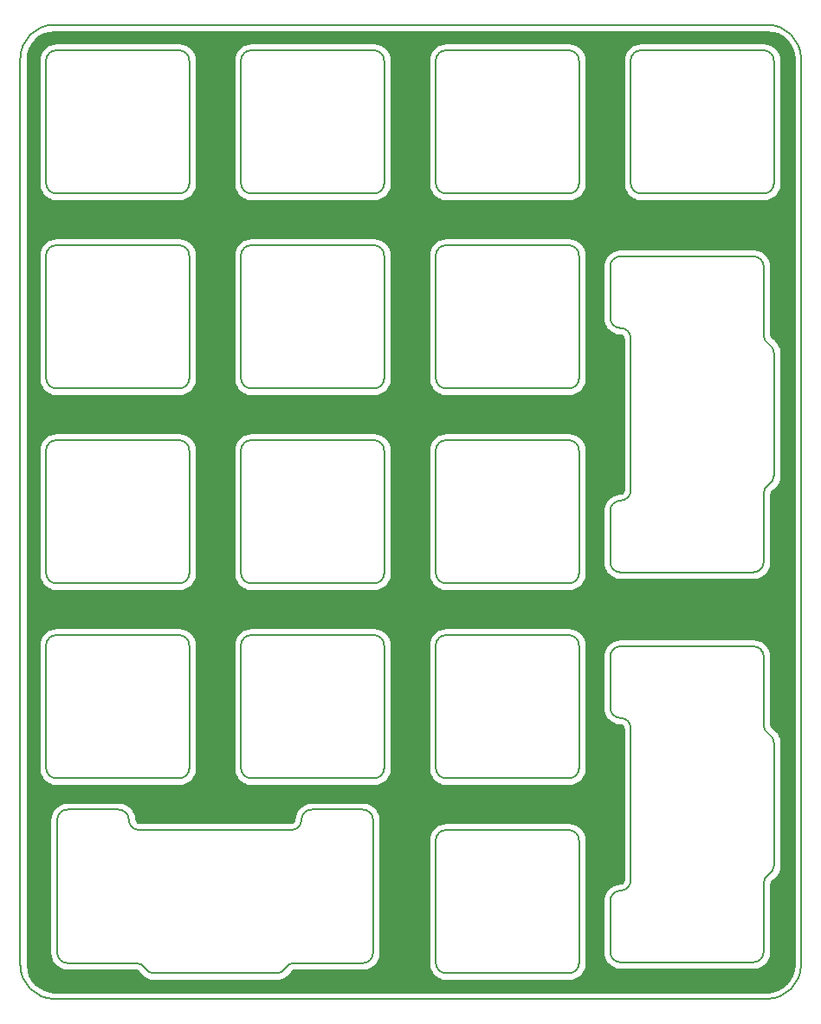
<source format=gbl>
G04 #@! TF.GenerationSoftware,KiCad,Pcbnew,5.1.10-88a1d61d58~90~ubuntu21.04.1*
G04 #@! TF.CreationDate,2021-08-17T12:25:34+02:00*
G04 #@! TF.ProjectId,discipad-plate,64697363-6970-4616-942d-706c6174652e,rev?*
G04 #@! TF.SameCoordinates,Original*
G04 #@! TF.FileFunction,Copper,L2,Bot*
G04 #@! TF.FilePolarity,Positive*
%FSLAX46Y46*%
G04 Gerber Fmt 4.6, Leading zero omitted, Abs format (unit mm)*
G04 Created by KiCad (PCBNEW 5.1.10-88a1d61d58~90~ubuntu21.04.1) date 2021-08-17 12:25:34*
%MOMM*%
%LPD*%
G01*
G04 APERTURE LIST*
G04 #@! TA.AperFunction,Profile*
%ADD10C,0.200000*%
G04 #@! TD*
G04 #@! TA.AperFunction,Profile*
%ADD11C,0.150000*%
G04 #@! TD*
G04 #@! TA.AperFunction,NonConductor*
%ADD12C,0.254000*%
G04 #@! TD*
G04 #@! TA.AperFunction,NonConductor*
%ADD13C,0.150000*%
G04 #@! TD*
G04 APERTURE END LIST*
D10*
X177339693Y-96212493D02*
X164339693Y-96212493D01*
X131581519Y-134901494D02*
G75*
G02*
X132447544Y-134401494I866025J-500000D01*
G01*
X115277493Y-119401493D02*
X110277493Y-119401493D01*
X110277493Y-134401493D02*
G75*
G02*
X109277493Y-133401493I0J1000000D01*
G01*
X133153493Y-120401493D02*
X133153493Y-120401493D01*
X109277493Y-120401493D02*
G75*
G02*
X110277493Y-119401493I1000000J0D01*
G01*
X133153493Y-120401493D02*
G75*
G02*
X134153493Y-119401493I1000000J0D01*
G01*
X131581518Y-134901494D02*
G75*
G02*
X130715493Y-135401494I-866025J500000D01*
G01*
X132153493Y-121401494D02*
X117277493Y-121401494D01*
X130715493Y-135401494D02*
X118715493Y-135401494D01*
X140153493Y-133401493D02*
X140153493Y-120401493D01*
X117277493Y-121401493D02*
G75*
G02*
X116277493Y-120401493I0J1000000D01*
G01*
X115277493Y-119401493D02*
G75*
G02*
X116277493Y-120401493I0J-1000000D01*
G01*
X139153493Y-119401493D02*
X134153493Y-119401493D01*
X133153494Y-120401493D02*
G75*
G02*
X132153493Y-121401494I-1000001J0D01*
G01*
X116983443Y-134401494D02*
G75*
G02*
X117849468Y-134901494I0J-1000000D01*
G01*
X139153493Y-134401493D02*
X132447544Y-134401494D01*
X140153493Y-133401493D02*
G75*
G02*
X139153493Y-134401493I-1000000J0D01*
G01*
X116277493Y-120401493D02*
X116277493Y-120401493D01*
X110277493Y-134401493D02*
X116983443Y-134401494D01*
X139153493Y-119401493D02*
G75*
G02*
X140153493Y-120401493I0J-1000000D01*
G01*
X118715493Y-135401494D02*
G75*
G02*
X117849468Y-134901494I0J1000000D01*
G01*
X109277493Y-133401493D02*
X109277493Y-120401493D01*
X178840494Y-112019467D02*
G75*
G02*
X178340494Y-111153442I500000J866025D01*
G01*
X163340493Y-128323493D02*
X163340493Y-133323493D01*
X178340493Y-133323493D02*
G75*
G02*
X177340493Y-134323493I-1000000J0D01*
G01*
X164340493Y-110447493D02*
X164340493Y-110447493D01*
X164340493Y-134323493D02*
G75*
G02*
X163340493Y-133323493I0J1000000D01*
G01*
X164340493Y-110447493D02*
G75*
G02*
X163340493Y-109447493I0J1000000D01*
G01*
X178840494Y-112019468D02*
G75*
G02*
X179340494Y-112885493I-500000J-866025D01*
G01*
X165340494Y-111447493D02*
X165340494Y-126323493D01*
X179340494Y-112885493D02*
X179340494Y-124885493D01*
X177340493Y-103447493D02*
X164340493Y-103447493D01*
X165340493Y-126323493D02*
G75*
G02*
X164340493Y-127323493I-1000000J0D01*
G01*
X163340493Y-128323493D02*
G75*
G02*
X164340493Y-127323493I1000000J0D01*
G01*
X163340493Y-104447493D02*
X163340493Y-109447493D01*
X164340493Y-110447492D02*
G75*
G02*
X165340494Y-111447493I0J-1000001D01*
G01*
X178340494Y-126617543D02*
G75*
G02*
X178840494Y-125751518I1000000J0D01*
G01*
X178340493Y-104447493D02*
X178340494Y-111153442D01*
X177340493Y-103447493D02*
G75*
G02*
X178340493Y-104447493I0J-1000000D01*
G01*
X164340493Y-127323493D02*
X164340493Y-127323493D01*
X178340493Y-133323493D02*
X178340494Y-126617543D01*
X163340493Y-104447493D02*
G75*
G02*
X164340493Y-103447493I1000000J0D01*
G01*
X179340494Y-124885493D02*
G75*
G02*
X178840494Y-125751518I-1000000J0D01*
G01*
X177340493Y-134323493D02*
X164340493Y-134323493D01*
X163339693Y-66336493D02*
G75*
G02*
X164339693Y-65336493I1000000J0D01*
G01*
X177339693Y-65336493D02*
X164339693Y-65336493D01*
X178339693Y-95212493D02*
G75*
G02*
X177339693Y-96212493I-1000000J0D01*
G01*
X179339694Y-86774493D02*
G75*
G02*
X178839694Y-87640518I-1000000J0D01*
G01*
X163339693Y-90212493D02*
G75*
G02*
X164339693Y-89212493I1000000J0D01*
G01*
X178839694Y-73908468D02*
G75*
G02*
X179339694Y-74774493I-500000J-866025D01*
G01*
X164339693Y-72336493D02*
G75*
G02*
X163339693Y-71336493I0J1000000D01*
G01*
X164339693Y-96212493D02*
G75*
G02*
X163339693Y-95212493I0J1000000D01*
G01*
X178339693Y-66336493D02*
X178339694Y-73042442D01*
X165339694Y-73336493D02*
X165339694Y-88212493D01*
X164339693Y-89212493D02*
X164339693Y-89212493D01*
X164339693Y-72336493D02*
X164339693Y-72336493D01*
X178339693Y-95212493D02*
X178339694Y-88506543D01*
X165339693Y-88212493D02*
G75*
G02*
X164339693Y-89212493I-1000000J0D01*
G01*
X177339693Y-65336493D02*
G75*
G02*
X178339693Y-66336493I0J-1000000D01*
G01*
X164339693Y-72336492D02*
G75*
G02*
X165339694Y-73336493I0J-1000001D01*
G01*
X178339694Y-88506543D02*
G75*
G02*
X178839694Y-87640518I1000000J0D01*
G01*
X178839694Y-73908467D02*
G75*
G02*
X178339694Y-73042442I500000J866025D01*
G01*
X163339693Y-66336493D02*
X163339693Y-71336493D01*
X179339694Y-74774493D02*
X179339694Y-86774493D01*
X163339693Y-90212493D02*
X163339693Y-95212493D01*
X159288999Y-121400993D02*
X147288993Y-121400993D01*
X146288992Y-122400994D02*
G75*
G02*
X147288993Y-121400993I1000001J0D01*
G01*
X159288999Y-121400993D02*
G75*
G02*
X160289000Y-122400994I0J-1000001D01*
G01*
X160289000Y-134401000D02*
G75*
G02*
X159288999Y-135401001I-1000001J0D01*
G01*
X147288993Y-135401001D02*
X159288999Y-135401001D01*
X160289000Y-134401000D02*
X160289000Y-122400994D01*
X146288992Y-122400994D02*
X146288992Y-134401000D01*
X147288993Y-135401001D02*
G75*
G02*
X146288992Y-134401000I0J1000001D01*
G01*
X108188992Y-103350994D02*
G75*
G02*
X109188993Y-102350993I1000001J0D01*
G01*
X122189000Y-115351000D02*
G75*
G02*
X121188999Y-116351001I-1000001J0D01*
G01*
X127238992Y-103350994D02*
G75*
G02*
X128238993Y-102350993I1000001J0D01*
G01*
X121188999Y-102350993D02*
X109188993Y-102350993D01*
X141239000Y-115351000D02*
X141239000Y-103350994D01*
X109188993Y-116351001D02*
X121188999Y-116351001D01*
X160289000Y-115351000D02*
X160289000Y-103350994D01*
X127238992Y-103350994D02*
X127238992Y-115351000D01*
X147288993Y-116351001D02*
G75*
G02*
X146288992Y-115351000I0J1000001D01*
G01*
X140238999Y-102350993D02*
X128238993Y-102350993D01*
X122189000Y-115351000D02*
X122189000Y-103350994D01*
X159288999Y-102350993D02*
X147288993Y-102350993D01*
X146288992Y-103350994D02*
G75*
G02*
X147288993Y-102350993I1000001J0D01*
G01*
X160289000Y-115351000D02*
G75*
G02*
X159288999Y-116351001I-1000001J0D01*
G01*
X121188999Y-102350993D02*
G75*
G02*
X122189000Y-103350994I0J-1000001D01*
G01*
X147288993Y-116351001D02*
X159288999Y-116351001D01*
X109188993Y-116351001D02*
G75*
G02*
X108188992Y-115351000I0J1000001D01*
G01*
X141239000Y-115351000D02*
G75*
G02*
X140238999Y-116351001I-1000001J0D01*
G01*
X128238993Y-116351001D02*
X140238999Y-116351001D01*
X108188992Y-103350994D02*
X108188992Y-115351000D01*
X159288999Y-102350993D02*
G75*
G02*
X160289000Y-103350994I0J-1000001D01*
G01*
X140238999Y-102350993D02*
G75*
G02*
X141239000Y-103350994I0J-1000001D01*
G01*
X146288992Y-103350994D02*
X146288992Y-115351000D01*
X128238993Y-116351001D02*
G75*
G02*
X127238992Y-115351000I0J1000001D01*
G01*
X108188992Y-84300994D02*
G75*
G02*
X109188993Y-83300993I1000001J0D01*
G01*
X122189000Y-96301000D02*
G75*
G02*
X121188999Y-97301001I-1000001J0D01*
G01*
X127238992Y-84300994D02*
G75*
G02*
X128238993Y-83300993I1000001J0D01*
G01*
X121188999Y-83300993D02*
X109188993Y-83300993D01*
X141239000Y-96301000D02*
X141239000Y-84300994D01*
X109188993Y-97301001D02*
X121188999Y-97301001D01*
X160289000Y-96301000D02*
X160289000Y-84300994D01*
X127238992Y-84300994D02*
X127238992Y-96301000D01*
X147288993Y-97301001D02*
G75*
G02*
X146288992Y-96301000I0J1000001D01*
G01*
X140238999Y-83300993D02*
X128238993Y-83300993D01*
X122189000Y-96301000D02*
X122189000Y-84300994D01*
X159288999Y-83300993D02*
X147288993Y-83300993D01*
X146288992Y-84300994D02*
G75*
G02*
X147288993Y-83300993I1000001J0D01*
G01*
X160289000Y-96301000D02*
G75*
G02*
X159288999Y-97301001I-1000001J0D01*
G01*
X121188999Y-83300993D02*
G75*
G02*
X122189000Y-84300994I0J-1000001D01*
G01*
X147288993Y-97301001D02*
X159288999Y-97301001D01*
X109188993Y-97301001D02*
G75*
G02*
X108188992Y-96301000I0J1000001D01*
G01*
X141239000Y-96301000D02*
G75*
G02*
X140238999Y-97301001I-1000001J0D01*
G01*
X128238993Y-97301001D02*
X140238999Y-97301001D01*
X108188992Y-84300994D02*
X108188992Y-96301000D01*
X159288999Y-83300993D02*
G75*
G02*
X160289000Y-84300994I0J-1000001D01*
G01*
X140238999Y-83300993D02*
G75*
G02*
X141239000Y-84300994I0J-1000001D01*
G01*
X146288992Y-84300994D02*
X146288992Y-96301000D01*
X128238993Y-97301001D02*
G75*
G02*
X127238992Y-96301000I0J1000001D01*
G01*
X122189000Y-77251000D02*
G75*
G02*
X121188999Y-78251001I-1000001J0D01*
G01*
X140238999Y-64250993D02*
X128238993Y-64250993D01*
X160289000Y-77251000D02*
X160289000Y-65250994D01*
X147288993Y-78251001D02*
X159288999Y-78251001D01*
X127238992Y-65250994D02*
G75*
G02*
X128238993Y-64250993I1000001J0D01*
G01*
X128238993Y-78251001D02*
G75*
G02*
X127238992Y-77251000I0J1000001D01*
G01*
X141239000Y-77251000D02*
G75*
G02*
X140238999Y-78251001I-1000001J0D01*
G01*
X109188993Y-78251001D02*
G75*
G02*
X108188992Y-77251000I0J1000001D01*
G01*
X146288992Y-65250994D02*
X146288992Y-77251000D01*
X140238999Y-64250993D02*
G75*
G02*
X141239000Y-65250994I0J-1000001D01*
G01*
X159288999Y-64250993D02*
G75*
G02*
X160289000Y-65250994I0J-1000001D01*
G01*
X159288999Y-64250993D02*
X147288993Y-64250993D01*
X141239000Y-77251000D02*
X141239000Y-65250994D01*
X127238992Y-65250994D02*
X127238992Y-77251000D01*
X108188992Y-65250994D02*
X108188992Y-77251000D01*
X128238993Y-78251001D02*
X140238999Y-78251001D01*
X121188999Y-64250993D02*
X109188993Y-64250993D01*
X147288993Y-78251001D02*
G75*
G02*
X146288992Y-77251000I0J1000001D01*
G01*
X122189000Y-77251000D02*
X122189000Y-65250994D01*
X160289000Y-77251000D02*
G75*
G02*
X159288999Y-78251001I-1000001J0D01*
G01*
X109188993Y-78251001D02*
X121188999Y-78251001D01*
X146288992Y-65250994D02*
G75*
G02*
X147288993Y-64250993I1000001J0D01*
G01*
X108188992Y-65250994D02*
G75*
G02*
X109188993Y-64250993I1000001J0D01*
G01*
X121188999Y-64250993D02*
G75*
G02*
X122189000Y-65250994I0J-1000001D01*
G01*
X179339000Y-58201000D02*
X179339000Y-46200994D01*
X166338993Y-59201001D02*
X178338999Y-59201001D01*
X165338992Y-46200994D02*
X165338992Y-58201000D01*
X178338999Y-45200993D02*
G75*
G02*
X179339000Y-46200994I0J-1000001D01*
G01*
X178338999Y-45200993D02*
X166338993Y-45200993D01*
X166338993Y-59201001D02*
G75*
G02*
X165338992Y-58201000I0J1000001D01*
G01*
X179339000Y-58201000D02*
G75*
G02*
X178338999Y-59201001I-1000001J0D01*
G01*
X165338992Y-46200994D02*
G75*
G02*
X166338993Y-45200993I1000001J0D01*
G01*
X159288999Y-45200993D02*
X147288993Y-45200993D01*
X146288992Y-46200994D02*
G75*
G02*
X147288993Y-45200993I1000001J0D01*
G01*
X147288993Y-59201001D02*
G75*
G02*
X146288992Y-58201000I0J1000001D01*
G01*
X160289000Y-58201000D02*
G75*
G02*
X159288999Y-59201001I-1000001J0D01*
G01*
X159288999Y-45200993D02*
G75*
G02*
X160289000Y-46200994I0J-1000001D01*
G01*
X160289000Y-58201000D02*
X160289000Y-46200994D01*
X146288992Y-46200994D02*
X146288992Y-58201000D01*
X147288993Y-59201001D02*
X159288999Y-59201001D01*
X141239000Y-58201000D02*
G75*
G02*
X140238999Y-59201001I-1000001J0D01*
G01*
X128238993Y-59201001D02*
G75*
G02*
X127238992Y-58201000I0J1000001D01*
G01*
X127238992Y-46200994D02*
X127238992Y-58201000D01*
X140238999Y-45200993D02*
X128238993Y-45200993D01*
X141239000Y-58201000D02*
X141239000Y-46200994D01*
X128238993Y-59201001D02*
X140238999Y-59201001D01*
X127238992Y-46200994D02*
G75*
G02*
X128238993Y-45200993I1000001J0D01*
G01*
X140238999Y-45200993D02*
G75*
G02*
X141239000Y-46200994I0J-1000001D01*
G01*
X109188993Y-59201001D02*
G75*
G02*
X108188992Y-58201000I0J1000001D01*
G01*
X121188999Y-45200993D02*
X109188993Y-45200993D01*
X122189000Y-58201000D02*
X122189000Y-46200994D01*
X108188992Y-46200994D02*
G75*
G02*
X109188993Y-45200993I1000001J0D01*
G01*
X121188999Y-45200993D02*
G75*
G02*
X122189000Y-46200994I0J-1000001D01*
G01*
X122189000Y-58201000D02*
G75*
G02*
X121188999Y-59201001I-1000001J0D01*
G01*
X109188993Y-59201001D02*
X121188999Y-59201001D01*
X108188992Y-46200994D02*
X108188992Y-58201000D01*
D11*
X108977543Y-137901737D02*
G75*
G02*
X105670421Y-134594615I0J3307122D01*
G01*
X181996697Y-134594615D02*
G75*
G02*
X178689575Y-137901737I-3307122J0D01*
G01*
X178689575Y-42701737D02*
G75*
G02*
X181996697Y-46008859I0J-3307122D01*
G01*
X105670421Y-46008859D02*
G75*
G02*
X108977543Y-42701737I3307122J0D01*
G01*
X105670421Y-134594615D02*
X105670421Y-46008859D01*
X108977543Y-42701737D02*
X178689575Y-42701737D01*
X181996697Y-46008859D02*
X181996697Y-134594615D01*
X178689575Y-137901737D02*
X108977543Y-137901737D01*
D12*
X179193363Y-43464539D02*
X179677966Y-43610848D01*
X180124913Y-43848495D01*
X180517196Y-44168434D01*
X180839865Y-44558473D01*
X181080627Y-45003753D01*
X181230316Y-45487320D01*
X181286697Y-46023755D01*
X181286698Y-134559884D01*
X181233896Y-135098402D01*
X181087587Y-135583003D01*
X180849940Y-136029952D01*
X180529998Y-136422239D01*
X180139961Y-136744905D01*
X179694682Y-136985666D01*
X179211114Y-137135356D01*
X178674679Y-137191737D01*
X109012263Y-137191737D01*
X108473756Y-137138936D01*
X107989155Y-136992627D01*
X107542206Y-136754980D01*
X107149919Y-136435038D01*
X106827253Y-136045001D01*
X106586492Y-135599722D01*
X106436802Y-135116154D01*
X106380421Y-134579719D01*
X106380421Y-133437597D01*
X108542493Y-133437597D01*
X108545586Y-133468996D01*
X108545543Y-133475091D01*
X108546544Y-133485305D01*
X108566945Y-133679401D01*
X108580337Y-133744642D01*
X108592822Y-133810091D01*
X108595788Y-133819916D01*
X108653500Y-134006354D01*
X108679324Y-134067786D01*
X108704270Y-134129530D01*
X108709088Y-134138592D01*
X108801913Y-134310268D01*
X108839150Y-134365475D01*
X108875643Y-134421241D01*
X108882129Y-134429194D01*
X109006532Y-134579571D01*
X109053839Y-134626549D01*
X109100410Y-134674106D01*
X109108317Y-134680648D01*
X109259559Y-134803998D01*
X109315052Y-134840867D01*
X109370013Y-134878500D01*
X109379040Y-134883381D01*
X109551362Y-134975006D01*
X109613001Y-135000412D01*
X109674182Y-135026634D01*
X109683985Y-135029669D01*
X109870821Y-135086078D01*
X109936213Y-135099026D01*
X110001329Y-135112867D01*
X110011535Y-135113940D01*
X110205768Y-135132985D01*
X110205780Y-135132985D01*
X110241388Y-135136492D01*
X116947496Y-135136494D01*
X117034230Y-135144998D01*
X117083083Y-135159748D01*
X117128142Y-135183706D01*
X117167688Y-135215960D01*
X117215034Y-135273191D01*
X117226085Y-135290876D01*
X117226148Y-135290978D01*
X117263136Y-135350171D01*
X117289753Y-135384734D01*
X117313643Y-135421242D01*
X117320129Y-135429195D01*
X117444532Y-135579572D01*
X117491839Y-135626550D01*
X117538410Y-135674107D01*
X117546317Y-135680649D01*
X117697559Y-135803999D01*
X117753052Y-135840868D01*
X117808013Y-135878501D01*
X117817040Y-135883382D01*
X117989362Y-135975007D01*
X118051001Y-136000413D01*
X118112182Y-136026635D01*
X118121985Y-136029670D01*
X118308821Y-136086079D01*
X118374213Y-136099027D01*
X118439329Y-136112868D01*
X118449535Y-136113941D01*
X118643768Y-136132986D01*
X118643770Y-136132986D01*
X118679388Y-136136494D01*
X130751598Y-136136494D01*
X130764388Y-136135234D01*
X130810901Y-136133610D01*
X130854144Y-136127840D01*
X130897695Y-136125405D01*
X130907825Y-136123765D01*
X131100258Y-136091217D01*
X131164543Y-136073751D01*
X131229064Y-136057185D01*
X131238683Y-136053608D01*
X131421130Y-135984304D01*
X131480856Y-135954656D01*
X131540880Y-135925897D01*
X131549612Y-135920525D01*
X131549617Y-135920523D01*
X131549620Y-135920520D01*
X131715131Y-135817097D01*
X131767932Y-135776435D01*
X131821249Y-135736548D01*
X131828779Y-135729576D01*
X131971049Y-135595976D01*
X132014945Y-135545834D01*
X132059505Y-135496345D01*
X132065537Y-135488043D01*
X132179080Y-135329448D01*
X132179148Y-135329354D01*
X132250805Y-135229265D01*
X132288006Y-135194330D01*
X132331283Y-135167288D01*
X132378989Y-135149166D01*
X132452231Y-135136778D01*
X132460368Y-135136494D01*
X139189598Y-135136492D01*
X139220988Y-135133400D01*
X139227091Y-135133443D01*
X139237305Y-135132442D01*
X139431401Y-135112041D01*
X139496642Y-135098649D01*
X139562091Y-135086164D01*
X139571916Y-135083198D01*
X139758354Y-135025486D01*
X139819786Y-134999662D01*
X139881530Y-134974716D01*
X139890592Y-134969898D01*
X140062268Y-134877073D01*
X140117475Y-134839836D01*
X140173241Y-134803343D01*
X140181194Y-134796857D01*
X140331571Y-134672454D01*
X140378571Y-134625125D01*
X140426106Y-134578576D01*
X140432648Y-134570669D01*
X140555998Y-134419427D01*
X140592867Y-134363934D01*
X140630500Y-134308973D01*
X140635381Y-134299946D01*
X140727006Y-134127624D01*
X140752412Y-134065985D01*
X140778634Y-134004804D01*
X140781669Y-133995001D01*
X140838078Y-133808165D01*
X140851026Y-133742773D01*
X140864867Y-133677657D01*
X140865940Y-133667451D01*
X140884985Y-133473218D01*
X140884985Y-133473216D01*
X140888493Y-133437598D01*
X140888493Y-122364890D01*
X145553992Y-122364890D01*
X145553993Y-134437105D01*
X145557085Y-134468495D01*
X145557042Y-134474598D01*
X145558043Y-134484812D01*
X145578444Y-134678908D01*
X145591836Y-134744149D01*
X145604321Y-134809598D01*
X145607287Y-134819423D01*
X145664999Y-135005861D01*
X145690831Y-135067313D01*
X145715771Y-135129040D01*
X145720588Y-135138102D01*
X145813414Y-135309779D01*
X145850683Y-135365032D01*
X145887141Y-135420746D01*
X145893627Y-135428699D01*
X146018030Y-135579077D01*
X146065337Y-135626055D01*
X146111909Y-135673613D01*
X146119816Y-135680155D01*
X146271059Y-135803506D01*
X146326582Y-135840396D01*
X146381512Y-135878007D01*
X146390534Y-135882885D01*
X146390538Y-135882888D01*
X146390542Y-135882890D01*
X146562860Y-135974513D01*
X146624492Y-135999916D01*
X146685681Y-136026142D01*
X146695480Y-136029176D01*
X146695486Y-136029178D01*
X146882320Y-136085586D01*
X146947680Y-136098528D01*
X147012828Y-136112375D01*
X147023034Y-136113448D01*
X147217269Y-136132493D01*
X147217270Y-136132493D01*
X147252888Y-136136001D01*
X159325104Y-136136001D01*
X159356503Y-136132908D01*
X159362597Y-136132951D01*
X159372811Y-136131950D01*
X159566907Y-136111549D01*
X159632148Y-136098157D01*
X159697597Y-136085672D01*
X159707422Y-136082706D01*
X159893860Y-136024994D01*
X159955312Y-135999162D01*
X160017039Y-135974222D01*
X160026101Y-135969405D01*
X160197778Y-135876579D01*
X160253031Y-135839310D01*
X160308745Y-135802852D01*
X160316698Y-135796366D01*
X160467076Y-135671963D01*
X160514054Y-135624656D01*
X160561612Y-135578084D01*
X160568154Y-135570177D01*
X160691505Y-135418934D01*
X160728395Y-135363411D01*
X160766006Y-135308481D01*
X160770884Y-135299459D01*
X160770887Y-135299455D01*
X160770889Y-135299451D01*
X160862512Y-135127133D01*
X160887915Y-135065501D01*
X160914141Y-135004312D01*
X160917176Y-134994509D01*
X160973585Y-134807673D01*
X160986527Y-134742313D01*
X161000374Y-134677165D01*
X161001447Y-134666959D01*
X161020492Y-134472724D01*
X161020492Y-134472723D01*
X161024000Y-134437105D01*
X161024000Y-122364889D01*
X161020907Y-122333490D01*
X161020950Y-122327396D01*
X161019949Y-122317182D01*
X160999548Y-122123085D01*
X160986155Y-122057837D01*
X160973671Y-121992396D01*
X160970705Y-121982571D01*
X160912993Y-121796133D01*
X160887156Y-121734670D01*
X160862221Y-121672954D01*
X160857404Y-121663893D01*
X160764578Y-121492215D01*
X160727297Y-121436945D01*
X160690851Y-121381249D01*
X160684365Y-121373296D01*
X160559962Y-121222917D01*
X160512655Y-121175939D01*
X160466083Y-121128381D01*
X160458176Y-121121839D01*
X160306933Y-120998488D01*
X160251458Y-120961631D01*
X160196481Y-120923987D01*
X160187454Y-120919106D01*
X160015132Y-120827481D01*
X159953529Y-120802090D01*
X159892311Y-120775852D01*
X159882508Y-120772817D01*
X159695672Y-120716408D01*
X159630304Y-120703465D01*
X159565163Y-120689619D01*
X159554957Y-120688546D01*
X159360723Y-120669501D01*
X159360722Y-120669501D01*
X159325104Y-120665993D01*
X147252888Y-120665993D01*
X147221489Y-120669086D01*
X147215395Y-120669043D01*
X147205181Y-120670044D01*
X147011084Y-120690445D01*
X146945836Y-120703838D01*
X146880395Y-120716322D01*
X146870570Y-120719288D01*
X146684132Y-120777000D01*
X146622669Y-120802837D01*
X146560953Y-120827772D01*
X146551892Y-120832589D01*
X146380214Y-120925415D01*
X146324944Y-120962696D01*
X146269248Y-120999142D01*
X146261295Y-121005628D01*
X146261292Y-121005630D01*
X146261289Y-121005633D01*
X146110916Y-121130031D01*
X146063938Y-121177338D01*
X146016380Y-121223910D01*
X146009838Y-121231817D01*
X145886487Y-121383060D01*
X145849630Y-121438535D01*
X145811986Y-121493512D01*
X145807105Y-121502539D01*
X145715480Y-121674861D01*
X145690089Y-121736464D01*
X145663851Y-121797682D01*
X145660816Y-121807485D01*
X145604407Y-121994321D01*
X145591464Y-122059689D01*
X145577618Y-122124830D01*
X145576545Y-122135036D01*
X145557500Y-122329270D01*
X145553992Y-122364890D01*
X140888493Y-122364890D01*
X140888493Y-120365388D01*
X140885400Y-120333989D01*
X140885443Y-120327895D01*
X140884442Y-120317681D01*
X140864041Y-120123584D01*
X140850648Y-120058336D01*
X140838164Y-119992895D01*
X140835198Y-119983070D01*
X140777486Y-119796632D01*
X140751668Y-119735213D01*
X140726716Y-119673455D01*
X140721898Y-119664394D01*
X140629073Y-119492717D01*
X140591808Y-119437470D01*
X140555343Y-119381745D01*
X140548857Y-119373792D01*
X140424453Y-119223414D01*
X140377147Y-119176437D01*
X140330576Y-119128880D01*
X140322669Y-119122338D01*
X140171427Y-118998988D01*
X140115908Y-118962101D01*
X140060973Y-118924487D01*
X140051946Y-118919605D01*
X139879624Y-118827980D01*
X139817997Y-118802579D01*
X139756804Y-118776352D01*
X139747001Y-118773317D01*
X139560165Y-118716908D01*
X139494773Y-118703960D01*
X139429657Y-118690119D01*
X139419451Y-118689046D01*
X139225217Y-118670001D01*
X139225216Y-118670001D01*
X139189598Y-118666493D01*
X134117388Y-118666493D01*
X134085989Y-118669586D01*
X134079895Y-118669543D01*
X134069681Y-118670544D01*
X133875584Y-118690945D01*
X133810336Y-118704338D01*
X133744895Y-118716822D01*
X133735070Y-118719788D01*
X133548632Y-118777500D01*
X133487213Y-118803318D01*
X133425455Y-118828270D01*
X133416394Y-118833088D01*
X133244717Y-118925913D01*
X133189470Y-118963178D01*
X133133745Y-118999643D01*
X133125792Y-119006129D01*
X132975414Y-119130533D01*
X132928437Y-119177839D01*
X132880880Y-119224410D01*
X132874338Y-119232317D01*
X132750988Y-119383559D01*
X132714101Y-119439078D01*
X132676487Y-119494013D01*
X132671605Y-119503040D01*
X132579980Y-119675362D01*
X132554579Y-119736989D01*
X132528352Y-119798182D01*
X132525317Y-119807985D01*
X132468908Y-119994821D01*
X132455960Y-120060213D01*
X132442119Y-120125329D01*
X132441046Y-120135535D01*
X132422001Y-120329769D01*
X132414937Y-120401493D01*
X132414953Y-120401658D01*
X132409990Y-120452280D01*
X132395240Y-120501134D01*
X132371283Y-120546190D01*
X132339028Y-120585739D01*
X132299709Y-120618266D01*
X132254818Y-120642538D01*
X132206066Y-120657629D01*
X132121728Y-120666494D01*
X117313450Y-120666494D01*
X117226707Y-120657989D01*
X117177853Y-120643239D01*
X117132794Y-120619281D01*
X117093247Y-120587027D01*
X117060720Y-120547708D01*
X117036450Y-120502822D01*
X117021358Y-120454066D01*
X117015944Y-120402560D01*
X117016049Y-120401493D01*
X117009400Y-120333989D01*
X117009443Y-120327895D01*
X117008442Y-120317681D01*
X116988041Y-120123584D01*
X116974648Y-120058336D01*
X116962164Y-119992895D01*
X116959198Y-119983070D01*
X116901486Y-119796632D01*
X116875668Y-119735213D01*
X116850716Y-119673455D01*
X116845898Y-119664394D01*
X116753073Y-119492717D01*
X116715808Y-119437470D01*
X116679343Y-119381745D01*
X116672857Y-119373792D01*
X116548453Y-119223414D01*
X116501147Y-119176437D01*
X116454576Y-119128880D01*
X116446669Y-119122338D01*
X116295427Y-118998988D01*
X116239908Y-118962101D01*
X116184973Y-118924487D01*
X116175946Y-118919605D01*
X116003624Y-118827980D01*
X115941997Y-118802579D01*
X115880804Y-118776352D01*
X115871001Y-118773317D01*
X115684165Y-118716908D01*
X115618773Y-118703960D01*
X115553657Y-118690119D01*
X115543451Y-118689046D01*
X115349217Y-118670001D01*
X115349216Y-118670001D01*
X115313598Y-118666493D01*
X110241388Y-118666493D01*
X110209989Y-118669586D01*
X110203895Y-118669543D01*
X110193681Y-118670544D01*
X109999584Y-118690945D01*
X109934336Y-118704338D01*
X109868895Y-118716822D01*
X109859070Y-118719788D01*
X109672632Y-118777500D01*
X109611213Y-118803318D01*
X109549455Y-118828270D01*
X109540394Y-118833088D01*
X109368717Y-118925913D01*
X109313470Y-118963178D01*
X109257745Y-118999643D01*
X109249792Y-119006129D01*
X109099414Y-119130533D01*
X109052437Y-119177839D01*
X109004880Y-119224410D01*
X108998338Y-119232317D01*
X108874988Y-119383559D01*
X108838101Y-119439078D01*
X108800487Y-119494013D01*
X108795605Y-119503040D01*
X108703980Y-119675362D01*
X108678579Y-119736989D01*
X108652352Y-119798182D01*
X108649317Y-119807985D01*
X108592908Y-119994821D01*
X108579960Y-120060213D01*
X108566119Y-120125329D01*
X108565046Y-120135535D01*
X108546001Y-120329769D01*
X108546001Y-120329780D01*
X108542494Y-120365388D01*
X108542493Y-133437597D01*
X106380421Y-133437597D01*
X106380421Y-103314890D01*
X107453992Y-103314890D01*
X107453993Y-115387105D01*
X107457085Y-115418495D01*
X107457042Y-115424598D01*
X107458043Y-115434812D01*
X107478444Y-115628908D01*
X107491836Y-115694149D01*
X107504321Y-115759598D01*
X107507287Y-115769423D01*
X107564999Y-115955861D01*
X107590831Y-116017313D01*
X107615771Y-116079040D01*
X107620588Y-116088102D01*
X107713414Y-116259779D01*
X107750683Y-116315032D01*
X107787141Y-116370746D01*
X107793627Y-116378699D01*
X107918030Y-116529077D01*
X107965337Y-116576055D01*
X108011909Y-116623613D01*
X108019816Y-116630155D01*
X108171059Y-116753506D01*
X108226582Y-116790396D01*
X108281512Y-116828007D01*
X108290534Y-116832885D01*
X108290538Y-116832888D01*
X108290542Y-116832890D01*
X108462860Y-116924513D01*
X108524492Y-116949916D01*
X108585681Y-116976142D01*
X108595480Y-116979176D01*
X108595486Y-116979178D01*
X108782320Y-117035586D01*
X108847680Y-117048528D01*
X108912828Y-117062375D01*
X108923034Y-117063448D01*
X109117269Y-117082493D01*
X109117270Y-117082493D01*
X109152888Y-117086001D01*
X121225104Y-117086001D01*
X121256503Y-117082908D01*
X121262597Y-117082951D01*
X121272811Y-117081950D01*
X121466907Y-117061549D01*
X121532148Y-117048157D01*
X121597597Y-117035672D01*
X121607422Y-117032706D01*
X121793860Y-116974994D01*
X121855312Y-116949162D01*
X121917039Y-116924222D01*
X121926101Y-116919405D01*
X122097778Y-116826579D01*
X122153031Y-116789310D01*
X122208745Y-116752852D01*
X122216698Y-116746366D01*
X122367076Y-116621963D01*
X122414054Y-116574656D01*
X122461612Y-116528084D01*
X122468154Y-116520177D01*
X122591505Y-116368934D01*
X122628395Y-116313411D01*
X122666006Y-116258481D01*
X122670884Y-116249459D01*
X122670887Y-116249455D01*
X122670889Y-116249451D01*
X122762512Y-116077133D01*
X122787915Y-116015501D01*
X122814141Y-115954312D01*
X122817176Y-115944509D01*
X122873585Y-115757673D01*
X122886527Y-115692313D01*
X122900374Y-115627165D01*
X122901447Y-115616959D01*
X122920492Y-115422724D01*
X122920492Y-115422723D01*
X122924000Y-115387105D01*
X122924000Y-103314890D01*
X126503992Y-103314890D01*
X126503993Y-115387105D01*
X126507085Y-115418495D01*
X126507042Y-115424598D01*
X126508043Y-115434812D01*
X126528444Y-115628908D01*
X126541836Y-115694149D01*
X126554321Y-115759598D01*
X126557287Y-115769423D01*
X126614999Y-115955861D01*
X126640831Y-116017313D01*
X126665771Y-116079040D01*
X126670588Y-116088102D01*
X126763414Y-116259779D01*
X126800683Y-116315032D01*
X126837141Y-116370746D01*
X126843627Y-116378699D01*
X126968030Y-116529077D01*
X127015337Y-116576055D01*
X127061909Y-116623613D01*
X127069816Y-116630155D01*
X127221059Y-116753506D01*
X127276582Y-116790396D01*
X127331512Y-116828007D01*
X127340534Y-116832885D01*
X127340538Y-116832888D01*
X127340542Y-116832890D01*
X127512860Y-116924513D01*
X127574492Y-116949916D01*
X127635681Y-116976142D01*
X127645480Y-116979176D01*
X127645486Y-116979178D01*
X127832320Y-117035586D01*
X127897680Y-117048528D01*
X127962828Y-117062375D01*
X127973034Y-117063448D01*
X128167269Y-117082493D01*
X128167270Y-117082493D01*
X128202888Y-117086001D01*
X140275104Y-117086001D01*
X140306503Y-117082908D01*
X140312597Y-117082951D01*
X140322811Y-117081950D01*
X140516907Y-117061549D01*
X140582148Y-117048157D01*
X140647597Y-117035672D01*
X140657422Y-117032706D01*
X140843860Y-116974994D01*
X140905312Y-116949162D01*
X140967039Y-116924222D01*
X140976101Y-116919405D01*
X141147778Y-116826579D01*
X141203031Y-116789310D01*
X141258745Y-116752852D01*
X141266698Y-116746366D01*
X141417076Y-116621963D01*
X141464054Y-116574656D01*
X141511612Y-116528084D01*
X141518154Y-116520177D01*
X141641505Y-116368934D01*
X141678395Y-116313411D01*
X141716006Y-116258481D01*
X141720884Y-116249459D01*
X141720887Y-116249455D01*
X141720889Y-116249451D01*
X141812512Y-116077133D01*
X141837915Y-116015501D01*
X141864141Y-115954312D01*
X141867176Y-115944509D01*
X141923585Y-115757673D01*
X141936527Y-115692313D01*
X141950374Y-115627165D01*
X141951447Y-115616959D01*
X141970492Y-115422724D01*
X141970492Y-115422723D01*
X141974000Y-115387105D01*
X141974000Y-103314890D01*
X145553992Y-103314890D01*
X145553993Y-115387105D01*
X145557085Y-115418495D01*
X145557042Y-115424598D01*
X145558043Y-115434812D01*
X145578444Y-115628908D01*
X145591836Y-115694149D01*
X145604321Y-115759598D01*
X145607287Y-115769423D01*
X145664999Y-115955861D01*
X145690831Y-116017313D01*
X145715771Y-116079040D01*
X145720588Y-116088102D01*
X145813414Y-116259779D01*
X145850683Y-116315032D01*
X145887141Y-116370746D01*
X145893627Y-116378699D01*
X146018030Y-116529077D01*
X146065337Y-116576055D01*
X146111909Y-116623613D01*
X146119816Y-116630155D01*
X146271059Y-116753506D01*
X146326582Y-116790396D01*
X146381512Y-116828007D01*
X146390534Y-116832885D01*
X146390538Y-116832888D01*
X146390542Y-116832890D01*
X146562860Y-116924513D01*
X146624492Y-116949916D01*
X146685681Y-116976142D01*
X146695480Y-116979176D01*
X146695486Y-116979178D01*
X146882320Y-117035586D01*
X146947680Y-117048528D01*
X147012828Y-117062375D01*
X147023034Y-117063448D01*
X147217269Y-117082493D01*
X147217270Y-117082493D01*
X147252888Y-117086001D01*
X159325104Y-117086001D01*
X159356503Y-117082908D01*
X159362597Y-117082951D01*
X159372811Y-117081950D01*
X159566907Y-117061549D01*
X159632148Y-117048157D01*
X159697597Y-117035672D01*
X159707422Y-117032706D01*
X159893860Y-116974994D01*
X159955312Y-116949162D01*
X160017039Y-116924222D01*
X160026101Y-116919405D01*
X160197778Y-116826579D01*
X160253031Y-116789310D01*
X160308745Y-116752852D01*
X160316698Y-116746366D01*
X160467076Y-116621963D01*
X160514054Y-116574656D01*
X160561612Y-116528084D01*
X160568154Y-116520177D01*
X160691505Y-116368934D01*
X160728395Y-116313411D01*
X160766006Y-116258481D01*
X160770884Y-116249459D01*
X160770887Y-116249455D01*
X160770889Y-116249451D01*
X160862512Y-116077133D01*
X160887915Y-116015501D01*
X160914141Y-115954312D01*
X160917176Y-115944509D01*
X160973585Y-115757673D01*
X160986527Y-115692313D01*
X161000374Y-115627165D01*
X161001447Y-115616959D01*
X161020492Y-115422724D01*
X161020492Y-115422723D01*
X161024000Y-115387105D01*
X161024000Y-104411389D01*
X162605493Y-104411389D01*
X162605494Y-109483598D01*
X162608586Y-109514988D01*
X162608543Y-109521091D01*
X162609544Y-109531305D01*
X162629945Y-109725401D01*
X162643337Y-109790642D01*
X162655822Y-109856091D01*
X162658788Y-109865916D01*
X162716500Y-110052354D01*
X162742324Y-110113786D01*
X162767270Y-110175530D01*
X162772088Y-110184592D01*
X162864913Y-110356268D01*
X162902150Y-110411475D01*
X162938643Y-110467241D01*
X162945129Y-110475194D01*
X163069532Y-110625571D01*
X163116839Y-110672549D01*
X163163410Y-110720106D01*
X163171317Y-110726648D01*
X163322559Y-110849998D01*
X163378052Y-110886867D01*
X163433013Y-110924500D01*
X163442040Y-110929381D01*
X163614362Y-111021006D01*
X163676001Y-111046412D01*
X163737182Y-111072634D01*
X163746985Y-111075669D01*
X163933821Y-111132078D01*
X163999213Y-111145026D01*
X164064329Y-111158867D01*
X164074535Y-111159940D01*
X164268768Y-111178985D01*
X164268770Y-111178985D01*
X164304388Y-111182493D01*
X164304556Y-111182493D01*
X164391280Y-111190996D01*
X164440135Y-111205747D01*
X164485189Y-111229702D01*
X164524737Y-111261957D01*
X164557266Y-111301277D01*
X164581538Y-111346168D01*
X164596629Y-111394920D01*
X164605494Y-111479257D01*
X164605495Y-126287526D01*
X164596989Y-126374279D01*
X164582239Y-126423133D01*
X164558281Y-126468192D01*
X164526027Y-126507739D01*
X164486708Y-126540266D01*
X164441822Y-126564536D01*
X164393066Y-126579628D01*
X164308728Y-126588493D01*
X164304388Y-126588493D01*
X164272989Y-126591586D01*
X164266895Y-126591543D01*
X164256681Y-126592544D01*
X164062584Y-126612945D01*
X163997336Y-126626338D01*
X163931895Y-126638822D01*
X163922070Y-126641788D01*
X163735632Y-126699500D01*
X163674213Y-126725318D01*
X163612455Y-126750270D01*
X163603394Y-126755088D01*
X163431717Y-126847913D01*
X163376470Y-126885178D01*
X163320745Y-126921643D01*
X163312792Y-126928129D01*
X163162414Y-127052533D01*
X163115437Y-127099839D01*
X163067880Y-127146410D01*
X163061338Y-127154317D01*
X162937988Y-127305559D01*
X162901101Y-127361078D01*
X162863487Y-127416013D01*
X162858605Y-127425040D01*
X162766980Y-127597362D01*
X162741579Y-127658989D01*
X162715352Y-127720182D01*
X162712317Y-127729985D01*
X162655908Y-127916821D01*
X162642960Y-127982213D01*
X162629119Y-128047329D01*
X162628046Y-128057535D01*
X162609001Y-128251769D01*
X162605493Y-128287389D01*
X162605494Y-133359598D01*
X162608586Y-133390988D01*
X162608543Y-133397091D01*
X162609544Y-133407305D01*
X162629945Y-133601401D01*
X162643337Y-133666642D01*
X162655822Y-133732091D01*
X162658788Y-133741916D01*
X162716500Y-133928354D01*
X162742324Y-133989786D01*
X162767270Y-134051530D01*
X162772088Y-134060592D01*
X162864913Y-134232268D01*
X162902150Y-134287475D01*
X162938643Y-134343241D01*
X162945129Y-134351194D01*
X163069532Y-134501571D01*
X163116839Y-134548549D01*
X163163410Y-134596106D01*
X163171317Y-134602648D01*
X163322559Y-134725998D01*
X163378052Y-134762867D01*
X163433013Y-134800500D01*
X163442040Y-134805381D01*
X163614362Y-134897006D01*
X163676001Y-134922412D01*
X163737182Y-134948634D01*
X163746985Y-134951669D01*
X163933821Y-135008078D01*
X163999213Y-135021026D01*
X164064329Y-135034867D01*
X164074535Y-135035940D01*
X164268768Y-135054985D01*
X164268770Y-135054985D01*
X164304388Y-135058493D01*
X177376598Y-135058493D01*
X177407997Y-135055400D01*
X177414091Y-135055443D01*
X177424305Y-135054442D01*
X177618401Y-135034041D01*
X177683642Y-135020649D01*
X177749091Y-135008164D01*
X177758916Y-135005198D01*
X177945354Y-134947486D01*
X178006786Y-134921662D01*
X178068530Y-134896716D01*
X178077592Y-134891898D01*
X178249268Y-134799073D01*
X178304475Y-134761836D01*
X178360241Y-134725343D01*
X178368194Y-134718857D01*
X178518571Y-134594454D01*
X178565549Y-134547147D01*
X178613106Y-134500576D01*
X178619648Y-134492669D01*
X178742998Y-134341427D01*
X178779867Y-134285934D01*
X178817500Y-134230973D01*
X178822381Y-134221946D01*
X178914006Y-134049624D01*
X178939412Y-133987985D01*
X178965634Y-133926804D01*
X178968669Y-133917001D01*
X179025078Y-133730165D01*
X179038026Y-133664773D01*
X179051867Y-133599657D01*
X179052940Y-133589451D01*
X179071985Y-133395218D01*
X179071985Y-133395206D01*
X179075492Y-133359598D01*
X179075494Y-126653490D01*
X179083998Y-126566756D01*
X179098748Y-126517903D01*
X179122706Y-126472844D01*
X179154960Y-126433298D01*
X179212191Y-126385952D01*
X179229876Y-126374901D01*
X179229978Y-126374838D01*
X179289171Y-126337850D01*
X179323734Y-126311233D01*
X179360242Y-126287343D01*
X179368195Y-126280857D01*
X179518572Y-126156454D01*
X179565550Y-126109147D01*
X179613107Y-126062576D01*
X179619649Y-126054669D01*
X179742999Y-125903427D01*
X179779868Y-125847934D01*
X179817501Y-125792973D01*
X179822382Y-125783946D01*
X179914007Y-125611624D01*
X179939413Y-125549985D01*
X179965635Y-125488804D01*
X179968670Y-125479001D01*
X180025079Y-125292165D01*
X180038027Y-125226773D01*
X180051868Y-125161657D01*
X180052941Y-125151451D01*
X180071986Y-124957218D01*
X180071986Y-124957216D01*
X180075494Y-124921598D01*
X180075494Y-112849388D01*
X180074234Y-112836598D01*
X180072610Y-112790085D01*
X180066840Y-112746842D01*
X180064405Y-112703291D01*
X180062765Y-112693160D01*
X180030217Y-112500728D01*
X180012751Y-112436443D01*
X179996185Y-112371922D01*
X179992608Y-112362303D01*
X179923304Y-112179857D01*
X179893670Y-112120159D01*
X179864897Y-112060106D01*
X179859520Y-112051365D01*
X179756097Y-111885855D01*
X179715423Y-111833039D01*
X179675548Y-111779737D01*
X179668576Y-111772207D01*
X179534976Y-111629937D01*
X179484834Y-111586041D01*
X179435345Y-111541481D01*
X179427043Y-111535449D01*
X179268448Y-111421906D01*
X179268354Y-111421838D01*
X179168265Y-111350181D01*
X179133330Y-111312980D01*
X179106288Y-111269703D01*
X179088167Y-111221999D01*
X179075778Y-111148754D01*
X179075494Y-111140618D01*
X179075492Y-104411388D01*
X179072400Y-104379998D01*
X179072443Y-104373895D01*
X179071442Y-104363681D01*
X179051041Y-104169584D01*
X179037648Y-104104336D01*
X179025164Y-104038895D01*
X179022198Y-104029070D01*
X178964486Y-103842632D01*
X178938668Y-103781213D01*
X178913716Y-103719455D01*
X178908898Y-103710394D01*
X178816073Y-103538717D01*
X178778808Y-103483470D01*
X178742343Y-103427745D01*
X178735857Y-103419792D01*
X178611453Y-103269414D01*
X178564147Y-103222437D01*
X178517576Y-103174880D01*
X178509669Y-103168338D01*
X178358427Y-103044988D01*
X178302908Y-103008101D01*
X178247973Y-102970487D01*
X178238946Y-102965605D01*
X178066624Y-102873980D01*
X178004997Y-102848579D01*
X177943804Y-102822352D01*
X177934001Y-102819317D01*
X177747165Y-102762908D01*
X177681773Y-102749960D01*
X177616657Y-102736119D01*
X177606451Y-102735046D01*
X177412217Y-102716001D01*
X177412216Y-102716001D01*
X177376598Y-102712493D01*
X164304388Y-102712493D01*
X164272989Y-102715586D01*
X164266895Y-102715543D01*
X164256681Y-102716544D01*
X164062584Y-102736945D01*
X163997336Y-102750338D01*
X163931895Y-102762822D01*
X163922070Y-102765788D01*
X163735632Y-102823500D01*
X163674213Y-102849318D01*
X163612455Y-102874270D01*
X163603394Y-102879088D01*
X163431717Y-102971913D01*
X163376470Y-103009178D01*
X163320745Y-103045643D01*
X163312792Y-103052129D01*
X163162414Y-103176533D01*
X163115437Y-103223839D01*
X163067880Y-103270410D01*
X163061338Y-103278317D01*
X162937988Y-103429559D01*
X162901101Y-103485078D01*
X162863487Y-103540013D01*
X162858605Y-103549040D01*
X162766980Y-103721362D01*
X162741579Y-103782989D01*
X162715352Y-103844182D01*
X162712317Y-103853985D01*
X162655908Y-104040821D01*
X162642960Y-104106213D01*
X162629119Y-104171329D01*
X162628046Y-104181535D01*
X162609001Y-104375769D01*
X162605493Y-104411389D01*
X161024000Y-104411389D01*
X161024000Y-103314889D01*
X161020907Y-103283490D01*
X161020950Y-103277396D01*
X161019949Y-103267182D01*
X160999548Y-103073085D01*
X160986155Y-103007837D01*
X160973671Y-102942396D01*
X160970705Y-102932571D01*
X160912993Y-102746133D01*
X160887156Y-102684670D01*
X160862221Y-102622954D01*
X160857404Y-102613893D01*
X160764578Y-102442215D01*
X160727297Y-102386945D01*
X160690851Y-102331249D01*
X160684365Y-102323296D01*
X160559962Y-102172917D01*
X160512655Y-102125939D01*
X160466083Y-102078381D01*
X160458176Y-102071839D01*
X160306933Y-101948488D01*
X160251458Y-101911631D01*
X160196481Y-101873987D01*
X160187454Y-101869106D01*
X160015132Y-101777481D01*
X159953529Y-101752090D01*
X159892311Y-101725852D01*
X159882508Y-101722817D01*
X159695672Y-101666408D01*
X159630304Y-101653465D01*
X159565163Y-101639619D01*
X159554957Y-101638546D01*
X159360723Y-101619501D01*
X159360722Y-101619501D01*
X159325104Y-101615993D01*
X147252888Y-101615993D01*
X147221489Y-101619086D01*
X147215395Y-101619043D01*
X147205181Y-101620044D01*
X147011084Y-101640445D01*
X146945836Y-101653838D01*
X146880395Y-101666322D01*
X146870570Y-101669288D01*
X146684132Y-101727000D01*
X146622669Y-101752837D01*
X146560953Y-101777772D01*
X146551892Y-101782589D01*
X146380214Y-101875415D01*
X146324944Y-101912696D01*
X146269248Y-101949142D01*
X146261295Y-101955628D01*
X146261292Y-101955630D01*
X146261289Y-101955633D01*
X146110916Y-102080031D01*
X146063938Y-102127338D01*
X146016380Y-102173910D01*
X146009838Y-102181817D01*
X145886487Y-102333060D01*
X145849630Y-102388535D01*
X145811986Y-102443512D01*
X145807105Y-102452539D01*
X145715480Y-102624861D01*
X145690089Y-102686464D01*
X145663851Y-102747682D01*
X145660816Y-102757485D01*
X145604407Y-102944321D01*
X145591464Y-103009689D01*
X145577618Y-103074830D01*
X145576545Y-103085036D01*
X145557500Y-103279270D01*
X145553992Y-103314890D01*
X141974000Y-103314890D01*
X141974000Y-103314889D01*
X141970907Y-103283490D01*
X141970950Y-103277396D01*
X141969949Y-103267182D01*
X141949548Y-103073085D01*
X141936155Y-103007837D01*
X141923671Y-102942396D01*
X141920705Y-102932571D01*
X141862993Y-102746133D01*
X141837156Y-102684670D01*
X141812221Y-102622954D01*
X141807404Y-102613893D01*
X141714578Y-102442215D01*
X141677297Y-102386945D01*
X141640851Y-102331249D01*
X141634365Y-102323296D01*
X141509962Y-102172917D01*
X141462655Y-102125939D01*
X141416083Y-102078381D01*
X141408176Y-102071839D01*
X141256933Y-101948488D01*
X141201458Y-101911631D01*
X141146481Y-101873987D01*
X141137454Y-101869106D01*
X140965132Y-101777481D01*
X140903529Y-101752090D01*
X140842311Y-101725852D01*
X140832508Y-101722817D01*
X140645672Y-101666408D01*
X140580304Y-101653465D01*
X140515163Y-101639619D01*
X140504957Y-101638546D01*
X140310723Y-101619501D01*
X140310722Y-101619501D01*
X140275104Y-101615993D01*
X128202888Y-101615993D01*
X128171489Y-101619086D01*
X128165395Y-101619043D01*
X128155181Y-101620044D01*
X127961084Y-101640445D01*
X127895836Y-101653838D01*
X127830395Y-101666322D01*
X127820570Y-101669288D01*
X127634132Y-101727000D01*
X127572669Y-101752837D01*
X127510953Y-101777772D01*
X127501892Y-101782589D01*
X127330214Y-101875415D01*
X127274944Y-101912696D01*
X127219248Y-101949142D01*
X127211295Y-101955628D01*
X127211292Y-101955630D01*
X127211289Y-101955633D01*
X127060916Y-102080031D01*
X127013938Y-102127338D01*
X126966380Y-102173910D01*
X126959838Y-102181817D01*
X126836487Y-102333060D01*
X126799630Y-102388535D01*
X126761986Y-102443512D01*
X126757105Y-102452539D01*
X126665480Y-102624861D01*
X126640089Y-102686464D01*
X126613851Y-102747682D01*
X126610816Y-102757485D01*
X126554407Y-102944321D01*
X126541464Y-103009689D01*
X126527618Y-103074830D01*
X126526545Y-103085036D01*
X126507500Y-103279270D01*
X126503992Y-103314890D01*
X122924000Y-103314890D01*
X122924000Y-103314889D01*
X122920907Y-103283490D01*
X122920950Y-103277396D01*
X122919949Y-103267182D01*
X122899548Y-103073085D01*
X122886155Y-103007837D01*
X122873671Y-102942396D01*
X122870705Y-102932571D01*
X122812993Y-102746133D01*
X122787156Y-102684670D01*
X122762221Y-102622954D01*
X122757404Y-102613893D01*
X122664578Y-102442215D01*
X122627297Y-102386945D01*
X122590851Y-102331249D01*
X122584365Y-102323296D01*
X122459962Y-102172917D01*
X122412655Y-102125939D01*
X122366083Y-102078381D01*
X122358176Y-102071839D01*
X122206933Y-101948488D01*
X122151458Y-101911631D01*
X122096481Y-101873987D01*
X122087454Y-101869106D01*
X121915132Y-101777481D01*
X121853529Y-101752090D01*
X121792311Y-101725852D01*
X121782508Y-101722817D01*
X121595672Y-101666408D01*
X121530304Y-101653465D01*
X121465163Y-101639619D01*
X121454957Y-101638546D01*
X121260723Y-101619501D01*
X121260722Y-101619501D01*
X121225104Y-101615993D01*
X109152888Y-101615993D01*
X109121489Y-101619086D01*
X109115395Y-101619043D01*
X109105181Y-101620044D01*
X108911084Y-101640445D01*
X108845836Y-101653838D01*
X108780395Y-101666322D01*
X108770570Y-101669288D01*
X108584132Y-101727000D01*
X108522669Y-101752837D01*
X108460953Y-101777772D01*
X108451892Y-101782589D01*
X108280214Y-101875415D01*
X108224944Y-101912696D01*
X108169248Y-101949142D01*
X108161295Y-101955628D01*
X108161292Y-101955630D01*
X108161289Y-101955633D01*
X108010916Y-102080031D01*
X107963938Y-102127338D01*
X107916380Y-102173910D01*
X107909838Y-102181817D01*
X107786487Y-102333060D01*
X107749630Y-102388535D01*
X107711986Y-102443512D01*
X107707105Y-102452539D01*
X107615480Y-102624861D01*
X107590089Y-102686464D01*
X107563851Y-102747682D01*
X107560816Y-102757485D01*
X107504407Y-102944321D01*
X107491464Y-103009689D01*
X107477618Y-103074830D01*
X107476545Y-103085036D01*
X107457500Y-103279270D01*
X107453992Y-103314890D01*
X106380421Y-103314890D01*
X106380421Y-84264890D01*
X107453992Y-84264890D01*
X107453993Y-96337105D01*
X107457085Y-96368495D01*
X107457042Y-96374598D01*
X107458043Y-96384812D01*
X107478444Y-96578908D01*
X107491836Y-96644149D01*
X107504321Y-96709598D01*
X107507287Y-96719423D01*
X107564999Y-96905861D01*
X107590831Y-96967313D01*
X107615771Y-97029040D01*
X107620588Y-97038102D01*
X107713414Y-97209779D01*
X107750683Y-97265032D01*
X107787141Y-97320746D01*
X107793627Y-97328699D01*
X107918030Y-97479077D01*
X107965337Y-97526055D01*
X108011909Y-97573613D01*
X108019816Y-97580155D01*
X108171059Y-97703506D01*
X108226582Y-97740396D01*
X108281512Y-97778007D01*
X108290534Y-97782885D01*
X108290538Y-97782888D01*
X108290542Y-97782890D01*
X108462860Y-97874513D01*
X108524492Y-97899916D01*
X108585681Y-97926142D01*
X108595480Y-97929176D01*
X108595486Y-97929178D01*
X108782320Y-97985586D01*
X108847680Y-97998528D01*
X108912828Y-98012375D01*
X108923034Y-98013448D01*
X109117269Y-98032493D01*
X109117270Y-98032493D01*
X109152888Y-98036001D01*
X121225104Y-98036001D01*
X121256503Y-98032908D01*
X121262597Y-98032951D01*
X121272811Y-98031950D01*
X121466907Y-98011549D01*
X121532148Y-97998157D01*
X121597597Y-97985672D01*
X121607422Y-97982706D01*
X121793860Y-97924994D01*
X121855312Y-97899162D01*
X121917039Y-97874222D01*
X121926101Y-97869405D01*
X122097778Y-97776579D01*
X122153031Y-97739310D01*
X122208745Y-97702852D01*
X122216698Y-97696366D01*
X122367076Y-97571963D01*
X122414054Y-97524656D01*
X122461612Y-97478084D01*
X122468154Y-97470177D01*
X122591505Y-97318934D01*
X122628395Y-97263411D01*
X122666006Y-97208481D01*
X122670884Y-97199459D01*
X122670887Y-97199455D01*
X122670889Y-97199451D01*
X122762512Y-97027133D01*
X122787915Y-96965501D01*
X122814141Y-96904312D01*
X122817176Y-96894509D01*
X122873585Y-96707673D01*
X122886527Y-96642313D01*
X122900374Y-96577165D01*
X122901447Y-96566959D01*
X122920492Y-96372724D01*
X122920492Y-96372723D01*
X122924000Y-96337105D01*
X122924000Y-84264890D01*
X126503992Y-84264890D01*
X126503993Y-96337105D01*
X126507085Y-96368495D01*
X126507042Y-96374598D01*
X126508043Y-96384812D01*
X126528444Y-96578908D01*
X126541836Y-96644149D01*
X126554321Y-96709598D01*
X126557287Y-96719423D01*
X126614999Y-96905861D01*
X126640831Y-96967313D01*
X126665771Y-97029040D01*
X126670588Y-97038102D01*
X126763414Y-97209779D01*
X126800683Y-97265032D01*
X126837141Y-97320746D01*
X126843627Y-97328699D01*
X126968030Y-97479077D01*
X127015337Y-97526055D01*
X127061909Y-97573613D01*
X127069816Y-97580155D01*
X127221059Y-97703506D01*
X127276582Y-97740396D01*
X127331512Y-97778007D01*
X127340534Y-97782885D01*
X127340538Y-97782888D01*
X127340542Y-97782890D01*
X127512860Y-97874513D01*
X127574492Y-97899916D01*
X127635681Y-97926142D01*
X127645480Y-97929176D01*
X127645486Y-97929178D01*
X127832320Y-97985586D01*
X127897680Y-97998528D01*
X127962828Y-98012375D01*
X127973034Y-98013448D01*
X128167269Y-98032493D01*
X128167270Y-98032493D01*
X128202888Y-98036001D01*
X140275104Y-98036001D01*
X140306503Y-98032908D01*
X140312597Y-98032951D01*
X140322811Y-98031950D01*
X140516907Y-98011549D01*
X140582148Y-97998157D01*
X140647597Y-97985672D01*
X140657422Y-97982706D01*
X140843860Y-97924994D01*
X140905312Y-97899162D01*
X140967039Y-97874222D01*
X140976101Y-97869405D01*
X141147778Y-97776579D01*
X141203031Y-97739310D01*
X141258745Y-97702852D01*
X141266698Y-97696366D01*
X141417076Y-97571963D01*
X141464054Y-97524656D01*
X141511612Y-97478084D01*
X141518154Y-97470177D01*
X141641505Y-97318934D01*
X141678395Y-97263411D01*
X141716006Y-97208481D01*
X141720884Y-97199459D01*
X141720887Y-97199455D01*
X141720889Y-97199451D01*
X141812512Y-97027133D01*
X141837915Y-96965501D01*
X141864141Y-96904312D01*
X141867176Y-96894509D01*
X141923585Y-96707673D01*
X141936527Y-96642313D01*
X141950374Y-96577165D01*
X141951447Y-96566959D01*
X141970492Y-96372724D01*
X141970492Y-96372723D01*
X141974000Y-96337105D01*
X141974000Y-84264890D01*
X145553992Y-84264890D01*
X145553993Y-96337105D01*
X145557085Y-96368495D01*
X145557042Y-96374598D01*
X145558043Y-96384812D01*
X145578444Y-96578908D01*
X145591836Y-96644149D01*
X145604321Y-96709598D01*
X145607287Y-96719423D01*
X145664999Y-96905861D01*
X145690831Y-96967313D01*
X145715771Y-97029040D01*
X145720588Y-97038102D01*
X145813414Y-97209779D01*
X145850683Y-97265032D01*
X145887141Y-97320746D01*
X145893627Y-97328699D01*
X146018030Y-97479077D01*
X146065337Y-97526055D01*
X146111909Y-97573613D01*
X146119816Y-97580155D01*
X146271059Y-97703506D01*
X146326582Y-97740396D01*
X146381512Y-97778007D01*
X146390534Y-97782885D01*
X146390538Y-97782888D01*
X146390542Y-97782890D01*
X146562860Y-97874513D01*
X146624492Y-97899916D01*
X146685681Y-97926142D01*
X146695480Y-97929176D01*
X146695486Y-97929178D01*
X146882320Y-97985586D01*
X146947680Y-97998528D01*
X147012828Y-98012375D01*
X147023034Y-98013448D01*
X147217269Y-98032493D01*
X147217270Y-98032493D01*
X147252888Y-98036001D01*
X159325104Y-98036001D01*
X159356503Y-98032908D01*
X159362597Y-98032951D01*
X159372811Y-98031950D01*
X159566907Y-98011549D01*
X159632148Y-97998157D01*
X159697597Y-97985672D01*
X159707422Y-97982706D01*
X159893860Y-97924994D01*
X159955312Y-97899162D01*
X160017039Y-97874222D01*
X160026101Y-97869405D01*
X160197778Y-97776579D01*
X160253031Y-97739310D01*
X160308745Y-97702852D01*
X160316698Y-97696366D01*
X160467076Y-97571963D01*
X160514054Y-97524656D01*
X160561612Y-97478084D01*
X160568154Y-97470177D01*
X160691505Y-97318934D01*
X160728395Y-97263411D01*
X160766006Y-97208481D01*
X160770884Y-97199459D01*
X160770887Y-97199455D01*
X160770889Y-97199451D01*
X160862512Y-97027133D01*
X160887915Y-96965501D01*
X160914141Y-96904312D01*
X160917176Y-96894509D01*
X160973585Y-96707673D01*
X160986527Y-96642313D01*
X161000374Y-96577165D01*
X161001447Y-96566959D01*
X161020492Y-96372724D01*
X161020492Y-96372723D01*
X161024000Y-96337105D01*
X161024000Y-84264889D01*
X161020907Y-84233490D01*
X161020950Y-84227396D01*
X161019949Y-84217182D01*
X160999548Y-84023085D01*
X160986155Y-83957837D01*
X160973671Y-83892396D01*
X160970705Y-83882571D01*
X160912993Y-83696133D01*
X160887156Y-83634670D01*
X160862221Y-83572954D01*
X160857404Y-83563893D01*
X160764578Y-83392215D01*
X160727297Y-83336945D01*
X160690851Y-83281249D01*
X160684365Y-83273296D01*
X160559962Y-83122917D01*
X160512655Y-83075939D01*
X160466083Y-83028381D01*
X160458176Y-83021839D01*
X160306933Y-82898488D01*
X160251458Y-82861631D01*
X160196481Y-82823987D01*
X160187454Y-82819106D01*
X160015132Y-82727481D01*
X159953529Y-82702090D01*
X159892311Y-82675852D01*
X159882508Y-82672817D01*
X159695672Y-82616408D01*
X159630304Y-82603465D01*
X159565163Y-82589619D01*
X159554957Y-82588546D01*
X159360723Y-82569501D01*
X159360722Y-82569501D01*
X159325104Y-82565993D01*
X147252888Y-82565993D01*
X147221489Y-82569086D01*
X147215395Y-82569043D01*
X147205181Y-82570044D01*
X147011084Y-82590445D01*
X146945836Y-82603838D01*
X146880395Y-82616322D01*
X146870570Y-82619288D01*
X146684132Y-82677000D01*
X146622669Y-82702837D01*
X146560953Y-82727772D01*
X146551892Y-82732589D01*
X146380214Y-82825415D01*
X146324944Y-82862696D01*
X146269248Y-82899142D01*
X146261295Y-82905628D01*
X146261292Y-82905630D01*
X146261289Y-82905633D01*
X146110916Y-83030031D01*
X146063938Y-83077338D01*
X146016380Y-83123910D01*
X146009838Y-83131817D01*
X145886487Y-83283060D01*
X145849630Y-83338535D01*
X145811986Y-83393512D01*
X145807105Y-83402539D01*
X145715480Y-83574861D01*
X145690089Y-83636464D01*
X145663851Y-83697682D01*
X145660816Y-83707485D01*
X145604407Y-83894321D01*
X145591464Y-83959689D01*
X145577618Y-84024830D01*
X145576545Y-84035036D01*
X145557500Y-84229270D01*
X145553992Y-84264890D01*
X141974000Y-84264890D01*
X141974000Y-84264889D01*
X141970907Y-84233490D01*
X141970950Y-84227396D01*
X141969949Y-84217182D01*
X141949548Y-84023085D01*
X141936155Y-83957837D01*
X141923671Y-83892396D01*
X141920705Y-83882571D01*
X141862993Y-83696133D01*
X141837156Y-83634670D01*
X141812221Y-83572954D01*
X141807404Y-83563893D01*
X141714578Y-83392215D01*
X141677297Y-83336945D01*
X141640851Y-83281249D01*
X141634365Y-83273296D01*
X141509962Y-83122917D01*
X141462655Y-83075939D01*
X141416083Y-83028381D01*
X141408176Y-83021839D01*
X141256933Y-82898488D01*
X141201458Y-82861631D01*
X141146481Y-82823987D01*
X141137454Y-82819106D01*
X140965132Y-82727481D01*
X140903529Y-82702090D01*
X140842311Y-82675852D01*
X140832508Y-82672817D01*
X140645672Y-82616408D01*
X140580304Y-82603465D01*
X140515163Y-82589619D01*
X140504957Y-82588546D01*
X140310723Y-82569501D01*
X140310722Y-82569501D01*
X140275104Y-82565993D01*
X128202888Y-82565993D01*
X128171489Y-82569086D01*
X128165395Y-82569043D01*
X128155181Y-82570044D01*
X127961084Y-82590445D01*
X127895836Y-82603838D01*
X127830395Y-82616322D01*
X127820570Y-82619288D01*
X127634132Y-82677000D01*
X127572669Y-82702837D01*
X127510953Y-82727772D01*
X127501892Y-82732589D01*
X127330214Y-82825415D01*
X127274944Y-82862696D01*
X127219248Y-82899142D01*
X127211295Y-82905628D01*
X127211292Y-82905630D01*
X127211289Y-82905633D01*
X127060916Y-83030031D01*
X127013938Y-83077338D01*
X126966380Y-83123910D01*
X126959838Y-83131817D01*
X126836487Y-83283060D01*
X126799630Y-83338535D01*
X126761986Y-83393512D01*
X126757105Y-83402539D01*
X126665480Y-83574861D01*
X126640089Y-83636464D01*
X126613851Y-83697682D01*
X126610816Y-83707485D01*
X126554407Y-83894321D01*
X126541464Y-83959689D01*
X126527618Y-84024830D01*
X126526545Y-84035036D01*
X126507500Y-84229270D01*
X126503992Y-84264890D01*
X122924000Y-84264890D01*
X122924000Y-84264889D01*
X122920907Y-84233490D01*
X122920950Y-84227396D01*
X122919949Y-84217182D01*
X122899548Y-84023085D01*
X122886155Y-83957837D01*
X122873671Y-83892396D01*
X122870705Y-83882571D01*
X122812993Y-83696133D01*
X122787156Y-83634670D01*
X122762221Y-83572954D01*
X122757404Y-83563893D01*
X122664578Y-83392215D01*
X122627297Y-83336945D01*
X122590851Y-83281249D01*
X122584365Y-83273296D01*
X122459962Y-83122917D01*
X122412655Y-83075939D01*
X122366083Y-83028381D01*
X122358176Y-83021839D01*
X122206933Y-82898488D01*
X122151458Y-82861631D01*
X122096481Y-82823987D01*
X122087454Y-82819106D01*
X121915132Y-82727481D01*
X121853529Y-82702090D01*
X121792311Y-82675852D01*
X121782508Y-82672817D01*
X121595672Y-82616408D01*
X121530304Y-82603465D01*
X121465163Y-82589619D01*
X121454957Y-82588546D01*
X121260723Y-82569501D01*
X121260722Y-82569501D01*
X121225104Y-82565993D01*
X109152888Y-82565993D01*
X109121489Y-82569086D01*
X109115395Y-82569043D01*
X109105181Y-82570044D01*
X108911084Y-82590445D01*
X108845836Y-82603838D01*
X108780395Y-82616322D01*
X108770570Y-82619288D01*
X108584132Y-82677000D01*
X108522669Y-82702837D01*
X108460953Y-82727772D01*
X108451892Y-82732589D01*
X108280214Y-82825415D01*
X108224944Y-82862696D01*
X108169248Y-82899142D01*
X108161295Y-82905628D01*
X108161292Y-82905630D01*
X108161289Y-82905633D01*
X108010916Y-83030031D01*
X107963938Y-83077338D01*
X107916380Y-83123910D01*
X107909838Y-83131817D01*
X107786487Y-83283060D01*
X107749630Y-83338535D01*
X107711986Y-83393512D01*
X107707105Y-83402539D01*
X107615480Y-83574861D01*
X107590089Y-83636464D01*
X107563851Y-83697682D01*
X107560816Y-83707485D01*
X107504407Y-83894321D01*
X107491464Y-83959689D01*
X107477618Y-84024830D01*
X107476545Y-84035036D01*
X107457500Y-84229270D01*
X107453992Y-84264890D01*
X106380421Y-84264890D01*
X106380421Y-65214890D01*
X107453992Y-65214890D01*
X107453993Y-77287105D01*
X107457085Y-77318495D01*
X107457042Y-77324598D01*
X107458043Y-77334812D01*
X107478444Y-77528908D01*
X107491836Y-77594149D01*
X107504321Y-77659598D01*
X107507287Y-77669423D01*
X107564999Y-77855861D01*
X107590831Y-77917313D01*
X107615771Y-77979040D01*
X107620588Y-77988102D01*
X107713414Y-78159779D01*
X107750683Y-78215032D01*
X107787141Y-78270746D01*
X107793627Y-78278699D01*
X107918030Y-78429077D01*
X107965337Y-78476055D01*
X108011909Y-78523613D01*
X108019816Y-78530155D01*
X108171059Y-78653506D01*
X108226582Y-78690396D01*
X108281512Y-78728007D01*
X108290534Y-78732885D01*
X108290538Y-78732888D01*
X108290542Y-78732890D01*
X108462860Y-78824513D01*
X108524492Y-78849916D01*
X108585681Y-78876142D01*
X108595480Y-78879176D01*
X108595486Y-78879178D01*
X108782320Y-78935586D01*
X108847680Y-78948528D01*
X108912828Y-78962375D01*
X108923034Y-78963448D01*
X109117269Y-78982493D01*
X109117270Y-78982493D01*
X109152888Y-78986001D01*
X121225104Y-78986001D01*
X121256503Y-78982908D01*
X121262597Y-78982951D01*
X121272811Y-78981950D01*
X121466907Y-78961549D01*
X121532148Y-78948157D01*
X121597597Y-78935672D01*
X121607422Y-78932706D01*
X121793860Y-78874994D01*
X121855312Y-78849162D01*
X121917039Y-78824222D01*
X121926101Y-78819405D01*
X122097778Y-78726579D01*
X122153031Y-78689310D01*
X122208745Y-78652852D01*
X122216698Y-78646366D01*
X122367076Y-78521963D01*
X122414054Y-78474656D01*
X122461612Y-78428084D01*
X122468154Y-78420177D01*
X122591505Y-78268934D01*
X122628395Y-78213411D01*
X122666006Y-78158481D01*
X122670884Y-78149459D01*
X122670887Y-78149455D01*
X122670889Y-78149451D01*
X122762512Y-77977133D01*
X122787915Y-77915501D01*
X122814141Y-77854312D01*
X122817176Y-77844509D01*
X122873585Y-77657673D01*
X122886527Y-77592313D01*
X122900374Y-77527165D01*
X122901447Y-77516959D01*
X122920492Y-77322724D01*
X122920492Y-77322723D01*
X122924000Y-77287105D01*
X122924000Y-65214890D01*
X126503992Y-65214890D01*
X126503993Y-77287105D01*
X126507085Y-77318495D01*
X126507042Y-77324598D01*
X126508043Y-77334812D01*
X126528444Y-77528908D01*
X126541836Y-77594149D01*
X126554321Y-77659598D01*
X126557287Y-77669423D01*
X126614999Y-77855861D01*
X126640831Y-77917313D01*
X126665771Y-77979040D01*
X126670588Y-77988102D01*
X126763414Y-78159779D01*
X126800683Y-78215032D01*
X126837141Y-78270746D01*
X126843627Y-78278699D01*
X126968030Y-78429077D01*
X127015337Y-78476055D01*
X127061909Y-78523613D01*
X127069816Y-78530155D01*
X127221059Y-78653506D01*
X127276582Y-78690396D01*
X127331512Y-78728007D01*
X127340534Y-78732885D01*
X127340538Y-78732888D01*
X127340542Y-78732890D01*
X127512860Y-78824513D01*
X127574492Y-78849916D01*
X127635681Y-78876142D01*
X127645480Y-78879176D01*
X127645486Y-78879178D01*
X127832320Y-78935586D01*
X127897680Y-78948528D01*
X127962828Y-78962375D01*
X127973034Y-78963448D01*
X128167269Y-78982493D01*
X128167270Y-78982493D01*
X128202888Y-78986001D01*
X140275104Y-78986001D01*
X140306503Y-78982908D01*
X140312597Y-78982951D01*
X140322811Y-78981950D01*
X140516907Y-78961549D01*
X140582148Y-78948157D01*
X140647597Y-78935672D01*
X140657422Y-78932706D01*
X140843860Y-78874994D01*
X140905312Y-78849162D01*
X140967039Y-78824222D01*
X140976101Y-78819405D01*
X141147778Y-78726579D01*
X141203031Y-78689310D01*
X141258745Y-78652852D01*
X141266698Y-78646366D01*
X141417076Y-78521963D01*
X141464054Y-78474656D01*
X141511612Y-78428084D01*
X141518154Y-78420177D01*
X141641505Y-78268934D01*
X141678395Y-78213411D01*
X141716006Y-78158481D01*
X141720884Y-78149459D01*
X141720887Y-78149455D01*
X141720889Y-78149451D01*
X141812512Y-77977133D01*
X141837915Y-77915501D01*
X141864141Y-77854312D01*
X141867176Y-77844509D01*
X141923585Y-77657673D01*
X141936527Y-77592313D01*
X141950374Y-77527165D01*
X141951447Y-77516959D01*
X141970492Y-77322724D01*
X141970492Y-77322723D01*
X141974000Y-77287105D01*
X141974000Y-65214890D01*
X145553992Y-65214890D01*
X145553993Y-77287105D01*
X145557085Y-77318495D01*
X145557042Y-77324598D01*
X145558043Y-77334812D01*
X145578444Y-77528908D01*
X145591836Y-77594149D01*
X145604321Y-77659598D01*
X145607287Y-77669423D01*
X145664999Y-77855861D01*
X145690831Y-77917313D01*
X145715771Y-77979040D01*
X145720588Y-77988102D01*
X145813414Y-78159779D01*
X145850683Y-78215032D01*
X145887141Y-78270746D01*
X145893627Y-78278699D01*
X146018030Y-78429077D01*
X146065337Y-78476055D01*
X146111909Y-78523613D01*
X146119816Y-78530155D01*
X146271059Y-78653506D01*
X146326582Y-78690396D01*
X146381512Y-78728007D01*
X146390534Y-78732885D01*
X146390538Y-78732888D01*
X146390542Y-78732890D01*
X146562860Y-78824513D01*
X146624492Y-78849916D01*
X146685681Y-78876142D01*
X146695480Y-78879176D01*
X146695486Y-78879178D01*
X146882320Y-78935586D01*
X146947680Y-78948528D01*
X147012828Y-78962375D01*
X147023034Y-78963448D01*
X147217269Y-78982493D01*
X147217270Y-78982493D01*
X147252888Y-78986001D01*
X159325104Y-78986001D01*
X159356503Y-78982908D01*
X159362597Y-78982951D01*
X159372811Y-78981950D01*
X159566907Y-78961549D01*
X159632148Y-78948157D01*
X159697597Y-78935672D01*
X159707422Y-78932706D01*
X159893860Y-78874994D01*
X159955312Y-78849162D01*
X160017039Y-78824222D01*
X160026101Y-78819405D01*
X160197778Y-78726579D01*
X160253031Y-78689310D01*
X160308745Y-78652852D01*
X160316698Y-78646366D01*
X160467076Y-78521963D01*
X160514054Y-78474656D01*
X160561612Y-78428084D01*
X160568154Y-78420177D01*
X160691505Y-78268934D01*
X160728395Y-78213411D01*
X160766006Y-78158481D01*
X160770884Y-78149459D01*
X160770887Y-78149455D01*
X160770889Y-78149451D01*
X160862512Y-77977133D01*
X160887915Y-77915501D01*
X160914141Y-77854312D01*
X160917176Y-77844509D01*
X160973585Y-77657673D01*
X160986527Y-77592313D01*
X161000374Y-77527165D01*
X161001447Y-77516959D01*
X161020492Y-77322724D01*
X161020492Y-77322723D01*
X161024000Y-77287105D01*
X161024000Y-66300389D01*
X162604693Y-66300389D01*
X162604694Y-71372598D01*
X162607786Y-71403988D01*
X162607743Y-71410091D01*
X162608744Y-71420305D01*
X162629145Y-71614401D01*
X162642537Y-71679642D01*
X162655022Y-71745091D01*
X162657988Y-71754916D01*
X162715700Y-71941354D01*
X162741524Y-72002786D01*
X162766470Y-72064530D01*
X162771288Y-72073592D01*
X162864113Y-72245268D01*
X162901350Y-72300475D01*
X162937843Y-72356241D01*
X162944329Y-72364194D01*
X163068732Y-72514571D01*
X163116039Y-72561549D01*
X163162610Y-72609106D01*
X163170517Y-72615648D01*
X163321759Y-72738998D01*
X163377252Y-72775867D01*
X163432213Y-72813500D01*
X163441240Y-72818381D01*
X163613562Y-72910006D01*
X163675201Y-72935412D01*
X163736382Y-72961634D01*
X163746185Y-72964669D01*
X163933021Y-73021078D01*
X163998413Y-73034026D01*
X164063529Y-73047867D01*
X164073735Y-73048940D01*
X164267968Y-73067985D01*
X164267970Y-73067985D01*
X164303588Y-73071493D01*
X164303756Y-73071493D01*
X164390480Y-73079996D01*
X164439335Y-73094747D01*
X164484389Y-73118702D01*
X164523937Y-73150957D01*
X164556466Y-73190277D01*
X164580738Y-73235168D01*
X164595829Y-73283920D01*
X164604694Y-73368257D01*
X164604695Y-88176526D01*
X164596189Y-88263279D01*
X164581439Y-88312133D01*
X164557481Y-88357192D01*
X164525227Y-88396739D01*
X164485908Y-88429266D01*
X164441022Y-88453536D01*
X164392266Y-88468628D01*
X164307928Y-88477493D01*
X164303588Y-88477493D01*
X164272189Y-88480586D01*
X164266095Y-88480543D01*
X164255881Y-88481544D01*
X164061784Y-88501945D01*
X163996536Y-88515338D01*
X163931095Y-88527822D01*
X163921270Y-88530788D01*
X163734832Y-88588500D01*
X163673413Y-88614318D01*
X163611655Y-88639270D01*
X163602594Y-88644088D01*
X163430917Y-88736913D01*
X163375670Y-88774178D01*
X163319945Y-88810643D01*
X163311992Y-88817129D01*
X163161614Y-88941533D01*
X163114637Y-88988839D01*
X163067080Y-89035410D01*
X163060538Y-89043317D01*
X162937188Y-89194559D01*
X162900301Y-89250078D01*
X162862687Y-89305013D01*
X162857805Y-89314040D01*
X162766180Y-89486362D01*
X162740779Y-89547989D01*
X162714552Y-89609182D01*
X162711517Y-89618985D01*
X162655108Y-89805821D01*
X162642160Y-89871213D01*
X162628319Y-89936329D01*
X162627246Y-89946535D01*
X162608201Y-90140769D01*
X162604693Y-90176389D01*
X162604694Y-95248598D01*
X162607786Y-95279988D01*
X162607743Y-95286091D01*
X162608744Y-95296305D01*
X162629145Y-95490401D01*
X162642537Y-95555642D01*
X162655022Y-95621091D01*
X162657988Y-95630916D01*
X162715700Y-95817354D01*
X162741524Y-95878786D01*
X162766470Y-95940530D01*
X162771288Y-95949592D01*
X162864113Y-96121268D01*
X162901350Y-96176475D01*
X162937843Y-96232241D01*
X162944329Y-96240194D01*
X163068732Y-96390571D01*
X163116039Y-96437549D01*
X163162610Y-96485106D01*
X163170517Y-96491648D01*
X163321759Y-96614998D01*
X163377252Y-96651867D01*
X163432213Y-96689500D01*
X163441240Y-96694381D01*
X163613562Y-96786006D01*
X163675201Y-96811412D01*
X163736382Y-96837634D01*
X163746185Y-96840669D01*
X163933021Y-96897078D01*
X163998413Y-96910026D01*
X164063529Y-96923867D01*
X164073735Y-96924940D01*
X164267968Y-96943985D01*
X164267970Y-96943985D01*
X164303588Y-96947493D01*
X177375798Y-96947493D01*
X177407197Y-96944400D01*
X177413291Y-96944443D01*
X177423505Y-96943442D01*
X177617601Y-96923041D01*
X177682842Y-96909649D01*
X177748291Y-96897164D01*
X177758116Y-96894198D01*
X177944554Y-96836486D01*
X178005986Y-96810662D01*
X178067730Y-96785716D01*
X178076792Y-96780898D01*
X178248468Y-96688073D01*
X178303675Y-96650836D01*
X178359441Y-96614343D01*
X178367394Y-96607857D01*
X178517771Y-96483454D01*
X178564749Y-96436147D01*
X178612306Y-96389576D01*
X178618848Y-96381669D01*
X178742198Y-96230427D01*
X178779067Y-96174934D01*
X178816700Y-96119973D01*
X178821581Y-96110946D01*
X178913206Y-95938624D01*
X178938612Y-95876985D01*
X178964834Y-95815804D01*
X178967869Y-95806001D01*
X179024278Y-95619165D01*
X179037226Y-95553773D01*
X179051067Y-95488657D01*
X179052140Y-95478451D01*
X179071185Y-95284218D01*
X179071185Y-95284206D01*
X179074692Y-95248598D01*
X179074694Y-88542490D01*
X179083198Y-88455756D01*
X179097948Y-88406903D01*
X179121906Y-88361844D01*
X179154160Y-88322298D01*
X179211391Y-88274952D01*
X179229076Y-88263901D01*
X179229178Y-88263838D01*
X179288371Y-88226850D01*
X179322934Y-88200233D01*
X179359442Y-88176343D01*
X179367395Y-88169857D01*
X179517772Y-88045454D01*
X179564750Y-87998147D01*
X179612307Y-87951576D01*
X179618849Y-87943669D01*
X179742199Y-87792427D01*
X179779068Y-87736934D01*
X179816701Y-87681973D01*
X179821582Y-87672946D01*
X179913207Y-87500624D01*
X179938613Y-87438985D01*
X179964835Y-87377804D01*
X179967870Y-87368001D01*
X180024279Y-87181165D01*
X180037227Y-87115773D01*
X180051068Y-87050657D01*
X180052141Y-87040451D01*
X180071186Y-86846218D01*
X180071186Y-86846216D01*
X180074694Y-86810598D01*
X180074694Y-74738388D01*
X180073434Y-74725598D01*
X180071810Y-74679085D01*
X180066040Y-74635842D01*
X180063605Y-74592291D01*
X180061965Y-74582160D01*
X180029417Y-74389728D01*
X180011951Y-74325443D01*
X179995385Y-74260922D01*
X179991808Y-74251303D01*
X179922504Y-74068857D01*
X179892870Y-74009159D01*
X179864097Y-73949106D01*
X179858720Y-73940365D01*
X179755297Y-73774855D01*
X179714623Y-73722039D01*
X179674748Y-73668737D01*
X179667776Y-73661207D01*
X179534176Y-73518937D01*
X179484034Y-73475041D01*
X179434545Y-73430481D01*
X179426243Y-73424449D01*
X179267648Y-73310906D01*
X179267554Y-73310838D01*
X179167465Y-73239181D01*
X179132530Y-73201980D01*
X179105488Y-73158703D01*
X179087367Y-73110999D01*
X179074978Y-73037754D01*
X179074694Y-73029618D01*
X179074692Y-66300388D01*
X179071600Y-66268998D01*
X179071643Y-66262895D01*
X179070642Y-66252681D01*
X179050241Y-66058584D01*
X179036848Y-65993336D01*
X179024364Y-65927895D01*
X179021398Y-65918070D01*
X178963686Y-65731632D01*
X178937868Y-65670213D01*
X178912916Y-65608455D01*
X178908098Y-65599394D01*
X178815273Y-65427717D01*
X178778008Y-65372470D01*
X178741543Y-65316745D01*
X178735057Y-65308792D01*
X178610653Y-65158414D01*
X178563347Y-65111437D01*
X178516776Y-65063880D01*
X178508869Y-65057338D01*
X178357627Y-64933988D01*
X178302108Y-64897101D01*
X178247173Y-64859487D01*
X178238146Y-64854605D01*
X178065824Y-64762980D01*
X178004197Y-64737579D01*
X177943004Y-64711352D01*
X177933201Y-64708317D01*
X177746365Y-64651908D01*
X177680973Y-64638960D01*
X177615857Y-64625119D01*
X177605651Y-64624046D01*
X177411417Y-64605001D01*
X177411416Y-64605001D01*
X177375798Y-64601493D01*
X164303588Y-64601493D01*
X164272189Y-64604586D01*
X164266095Y-64604543D01*
X164255881Y-64605544D01*
X164061784Y-64625945D01*
X163996536Y-64639338D01*
X163931095Y-64651822D01*
X163921270Y-64654788D01*
X163734832Y-64712500D01*
X163673413Y-64738318D01*
X163611655Y-64763270D01*
X163602594Y-64768088D01*
X163430917Y-64860913D01*
X163375670Y-64898178D01*
X163319945Y-64934643D01*
X163311992Y-64941129D01*
X163161614Y-65065533D01*
X163114637Y-65112839D01*
X163067080Y-65159410D01*
X163060538Y-65167317D01*
X162937188Y-65318559D01*
X162900301Y-65374078D01*
X162862687Y-65429013D01*
X162857805Y-65438040D01*
X162766180Y-65610362D01*
X162740779Y-65671989D01*
X162714552Y-65733182D01*
X162711517Y-65742985D01*
X162655108Y-65929821D01*
X162642160Y-65995213D01*
X162628319Y-66060329D01*
X162627246Y-66070535D01*
X162608201Y-66264769D01*
X162604693Y-66300389D01*
X161024000Y-66300389D01*
X161024000Y-65214889D01*
X161020907Y-65183490D01*
X161020950Y-65177396D01*
X161019949Y-65167182D01*
X160999548Y-64973085D01*
X160986155Y-64907837D01*
X160973671Y-64842396D01*
X160970705Y-64832571D01*
X160912993Y-64646133D01*
X160887156Y-64584670D01*
X160862221Y-64522954D01*
X160857404Y-64513893D01*
X160764578Y-64342215D01*
X160727297Y-64286945D01*
X160690851Y-64231249D01*
X160684365Y-64223296D01*
X160559962Y-64072917D01*
X160512655Y-64025939D01*
X160466083Y-63978381D01*
X160458176Y-63971839D01*
X160306933Y-63848488D01*
X160251458Y-63811631D01*
X160196481Y-63773987D01*
X160187454Y-63769106D01*
X160015132Y-63677481D01*
X159953529Y-63652090D01*
X159892311Y-63625852D01*
X159882508Y-63622817D01*
X159695672Y-63566408D01*
X159630304Y-63553465D01*
X159565163Y-63539619D01*
X159554957Y-63538546D01*
X159360723Y-63519501D01*
X159360722Y-63519501D01*
X159325104Y-63515993D01*
X147252888Y-63515993D01*
X147221489Y-63519086D01*
X147215395Y-63519043D01*
X147205181Y-63520044D01*
X147011084Y-63540445D01*
X146945836Y-63553838D01*
X146880395Y-63566322D01*
X146870570Y-63569288D01*
X146684132Y-63627000D01*
X146622669Y-63652837D01*
X146560953Y-63677772D01*
X146551892Y-63682589D01*
X146380214Y-63775415D01*
X146324944Y-63812696D01*
X146269248Y-63849142D01*
X146261295Y-63855628D01*
X146261292Y-63855630D01*
X146261289Y-63855633D01*
X146110916Y-63980031D01*
X146063938Y-64027338D01*
X146016380Y-64073910D01*
X146009838Y-64081817D01*
X145886487Y-64233060D01*
X145849630Y-64288535D01*
X145811986Y-64343512D01*
X145807105Y-64352539D01*
X145715480Y-64524861D01*
X145690089Y-64586464D01*
X145663851Y-64647682D01*
X145660816Y-64657485D01*
X145604407Y-64844321D01*
X145591464Y-64909689D01*
X145577618Y-64974830D01*
X145576545Y-64985036D01*
X145557500Y-65179270D01*
X145553992Y-65214890D01*
X141974000Y-65214890D01*
X141974000Y-65214889D01*
X141970907Y-65183490D01*
X141970950Y-65177396D01*
X141969949Y-65167182D01*
X141949548Y-64973085D01*
X141936155Y-64907837D01*
X141923671Y-64842396D01*
X141920705Y-64832571D01*
X141862993Y-64646133D01*
X141837156Y-64584670D01*
X141812221Y-64522954D01*
X141807404Y-64513893D01*
X141714578Y-64342215D01*
X141677297Y-64286945D01*
X141640851Y-64231249D01*
X141634365Y-64223296D01*
X141509962Y-64072917D01*
X141462655Y-64025939D01*
X141416083Y-63978381D01*
X141408176Y-63971839D01*
X141256933Y-63848488D01*
X141201458Y-63811631D01*
X141146481Y-63773987D01*
X141137454Y-63769106D01*
X140965132Y-63677481D01*
X140903529Y-63652090D01*
X140842311Y-63625852D01*
X140832508Y-63622817D01*
X140645672Y-63566408D01*
X140580304Y-63553465D01*
X140515163Y-63539619D01*
X140504957Y-63538546D01*
X140310723Y-63519501D01*
X140310722Y-63519501D01*
X140275104Y-63515993D01*
X128202888Y-63515993D01*
X128171489Y-63519086D01*
X128165395Y-63519043D01*
X128155181Y-63520044D01*
X127961084Y-63540445D01*
X127895836Y-63553838D01*
X127830395Y-63566322D01*
X127820570Y-63569288D01*
X127634132Y-63627000D01*
X127572669Y-63652837D01*
X127510953Y-63677772D01*
X127501892Y-63682589D01*
X127330214Y-63775415D01*
X127274944Y-63812696D01*
X127219248Y-63849142D01*
X127211295Y-63855628D01*
X127211292Y-63855630D01*
X127211289Y-63855633D01*
X127060916Y-63980031D01*
X127013938Y-64027338D01*
X126966380Y-64073910D01*
X126959838Y-64081817D01*
X126836487Y-64233060D01*
X126799630Y-64288535D01*
X126761986Y-64343512D01*
X126757105Y-64352539D01*
X126665480Y-64524861D01*
X126640089Y-64586464D01*
X126613851Y-64647682D01*
X126610816Y-64657485D01*
X126554407Y-64844321D01*
X126541464Y-64909689D01*
X126527618Y-64974830D01*
X126526545Y-64985036D01*
X126507500Y-65179270D01*
X126503992Y-65214890D01*
X122924000Y-65214890D01*
X122924000Y-65214889D01*
X122920907Y-65183490D01*
X122920950Y-65177396D01*
X122919949Y-65167182D01*
X122899548Y-64973085D01*
X122886155Y-64907837D01*
X122873671Y-64842396D01*
X122870705Y-64832571D01*
X122812993Y-64646133D01*
X122787156Y-64584670D01*
X122762221Y-64522954D01*
X122757404Y-64513893D01*
X122664578Y-64342215D01*
X122627297Y-64286945D01*
X122590851Y-64231249D01*
X122584365Y-64223296D01*
X122459962Y-64072917D01*
X122412655Y-64025939D01*
X122366083Y-63978381D01*
X122358176Y-63971839D01*
X122206933Y-63848488D01*
X122151458Y-63811631D01*
X122096481Y-63773987D01*
X122087454Y-63769106D01*
X121915132Y-63677481D01*
X121853529Y-63652090D01*
X121792311Y-63625852D01*
X121782508Y-63622817D01*
X121595672Y-63566408D01*
X121530304Y-63553465D01*
X121465163Y-63539619D01*
X121454957Y-63538546D01*
X121260723Y-63519501D01*
X121260722Y-63519501D01*
X121225104Y-63515993D01*
X109152888Y-63515993D01*
X109121489Y-63519086D01*
X109115395Y-63519043D01*
X109105181Y-63520044D01*
X108911084Y-63540445D01*
X108845836Y-63553838D01*
X108780395Y-63566322D01*
X108770570Y-63569288D01*
X108584132Y-63627000D01*
X108522669Y-63652837D01*
X108460953Y-63677772D01*
X108451892Y-63682589D01*
X108280214Y-63775415D01*
X108224944Y-63812696D01*
X108169248Y-63849142D01*
X108161295Y-63855628D01*
X108161292Y-63855630D01*
X108161289Y-63855633D01*
X108010916Y-63980031D01*
X107963938Y-64027338D01*
X107916380Y-64073910D01*
X107909838Y-64081817D01*
X107786487Y-64233060D01*
X107749630Y-64288535D01*
X107711986Y-64343512D01*
X107707105Y-64352539D01*
X107615480Y-64524861D01*
X107590089Y-64586464D01*
X107563851Y-64647682D01*
X107560816Y-64657485D01*
X107504407Y-64844321D01*
X107491464Y-64909689D01*
X107477618Y-64974830D01*
X107476545Y-64985036D01*
X107457500Y-65179270D01*
X107453992Y-65214890D01*
X106380421Y-65214890D01*
X106380421Y-46164890D01*
X107453992Y-46164890D01*
X107453993Y-58237105D01*
X107457085Y-58268495D01*
X107457042Y-58274598D01*
X107458043Y-58284812D01*
X107478444Y-58478908D01*
X107491836Y-58544149D01*
X107504321Y-58609598D01*
X107507287Y-58619423D01*
X107564999Y-58805861D01*
X107590831Y-58867313D01*
X107615771Y-58929040D01*
X107620588Y-58938102D01*
X107713414Y-59109779D01*
X107750683Y-59165032D01*
X107787141Y-59220746D01*
X107793627Y-59228699D01*
X107918030Y-59379077D01*
X107965337Y-59426055D01*
X108011909Y-59473613D01*
X108019816Y-59480155D01*
X108171059Y-59603506D01*
X108226582Y-59640396D01*
X108281512Y-59678007D01*
X108290534Y-59682885D01*
X108290538Y-59682888D01*
X108290542Y-59682890D01*
X108462860Y-59774513D01*
X108524492Y-59799916D01*
X108585681Y-59826142D01*
X108595480Y-59829176D01*
X108595486Y-59829178D01*
X108782320Y-59885586D01*
X108847680Y-59898528D01*
X108912828Y-59912375D01*
X108923034Y-59913448D01*
X109117269Y-59932493D01*
X109117270Y-59932493D01*
X109152888Y-59936001D01*
X121225104Y-59936001D01*
X121256503Y-59932908D01*
X121262597Y-59932951D01*
X121272811Y-59931950D01*
X121466907Y-59911549D01*
X121532148Y-59898157D01*
X121597597Y-59885672D01*
X121607422Y-59882706D01*
X121793860Y-59824994D01*
X121855312Y-59799162D01*
X121917039Y-59774222D01*
X121926101Y-59769405D01*
X122097778Y-59676579D01*
X122153031Y-59639310D01*
X122208745Y-59602852D01*
X122216698Y-59596366D01*
X122367076Y-59471963D01*
X122414054Y-59424656D01*
X122461612Y-59378084D01*
X122468154Y-59370177D01*
X122591505Y-59218934D01*
X122628395Y-59163411D01*
X122666006Y-59108481D01*
X122670884Y-59099459D01*
X122670887Y-59099455D01*
X122670889Y-59099451D01*
X122762512Y-58927133D01*
X122787915Y-58865501D01*
X122814141Y-58804312D01*
X122817176Y-58794509D01*
X122873585Y-58607673D01*
X122886527Y-58542313D01*
X122900374Y-58477165D01*
X122901447Y-58466959D01*
X122920492Y-58272724D01*
X122920492Y-58272723D01*
X122924000Y-58237105D01*
X122924000Y-46164890D01*
X126503992Y-46164890D01*
X126503993Y-58237105D01*
X126507085Y-58268495D01*
X126507042Y-58274598D01*
X126508043Y-58284812D01*
X126528444Y-58478908D01*
X126541836Y-58544149D01*
X126554321Y-58609598D01*
X126557287Y-58619423D01*
X126614999Y-58805861D01*
X126640831Y-58867313D01*
X126665771Y-58929040D01*
X126670588Y-58938102D01*
X126763414Y-59109779D01*
X126800683Y-59165032D01*
X126837141Y-59220746D01*
X126843627Y-59228699D01*
X126968030Y-59379077D01*
X127015337Y-59426055D01*
X127061909Y-59473613D01*
X127069816Y-59480155D01*
X127221059Y-59603506D01*
X127276582Y-59640396D01*
X127331512Y-59678007D01*
X127340534Y-59682885D01*
X127340538Y-59682888D01*
X127340542Y-59682890D01*
X127512860Y-59774513D01*
X127574492Y-59799916D01*
X127635681Y-59826142D01*
X127645480Y-59829176D01*
X127645486Y-59829178D01*
X127832320Y-59885586D01*
X127897680Y-59898528D01*
X127962828Y-59912375D01*
X127973034Y-59913448D01*
X128167269Y-59932493D01*
X128167270Y-59932493D01*
X128202888Y-59936001D01*
X140275104Y-59936001D01*
X140306503Y-59932908D01*
X140312597Y-59932951D01*
X140322811Y-59931950D01*
X140516907Y-59911549D01*
X140582148Y-59898157D01*
X140647597Y-59885672D01*
X140657422Y-59882706D01*
X140843860Y-59824994D01*
X140905312Y-59799162D01*
X140967039Y-59774222D01*
X140976101Y-59769405D01*
X141147778Y-59676579D01*
X141203031Y-59639310D01*
X141258745Y-59602852D01*
X141266698Y-59596366D01*
X141417076Y-59471963D01*
X141464054Y-59424656D01*
X141511612Y-59378084D01*
X141518154Y-59370177D01*
X141641505Y-59218934D01*
X141678395Y-59163411D01*
X141716006Y-59108481D01*
X141720884Y-59099459D01*
X141720887Y-59099455D01*
X141720889Y-59099451D01*
X141812512Y-58927133D01*
X141837915Y-58865501D01*
X141864141Y-58804312D01*
X141867176Y-58794509D01*
X141923585Y-58607673D01*
X141936527Y-58542313D01*
X141950374Y-58477165D01*
X141951447Y-58466959D01*
X141970492Y-58272724D01*
X141970492Y-58272723D01*
X141974000Y-58237105D01*
X141974000Y-46164890D01*
X145553992Y-46164890D01*
X145553993Y-58237105D01*
X145557085Y-58268495D01*
X145557042Y-58274598D01*
X145558043Y-58284812D01*
X145578444Y-58478908D01*
X145591836Y-58544149D01*
X145604321Y-58609598D01*
X145607287Y-58619423D01*
X145664999Y-58805861D01*
X145690831Y-58867313D01*
X145715771Y-58929040D01*
X145720588Y-58938102D01*
X145813414Y-59109779D01*
X145850683Y-59165032D01*
X145887141Y-59220746D01*
X145893627Y-59228699D01*
X146018030Y-59379077D01*
X146065337Y-59426055D01*
X146111909Y-59473613D01*
X146119816Y-59480155D01*
X146271059Y-59603506D01*
X146326582Y-59640396D01*
X146381512Y-59678007D01*
X146390534Y-59682885D01*
X146390538Y-59682888D01*
X146390542Y-59682890D01*
X146562860Y-59774513D01*
X146624492Y-59799916D01*
X146685681Y-59826142D01*
X146695480Y-59829176D01*
X146695486Y-59829178D01*
X146882320Y-59885586D01*
X146947680Y-59898528D01*
X147012828Y-59912375D01*
X147023034Y-59913448D01*
X147217269Y-59932493D01*
X147217270Y-59932493D01*
X147252888Y-59936001D01*
X159325104Y-59936001D01*
X159356503Y-59932908D01*
X159362597Y-59932951D01*
X159372811Y-59931950D01*
X159566907Y-59911549D01*
X159632148Y-59898157D01*
X159697597Y-59885672D01*
X159707422Y-59882706D01*
X159893860Y-59824994D01*
X159955312Y-59799162D01*
X160017039Y-59774222D01*
X160026101Y-59769405D01*
X160197778Y-59676579D01*
X160253031Y-59639310D01*
X160308745Y-59602852D01*
X160316698Y-59596366D01*
X160467076Y-59471963D01*
X160514054Y-59424656D01*
X160561612Y-59378084D01*
X160568154Y-59370177D01*
X160691505Y-59218934D01*
X160728395Y-59163411D01*
X160766006Y-59108481D01*
X160770884Y-59099459D01*
X160770887Y-59099455D01*
X160770889Y-59099451D01*
X160862512Y-58927133D01*
X160887915Y-58865501D01*
X160914141Y-58804312D01*
X160917176Y-58794509D01*
X160973585Y-58607673D01*
X160986527Y-58542313D01*
X161000374Y-58477165D01*
X161001447Y-58466959D01*
X161020492Y-58272724D01*
X161020492Y-58272723D01*
X161024000Y-58237105D01*
X161024000Y-46164890D01*
X164603992Y-46164890D01*
X164603993Y-58237105D01*
X164607085Y-58268495D01*
X164607042Y-58274598D01*
X164608043Y-58284812D01*
X164628444Y-58478908D01*
X164641836Y-58544149D01*
X164654321Y-58609598D01*
X164657287Y-58619423D01*
X164714999Y-58805861D01*
X164740831Y-58867313D01*
X164765771Y-58929040D01*
X164770588Y-58938102D01*
X164863414Y-59109779D01*
X164900683Y-59165032D01*
X164937141Y-59220746D01*
X164943627Y-59228699D01*
X165068030Y-59379077D01*
X165115337Y-59426055D01*
X165161909Y-59473613D01*
X165169816Y-59480155D01*
X165321059Y-59603506D01*
X165376582Y-59640396D01*
X165431512Y-59678007D01*
X165440534Y-59682885D01*
X165440538Y-59682888D01*
X165440542Y-59682890D01*
X165612860Y-59774513D01*
X165674492Y-59799916D01*
X165735681Y-59826142D01*
X165745480Y-59829176D01*
X165745486Y-59829178D01*
X165932320Y-59885586D01*
X165997680Y-59898528D01*
X166062828Y-59912375D01*
X166073034Y-59913448D01*
X166267269Y-59932493D01*
X166267270Y-59932493D01*
X166302888Y-59936001D01*
X178375104Y-59936001D01*
X178406503Y-59932908D01*
X178412597Y-59932951D01*
X178422811Y-59931950D01*
X178616907Y-59911549D01*
X178682148Y-59898157D01*
X178747597Y-59885672D01*
X178757422Y-59882706D01*
X178943860Y-59824994D01*
X179005312Y-59799162D01*
X179067039Y-59774222D01*
X179076101Y-59769405D01*
X179247778Y-59676579D01*
X179303031Y-59639310D01*
X179358745Y-59602852D01*
X179366698Y-59596366D01*
X179517076Y-59471963D01*
X179564054Y-59424656D01*
X179611612Y-59378084D01*
X179618154Y-59370177D01*
X179741505Y-59218934D01*
X179778395Y-59163411D01*
X179816006Y-59108481D01*
X179820884Y-59099459D01*
X179820887Y-59099455D01*
X179820889Y-59099451D01*
X179912512Y-58927133D01*
X179937915Y-58865501D01*
X179964141Y-58804312D01*
X179967176Y-58794509D01*
X180023585Y-58607673D01*
X180036527Y-58542313D01*
X180050374Y-58477165D01*
X180051447Y-58466959D01*
X180070492Y-58272724D01*
X180070492Y-58272723D01*
X180074000Y-58237105D01*
X180074000Y-46164889D01*
X180070907Y-46133490D01*
X180070950Y-46127396D01*
X180069949Y-46117182D01*
X180049548Y-45923085D01*
X180036155Y-45857837D01*
X180023671Y-45792396D01*
X180020705Y-45782571D01*
X179962993Y-45596133D01*
X179937156Y-45534670D01*
X179912221Y-45472954D01*
X179907404Y-45463893D01*
X179814578Y-45292215D01*
X179777297Y-45236945D01*
X179740851Y-45181249D01*
X179734365Y-45173296D01*
X179609962Y-45022917D01*
X179562655Y-44975939D01*
X179516083Y-44928381D01*
X179508176Y-44921839D01*
X179356933Y-44798488D01*
X179301458Y-44761631D01*
X179246481Y-44723987D01*
X179237454Y-44719106D01*
X179065132Y-44627481D01*
X179003529Y-44602090D01*
X178942311Y-44575852D01*
X178932508Y-44572817D01*
X178745672Y-44516408D01*
X178680304Y-44503465D01*
X178615163Y-44489619D01*
X178604957Y-44488546D01*
X178410723Y-44469501D01*
X178410722Y-44469501D01*
X178375104Y-44465993D01*
X166302888Y-44465993D01*
X166271489Y-44469086D01*
X166265395Y-44469043D01*
X166255181Y-44470044D01*
X166061084Y-44490445D01*
X165995836Y-44503838D01*
X165930395Y-44516322D01*
X165920570Y-44519288D01*
X165734132Y-44577000D01*
X165672669Y-44602837D01*
X165610953Y-44627772D01*
X165601892Y-44632589D01*
X165430214Y-44725415D01*
X165374944Y-44762696D01*
X165319248Y-44799142D01*
X165311295Y-44805628D01*
X165311292Y-44805630D01*
X165311289Y-44805633D01*
X165160916Y-44930031D01*
X165113938Y-44977338D01*
X165066380Y-45023910D01*
X165059838Y-45031817D01*
X164936487Y-45183060D01*
X164899630Y-45238535D01*
X164861986Y-45293512D01*
X164857105Y-45302539D01*
X164765480Y-45474861D01*
X164740089Y-45536464D01*
X164713851Y-45597682D01*
X164710816Y-45607485D01*
X164654407Y-45794321D01*
X164641464Y-45859689D01*
X164627618Y-45924830D01*
X164626545Y-45935036D01*
X164607500Y-46129270D01*
X164603992Y-46164890D01*
X161024000Y-46164890D01*
X161024000Y-46164889D01*
X161020907Y-46133490D01*
X161020950Y-46127396D01*
X161019949Y-46117182D01*
X160999548Y-45923085D01*
X160986155Y-45857837D01*
X160973671Y-45792396D01*
X160970705Y-45782571D01*
X160912993Y-45596133D01*
X160887156Y-45534670D01*
X160862221Y-45472954D01*
X160857404Y-45463893D01*
X160764578Y-45292215D01*
X160727297Y-45236945D01*
X160690851Y-45181249D01*
X160684365Y-45173296D01*
X160559962Y-45022917D01*
X160512655Y-44975939D01*
X160466083Y-44928381D01*
X160458176Y-44921839D01*
X160306933Y-44798488D01*
X160251458Y-44761631D01*
X160196481Y-44723987D01*
X160187454Y-44719106D01*
X160015132Y-44627481D01*
X159953529Y-44602090D01*
X159892311Y-44575852D01*
X159882508Y-44572817D01*
X159695672Y-44516408D01*
X159630304Y-44503465D01*
X159565163Y-44489619D01*
X159554957Y-44488546D01*
X159360723Y-44469501D01*
X159360722Y-44469501D01*
X159325104Y-44465993D01*
X147252888Y-44465993D01*
X147221489Y-44469086D01*
X147215395Y-44469043D01*
X147205181Y-44470044D01*
X147011084Y-44490445D01*
X146945836Y-44503838D01*
X146880395Y-44516322D01*
X146870570Y-44519288D01*
X146684132Y-44577000D01*
X146622669Y-44602837D01*
X146560953Y-44627772D01*
X146551892Y-44632589D01*
X146380214Y-44725415D01*
X146324944Y-44762696D01*
X146269248Y-44799142D01*
X146261295Y-44805628D01*
X146261292Y-44805630D01*
X146261289Y-44805633D01*
X146110916Y-44930031D01*
X146063938Y-44977338D01*
X146016380Y-45023910D01*
X146009838Y-45031817D01*
X145886487Y-45183060D01*
X145849630Y-45238535D01*
X145811986Y-45293512D01*
X145807105Y-45302539D01*
X145715480Y-45474861D01*
X145690089Y-45536464D01*
X145663851Y-45597682D01*
X145660816Y-45607485D01*
X145604407Y-45794321D01*
X145591464Y-45859689D01*
X145577618Y-45924830D01*
X145576545Y-45935036D01*
X145557500Y-46129270D01*
X145553992Y-46164890D01*
X141974000Y-46164890D01*
X141974000Y-46164889D01*
X141970907Y-46133490D01*
X141970950Y-46127396D01*
X141969949Y-46117182D01*
X141949548Y-45923085D01*
X141936155Y-45857837D01*
X141923671Y-45792396D01*
X141920705Y-45782571D01*
X141862993Y-45596133D01*
X141837156Y-45534670D01*
X141812221Y-45472954D01*
X141807404Y-45463893D01*
X141714578Y-45292215D01*
X141677297Y-45236945D01*
X141640851Y-45181249D01*
X141634365Y-45173296D01*
X141509962Y-45022917D01*
X141462655Y-44975939D01*
X141416083Y-44928381D01*
X141408176Y-44921839D01*
X141256933Y-44798488D01*
X141201458Y-44761631D01*
X141146481Y-44723987D01*
X141137454Y-44719106D01*
X140965132Y-44627481D01*
X140903529Y-44602090D01*
X140842311Y-44575852D01*
X140832508Y-44572817D01*
X140645672Y-44516408D01*
X140580304Y-44503465D01*
X140515163Y-44489619D01*
X140504957Y-44488546D01*
X140310723Y-44469501D01*
X140310722Y-44469501D01*
X140275104Y-44465993D01*
X128202888Y-44465993D01*
X128171489Y-44469086D01*
X128165395Y-44469043D01*
X128155181Y-44470044D01*
X127961084Y-44490445D01*
X127895836Y-44503838D01*
X127830395Y-44516322D01*
X127820570Y-44519288D01*
X127634132Y-44577000D01*
X127572669Y-44602837D01*
X127510953Y-44627772D01*
X127501892Y-44632589D01*
X127330214Y-44725415D01*
X127274944Y-44762696D01*
X127219248Y-44799142D01*
X127211295Y-44805628D01*
X127211292Y-44805630D01*
X127211289Y-44805633D01*
X127060916Y-44930031D01*
X127013938Y-44977338D01*
X126966380Y-45023910D01*
X126959838Y-45031817D01*
X126836487Y-45183060D01*
X126799630Y-45238535D01*
X126761986Y-45293512D01*
X126757105Y-45302539D01*
X126665480Y-45474861D01*
X126640089Y-45536464D01*
X126613851Y-45597682D01*
X126610816Y-45607485D01*
X126554407Y-45794321D01*
X126541464Y-45859689D01*
X126527618Y-45924830D01*
X126526545Y-45935036D01*
X126507500Y-46129270D01*
X126503992Y-46164890D01*
X122924000Y-46164890D01*
X122924000Y-46164889D01*
X122920907Y-46133490D01*
X122920950Y-46127396D01*
X122919949Y-46117182D01*
X122899548Y-45923085D01*
X122886155Y-45857837D01*
X122873671Y-45792396D01*
X122870705Y-45782571D01*
X122812993Y-45596133D01*
X122787156Y-45534670D01*
X122762221Y-45472954D01*
X122757404Y-45463893D01*
X122664578Y-45292215D01*
X122627297Y-45236945D01*
X122590851Y-45181249D01*
X122584365Y-45173296D01*
X122459962Y-45022917D01*
X122412655Y-44975939D01*
X122366083Y-44928381D01*
X122358176Y-44921839D01*
X122206933Y-44798488D01*
X122151458Y-44761631D01*
X122096481Y-44723987D01*
X122087454Y-44719106D01*
X121915132Y-44627481D01*
X121853529Y-44602090D01*
X121792311Y-44575852D01*
X121782508Y-44572817D01*
X121595672Y-44516408D01*
X121530304Y-44503465D01*
X121465163Y-44489619D01*
X121454957Y-44488546D01*
X121260723Y-44469501D01*
X121260722Y-44469501D01*
X121225104Y-44465993D01*
X109152888Y-44465993D01*
X109121489Y-44469086D01*
X109115395Y-44469043D01*
X109105181Y-44470044D01*
X108911084Y-44490445D01*
X108845836Y-44503838D01*
X108780395Y-44516322D01*
X108770570Y-44519288D01*
X108584132Y-44577000D01*
X108522669Y-44602837D01*
X108460953Y-44627772D01*
X108451892Y-44632589D01*
X108280214Y-44725415D01*
X108224944Y-44762696D01*
X108169248Y-44799142D01*
X108161295Y-44805628D01*
X108161292Y-44805630D01*
X108161289Y-44805633D01*
X108010916Y-44930031D01*
X107963938Y-44977338D01*
X107916380Y-45023910D01*
X107909838Y-45031817D01*
X107786487Y-45183060D01*
X107749630Y-45238535D01*
X107711986Y-45293512D01*
X107707105Y-45302539D01*
X107615480Y-45474861D01*
X107590089Y-45536464D01*
X107563851Y-45597682D01*
X107560816Y-45607485D01*
X107504407Y-45794321D01*
X107491464Y-45859689D01*
X107477618Y-45924830D01*
X107476545Y-45935036D01*
X107457500Y-46129270D01*
X107453992Y-46164890D01*
X106380421Y-46164890D01*
X106380421Y-46043580D01*
X106433223Y-45505071D01*
X106579532Y-45020468D01*
X106817179Y-44573521D01*
X107137118Y-44181238D01*
X107527157Y-43858569D01*
X107972437Y-43617807D01*
X108456004Y-43468118D01*
X108992439Y-43411737D01*
X178654854Y-43411737D01*
X179193363Y-43464539D01*
G04 #@! TA.AperFunction,NonConductor*
D13*
G36*
X179193363Y-43464539D02*
G01*
X179677966Y-43610848D01*
X180124913Y-43848495D01*
X180517196Y-44168434D01*
X180839865Y-44558473D01*
X181080627Y-45003753D01*
X181230316Y-45487320D01*
X181286697Y-46023755D01*
X181286698Y-134559884D01*
X181233896Y-135098402D01*
X181087587Y-135583003D01*
X180849940Y-136029952D01*
X180529998Y-136422239D01*
X180139961Y-136744905D01*
X179694682Y-136985666D01*
X179211114Y-137135356D01*
X178674679Y-137191737D01*
X109012263Y-137191737D01*
X108473756Y-137138936D01*
X107989155Y-136992627D01*
X107542206Y-136754980D01*
X107149919Y-136435038D01*
X106827253Y-136045001D01*
X106586492Y-135599722D01*
X106436802Y-135116154D01*
X106380421Y-134579719D01*
X106380421Y-133437597D01*
X108542493Y-133437597D01*
X108545586Y-133468996D01*
X108545543Y-133475091D01*
X108546544Y-133485305D01*
X108566945Y-133679401D01*
X108580337Y-133744642D01*
X108592822Y-133810091D01*
X108595788Y-133819916D01*
X108653500Y-134006354D01*
X108679324Y-134067786D01*
X108704270Y-134129530D01*
X108709088Y-134138592D01*
X108801913Y-134310268D01*
X108839150Y-134365475D01*
X108875643Y-134421241D01*
X108882129Y-134429194D01*
X109006532Y-134579571D01*
X109053839Y-134626549D01*
X109100410Y-134674106D01*
X109108317Y-134680648D01*
X109259559Y-134803998D01*
X109315052Y-134840867D01*
X109370013Y-134878500D01*
X109379040Y-134883381D01*
X109551362Y-134975006D01*
X109613001Y-135000412D01*
X109674182Y-135026634D01*
X109683985Y-135029669D01*
X109870821Y-135086078D01*
X109936213Y-135099026D01*
X110001329Y-135112867D01*
X110011535Y-135113940D01*
X110205768Y-135132985D01*
X110205780Y-135132985D01*
X110241388Y-135136492D01*
X116947496Y-135136494D01*
X117034230Y-135144998D01*
X117083083Y-135159748D01*
X117128142Y-135183706D01*
X117167688Y-135215960D01*
X117215034Y-135273191D01*
X117226085Y-135290876D01*
X117226148Y-135290978D01*
X117263136Y-135350171D01*
X117289753Y-135384734D01*
X117313643Y-135421242D01*
X117320129Y-135429195D01*
X117444532Y-135579572D01*
X117491839Y-135626550D01*
X117538410Y-135674107D01*
X117546317Y-135680649D01*
X117697559Y-135803999D01*
X117753052Y-135840868D01*
X117808013Y-135878501D01*
X117817040Y-135883382D01*
X117989362Y-135975007D01*
X118051001Y-136000413D01*
X118112182Y-136026635D01*
X118121985Y-136029670D01*
X118308821Y-136086079D01*
X118374213Y-136099027D01*
X118439329Y-136112868D01*
X118449535Y-136113941D01*
X118643768Y-136132986D01*
X118643770Y-136132986D01*
X118679388Y-136136494D01*
X130751598Y-136136494D01*
X130764388Y-136135234D01*
X130810901Y-136133610D01*
X130854144Y-136127840D01*
X130897695Y-136125405D01*
X130907825Y-136123765D01*
X131100258Y-136091217D01*
X131164543Y-136073751D01*
X131229064Y-136057185D01*
X131238683Y-136053608D01*
X131421130Y-135984304D01*
X131480856Y-135954656D01*
X131540880Y-135925897D01*
X131549612Y-135920525D01*
X131549617Y-135920523D01*
X131549620Y-135920520D01*
X131715131Y-135817097D01*
X131767932Y-135776435D01*
X131821249Y-135736548D01*
X131828779Y-135729576D01*
X131971049Y-135595976D01*
X132014945Y-135545834D01*
X132059505Y-135496345D01*
X132065537Y-135488043D01*
X132179080Y-135329448D01*
X132179148Y-135329354D01*
X132250805Y-135229265D01*
X132288006Y-135194330D01*
X132331283Y-135167288D01*
X132378989Y-135149166D01*
X132452231Y-135136778D01*
X132460368Y-135136494D01*
X139189598Y-135136492D01*
X139220988Y-135133400D01*
X139227091Y-135133443D01*
X139237305Y-135132442D01*
X139431401Y-135112041D01*
X139496642Y-135098649D01*
X139562091Y-135086164D01*
X139571916Y-135083198D01*
X139758354Y-135025486D01*
X139819786Y-134999662D01*
X139881530Y-134974716D01*
X139890592Y-134969898D01*
X140062268Y-134877073D01*
X140117475Y-134839836D01*
X140173241Y-134803343D01*
X140181194Y-134796857D01*
X140331571Y-134672454D01*
X140378571Y-134625125D01*
X140426106Y-134578576D01*
X140432648Y-134570669D01*
X140555998Y-134419427D01*
X140592867Y-134363934D01*
X140630500Y-134308973D01*
X140635381Y-134299946D01*
X140727006Y-134127624D01*
X140752412Y-134065985D01*
X140778634Y-134004804D01*
X140781669Y-133995001D01*
X140838078Y-133808165D01*
X140851026Y-133742773D01*
X140864867Y-133677657D01*
X140865940Y-133667451D01*
X140884985Y-133473218D01*
X140884985Y-133473216D01*
X140888493Y-133437598D01*
X140888493Y-122364890D01*
X145553992Y-122364890D01*
X145553993Y-134437105D01*
X145557085Y-134468495D01*
X145557042Y-134474598D01*
X145558043Y-134484812D01*
X145578444Y-134678908D01*
X145591836Y-134744149D01*
X145604321Y-134809598D01*
X145607287Y-134819423D01*
X145664999Y-135005861D01*
X145690831Y-135067313D01*
X145715771Y-135129040D01*
X145720588Y-135138102D01*
X145813414Y-135309779D01*
X145850683Y-135365032D01*
X145887141Y-135420746D01*
X145893627Y-135428699D01*
X146018030Y-135579077D01*
X146065337Y-135626055D01*
X146111909Y-135673613D01*
X146119816Y-135680155D01*
X146271059Y-135803506D01*
X146326582Y-135840396D01*
X146381512Y-135878007D01*
X146390534Y-135882885D01*
X146390538Y-135882888D01*
X146390542Y-135882890D01*
X146562860Y-135974513D01*
X146624492Y-135999916D01*
X146685681Y-136026142D01*
X146695480Y-136029176D01*
X146695486Y-136029178D01*
X146882320Y-136085586D01*
X146947680Y-136098528D01*
X147012828Y-136112375D01*
X147023034Y-136113448D01*
X147217269Y-136132493D01*
X147217270Y-136132493D01*
X147252888Y-136136001D01*
X159325104Y-136136001D01*
X159356503Y-136132908D01*
X159362597Y-136132951D01*
X159372811Y-136131950D01*
X159566907Y-136111549D01*
X159632148Y-136098157D01*
X159697597Y-136085672D01*
X159707422Y-136082706D01*
X159893860Y-136024994D01*
X159955312Y-135999162D01*
X160017039Y-135974222D01*
X160026101Y-135969405D01*
X160197778Y-135876579D01*
X160253031Y-135839310D01*
X160308745Y-135802852D01*
X160316698Y-135796366D01*
X160467076Y-135671963D01*
X160514054Y-135624656D01*
X160561612Y-135578084D01*
X160568154Y-135570177D01*
X160691505Y-135418934D01*
X160728395Y-135363411D01*
X160766006Y-135308481D01*
X160770884Y-135299459D01*
X160770887Y-135299455D01*
X160770889Y-135299451D01*
X160862512Y-135127133D01*
X160887915Y-135065501D01*
X160914141Y-135004312D01*
X160917176Y-134994509D01*
X160973585Y-134807673D01*
X160986527Y-134742313D01*
X161000374Y-134677165D01*
X161001447Y-134666959D01*
X161020492Y-134472724D01*
X161020492Y-134472723D01*
X161024000Y-134437105D01*
X161024000Y-122364889D01*
X161020907Y-122333490D01*
X161020950Y-122327396D01*
X161019949Y-122317182D01*
X160999548Y-122123085D01*
X160986155Y-122057837D01*
X160973671Y-121992396D01*
X160970705Y-121982571D01*
X160912993Y-121796133D01*
X160887156Y-121734670D01*
X160862221Y-121672954D01*
X160857404Y-121663893D01*
X160764578Y-121492215D01*
X160727297Y-121436945D01*
X160690851Y-121381249D01*
X160684365Y-121373296D01*
X160559962Y-121222917D01*
X160512655Y-121175939D01*
X160466083Y-121128381D01*
X160458176Y-121121839D01*
X160306933Y-120998488D01*
X160251458Y-120961631D01*
X160196481Y-120923987D01*
X160187454Y-120919106D01*
X160015132Y-120827481D01*
X159953529Y-120802090D01*
X159892311Y-120775852D01*
X159882508Y-120772817D01*
X159695672Y-120716408D01*
X159630304Y-120703465D01*
X159565163Y-120689619D01*
X159554957Y-120688546D01*
X159360723Y-120669501D01*
X159360722Y-120669501D01*
X159325104Y-120665993D01*
X147252888Y-120665993D01*
X147221489Y-120669086D01*
X147215395Y-120669043D01*
X147205181Y-120670044D01*
X147011084Y-120690445D01*
X146945836Y-120703838D01*
X146880395Y-120716322D01*
X146870570Y-120719288D01*
X146684132Y-120777000D01*
X146622669Y-120802837D01*
X146560953Y-120827772D01*
X146551892Y-120832589D01*
X146380214Y-120925415D01*
X146324944Y-120962696D01*
X146269248Y-120999142D01*
X146261295Y-121005628D01*
X146261292Y-121005630D01*
X146261289Y-121005633D01*
X146110916Y-121130031D01*
X146063938Y-121177338D01*
X146016380Y-121223910D01*
X146009838Y-121231817D01*
X145886487Y-121383060D01*
X145849630Y-121438535D01*
X145811986Y-121493512D01*
X145807105Y-121502539D01*
X145715480Y-121674861D01*
X145690089Y-121736464D01*
X145663851Y-121797682D01*
X145660816Y-121807485D01*
X145604407Y-121994321D01*
X145591464Y-122059689D01*
X145577618Y-122124830D01*
X145576545Y-122135036D01*
X145557500Y-122329270D01*
X145553992Y-122364890D01*
X140888493Y-122364890D01*
X140888493Y-120365388D01*
X140885400Y-120333989D01*
X140885443Y-120327895D01*
X140884442Y-120317681D01*
X140864041Y-120123584D01*
X140850648Y-120058336D01*
X140838164Y-119992895D01*
X140835198Y-119983070D01*
X140777486Y-119796632D01*
X140751668Y-119735213D01*
X140726716Y-119673455D01*
X140721898Y-119664394D01*
X140629073Y-119492717D01*
X140591808Y-119437470D01*
X140555343Y-119381745D01*
X140548857Y-119373792D01*
X140424453Y-119223414D01*
X140377147Y-119176437D01*
X140330576Y-119128880D01*
X140322669Y-119122338D01*
X140171427Y-118998988D01*
X140115908Y-118962101D01*
X140060973Y-118924487D01*
X140051946Y-118919605D01*
X139879624Y-118827980D01*
X139817997Y-118802579D01*
X139756804Y-118776352D01*
X139747001Y-118773317D01*
X139560165Y-118716908D01*
X139494773Y-118703960D01*
X139429657Y-118690119D01*
X139419451Y-118689046D01*
X139225217Y-118670001D01*
X139225216Y-118670001D01*
X139189598Y-118666493D01*
X134117388Y-118666493D01*
X134085989Y-118669586D01*
X134079895Y-118669543D01*
X134069681Y-118670544D01*
X133875584Y-118690945D01*
X133810336Y-118704338D01*
X133744895Y-118716822D01*
X133735070Y-118719788D01*
X133548632Y-118777500D01*
X133487213Y-118803318D01*
X133425455Y-118828270D01*
X133416394Y-118833088D01*
X133244717Y-118925913D01*
X133189470Y-118963178D01*
X133133745Y-118999643D01*
X133125792Y-119006129D01*
X132975414Y-119130533D01*
X132928437Y-119177839D01*
X132880880Y-119224410D01*
X132874338Y-119232317D01*
X132750988Y-119383559D01*
X132714101Y-119439078D01*
X132676487Y-119494013D01*
X132671605Y-119503040D01*
X132579980Y-119675362D01*
X132554579Y-119736989D01*
X132528352Y-119798182D01*
X132525317Y-119807985D01*
X132468908Y-119994821D01*
X132455960Y-120060213D01*
X132442119Y-120125329D01*
X132441046Y-120135535D01*
X132422001Y-120329769D01*
X132414937Y-120401493D01*
X132414953Y-120401658D01*
X132409990Y-120452280D01*
X132395240Y-120501134D01*
X132371283Y-120546190D01*
X132339028Y-120585739D01*
X132299709Y-120618266D01*
X132254818Y-120642538D01*
X132206066Y-120657629D01*
X132121728Y-120666494D01*
X117313450Y-120666494D01*
X117226707Y-120657989D01*
X117177853Y-120643239D01*
X117132794Y-120619281D01*
X117093247Y-120587027D01*
X117060720Y-120547708D01*
X117036450Y-120502822D01*
X117021358Y-120454066D01*
X117015944Y-120402560D01*
X117016049Y-120401493D01*
X117009400Y-120333989D01*
X117009443Y-120327895D01*
X117008442Y-120317681D01*
X116988041Y-120123584D01*
X116974648Y-120058336D01*
X116962164Y-119992895D01*
X116959198Y-119983070D01*
X116901486Y-119796632D01*
X116875668Y-119735213D01*
X116850716Y-119673455D01*
X116845898Y-119664394D01*
X116753073Y-119492717D01*
X116715808Y-119437470D01*
X116679343Y-119381745D01*
X116672857Y-119373792D01*
X116548453Y-119223414D01*
X116501147Y-119176437D01*
X116454576Y-119128880D01*
X116446669Y-119122338D01*
X116295427Y-118998988D01*
X116239908Y-118962101D01*
X116184973Y-118924487D01*
X116175946Y-118919605D01*
X116003624Y-118827980D01*
X115941997Y-118802579D01*
X115880804Y-118776352D01*
X115871001Y-118773317D01*
X115684165Y-118716908D01*
X115618773Y-118703960D01*
X115553657Y-118690119D01*
X115543451Y-118689046D01*
X115349217Y-118670001D01*
X115349216Y-118670001D01*
X115313598Y-118666493D01*
X110241388Y-118666493D01*
X110209989Y-118669586D01*
X110203895Y-118669543D01*
X110193681Y-118670544D01*
X109999584Y-118690945D01*
X109934336Y-118704338D01*
X109868895Y-118716822D01*
X109859070Y-118719788D01*
X109672632Y-118777500D01*
X109611213Y-118803318D01*
X109549455Y-118828270D01*
X109540394Y-118833088D01*
X109368717Y-118925913D01*
X109313470Y-118963178D01*
X109257745Y-118999643D01*
X109249792Y-119006129D01*
X109099414Y-119130533D01*
X109052437Y-119177839D01*
X109004880Y-119224410D01*
X108998338Y-119232317D01*
X108874988Y-119383559D01*
X108838101Y-119439078D01*
X108800487Y-119494013D01*
X108795605Y-119503040D01*
X108703980Y-119675362D01*
X108678579Y-119736989D01*
X108652352Y-119798182D01*
X108649317Y-119807985D01*
X108592908Y-119994821D01*
X108579960Y-120060213D01*
X108566119Y-120125329D01*
X108565046Y-120135535D01*
X108546001Y-120329769D01*
X108546001Y-120329780D01*
X108542494Y-120365388D01*
X108542493Y-133437597D01*
X106380421Y-133437597D01*
X106380421Y-103314890D01*
X107453992Y-103314890D01*
X107453993Y-115387105D01*
X107457085Y-115418495D01*
X107457042Y-115424598D01*
X107458043Y-115434812D01*
X107478444Y-115628908D01*
X107491836Y-115694149D01*
X107504321Y-115759598D01*
X107507287Y-115769423D01*
X107564999Y-115955861D01*
X107590831Y-116017313D01*
X107615771Y-116079040D01*
X107620588Y-116088102D01*
X107713414Y-116259779D01*
X107750683Y-116315032D01*
X107787141Y-116370746D01*
X107793627Y-116378699D01*
X107918030Y-116529077D01*
X107965337Y-116576055D01*
X108011909Y-116623613D01*
X108019816Y-116630155D01*
X108171059Y-116753506D01*
X108226582Y-116790396D01*
X108281512Y-116828007D01*
X108290534Y-116832885D01*
X108290538Y-116832888D01*
X108290542Y-116832890D01*
X108462860Y-116924513D01*
X108524492Y-116949916D01*
X108585681Y-116976142D01*
X108595480Y-116979176D01*
X108595486Y-116979178D01*
X108782320Y-117035586D01*
X108847680Y-117048528D01*
X108912828Y-117062375D01*
X108923034Y-117063448D01*
X109117269Y-117082493D01*
X109117270Y-117082493D01*
X109152888Y-117086001D01*
X121225104Y-117086001D01*
X121256503Y-117082908D01*
X121262597Y-117082951D01*
X121272811Y-117081950D01*
X121466907Y-117061549D01*
X121532148Y-117048157D01*
X121597597Y-117035672D01*
X121607422Y-117032706D01*
X121793860Y-116974994D01*
X121855312Y-116949162D01*
X121917039Y-116924222D01*
X121926101Y-116919405D01*
X122097778Y-116826579D01*
X122153031Y-116789310D01*
X122208745Y-116752852D01*
X122216698Y-116746366D01*
X122367076Y-116621963D01*
X122414054Y-116574656D01*
X122461612Y-116528084D01*
X122468154Y-116520177D01*
X122591505Y-116368934D01*
X122628395Y-116313411D01*
X122666006Y-116258481D01*
X122670884Y-116249459D01*
X122670887Y-116249455D01*
X122670889Y-116249451D01*
X122762512Y-116077133D01*
X122787915Y-116015501D01*
X122814141Y-115954312D01*
X122817176Y-115944509D01*
X122873585Y-115757673D01*
X122886527Y-115692313D01*
X122900374Y-115627165D01*
X122901447Y-115616959D01*
X122920492Y-115422724D01*
X122920492Y-115422723D01*
X122924000Y-115387105D01*
X122924000Y-103314890D01*
X126503992Y-103314890D01*
X126503993Y-115387105D01*
X126507085Y-115418495D01*
X126507042Y-115424598D01*
X126508043Y-115434812D01*
X126528444Y-115628908D01*
X126541836Y-115694149D01*
X126554321Y-115759598D01*
X126557287Y-115769423D01*
X126614999Y-115955861D01*
X126640831Y-116017313D01*
X126665771Y-116079040D01*
X126670588Y-116088102D01*
X126763414Y-116259779D01*
X126800683Y-116315032D01*
X126837141Y-116370746D01*
X126843627Y-116378699D01*
X126968030Y-116529077D01*
X127015337Y-116576055D01*
X127061909Y-116623613D01*
X127069816Y-116630155D01*
X127221059Y-116753506D01*
X127276582Y-116790396D01*
X127331512Y-116828007D01*
X127340534Y-116832885D01*
X127340538Y-116832888D01*
X127340542Y-116832890D01*
X127512860Y-116924513D01*
X127574492Y-116949916D01*
X127635681Y-116976142D01*
X127645480Y-116979176D01*
X127645486Y-116979178D01*
X127832320Y-117035586D01*
X127897680Y-117048528D01*
X127962828Y-117062375D01*
X127973034Y-117063448D01*
X128167269Y-117082493D01*
X128167270Y-117082493D01*
X128202888Y-117086001D01*
X140275104Y-117086001D01*
X140306503Y-117082908D01*
X140312597Y-117082951D01*
X140322811Y-117081950D01*
X140516907Y-117061549D01*
X140582148Y-117048157D01*
X140647597Y-117035672D01*
X140657422Y-117032706D01*
X140843860Y-116974994D01*
X140905312Y-116949162D01*
X140967039Y-116924222D01*
X140976101Y-116919405D01*
X141147778Y-116826579D01*
X141203031Y-116789310D01*
X141258745Y-116752852D01*
X141266698Y-116746366D01*
X141417076Y-116621963D01*
X141464054Y-116574656D01*
X141511612Y-116528084D01*
X141518154Y-116520177D01*
X141641505Y-116368934D01*
X141678395Y-116313411D01*
X141716006Y-116258481D01*
X141720884Y-116249459D01*
X141720887Y-116249455D01*
X141720889Y-116249451D01*
X141812512Y-116077133D01*
X141837915Y-116015501D01*
X141864141Y-115954312D01*
X141867176Y-115944509D01*
X141923585Y-115757673D01*
X141936527Y-115692313D01*
X141950374Y-115627165D01*
X141951447Y-115616959D01*
X141970492Y-115422724D01*
X141970492Y-115422723D01*
X141974000Y-115387105D01*
X141974000Y-103314890D01*
X145553992Y-103314890D01*
X145553993Y-115387105D01*
X145557085Y-115418495D01*
X145557042Y-115424598D01*
X145558043Y-115434812D01*
X145578444Y-115628908D01*
X145591836Y-115694149D01*
X145604321Y-115759598D01*
X145607287Y-115769423D01*
X145664999Y-115955861D01*
X145690831Y-116017313D01*
X145715771Y-116079040D01*
X145720588Y-116088102D01*
X145813414Y-116259779D01*
X145850683Y-116315032D01*
X145887141Y-116370746D01*
X145893627Y-116378699D01*
X146018030Y-116529077D01*
X146065337Y-116576055D01*
X146111909Y-116623613D01*
X146119816Y-116630155D01*
X146271059Y-116753506D01*
X146326582Y-116790396D01*
X146381512Y-116828007D01*
X146390534Y-116832885D01*
X146390538Y-116832888D01*
X146390542Y-116832890D01*
X146562860Y-116924513D01*
X146624492Y-116949916D01*
X146685681Y-116976142D01*
X146695480Y-116979176D01*
X146695486Y-116979178D01*
X146882320Y-117035586D01*
X146947680Y-117048528D01*
X147012828Y-117062375D01*
X147023034Y-117063448D01*
X147217269Y-117082493D01*
X147217270Y-117082493D01*
X147252888Y-117086001D01*
X159325104Y-117086001D01*
X159356503Y-117082908D01*
X159362597Y-117082951D01*
X159372811Y-117081950D01*
X159566907Y-117061549D01*
X159632148Y-117048157D01*
X159697597Y-117035672D01*
X159707422Y-117032706D01*
X159893860Y-116974994D01*
X159955312Y-116949162D01*
X160017039Y-116924222D01*
X160026101Y-116919405D01*
X160197778Y-116826579D01*
X160253031Y-116789310D01*
X160308745Y-116752852D01*
X160316698Y-116746366D01*
X160467076Y-116621963D01*
X160514054Y-116574656D01*
X160561612Y-116528084D01*
X160568154Y-116520177D01*
X160691505Y-116368934D01*
X160728395Y-116313411D01*
X160766006Y-116258481D01*
X160770884Y-116249459D01*
X160770887Y-116249455D01*
X160770889Y-116249451D01*
X160862512Y-116077133D01*
X160887915Y-116015501D01*
X160914141Y-115954312D01*
X160917176Y-115944509D01*
X160973585Y-115757673D01*
X160986527Y-115692313D01*
X161000374Y-115627165D01*
X161001447Y-115616959D01*
X161020492Y-115422724D01*
X161020492Y-115422723D01*
X161024000Y-115387105D01*
X161024000Y-104411389D01*
X162605493Y-104411389D01*
X162605494Y-109483598D01*
X162608586Y-109514988D01*
X162608543Y-109521091D01*
X162609544Y-109531305D01*
X162629945Y-109725401D01*
X162643337Y-109790642D01*
X162655822Y-109856091D01*
X162658788Y-109865916D01*
X162716500Y-110052354D01*
X162742324Y-110113786D01*
X162767270Y-110175530D01*
X162772088Y-110184592D01*
X162864913Y-110356268D01*
X162902150Y-110411475D01*
X162938643Y-110467241D01*
X162945129Y-110475194D01*
X163069532Y-110625571D01*
X163116839Y-110672549D01*
X163163410Y-110720106D01*
X163171317Y-110726648D01*
X163322559Y-110849998D01*
X163378052Y-110886867D01*
X163433013Y-110924500D01*
X163442040Y-110929381D01*
X163614362Y-111021006D01*
X163676001Y-111046412D01*
X163737182Y-111072634D01*
X163746985Y-111075669D01*
X163933821Y-111132078D01*
X163999213Y-111145026D01*
X164064329Y-111158867D01*
X164074535Y-111159940D01*
X164268768Y-111178985D01*
X164268770Y-111178985D01*
X164304388Y-111182493D01*
X164304556Y-111182493D01*
X164391280Y-111190996D01*
X164440135Y-111205747D01*
X164485189Y-111229702D01*
X164524737Y-111261957D01*
X164557266Y-111301277D01*
X164581538Y-111346168D01*
X164596629Y-111394920D01*
X164605494Y-111479257D01*
X164605495Y-126287526D01*
X164596989Y-126374279D01*
X164582239Y-126423133D01*
X164558281Y-126468192D01*
X164526027Y-126507739D01*
X164486708Y-126540266D01*
X164441822Y-126564536D01*
X164393066Y-126579628D01*
X164308728Y-126588493D01*
X164304388Y-126588493D01*
X164272989Y-126591586D01*
X164266895Y-126591543D01*
X164256681Y-126592544D01*
X164062584Y-126612945D01*
X163997336Y-126626338D01*
X163931895Y-126638822D01*
X163922070Y-126641788D01*
X163735632Y-126699500D01*
X163674213Y-126725318D01*
X163612455Y-126750270D01*
X163603394Y-126755088D01*
X163431717Y-126847913D01*
X163376470Y-126885178D01*
X163320745Y-126921643D01*
X163312792Y-126928129D01*
X163162414Y-127052533D01*
X163115437Y-127099839D01*
X163067880Y-127146410D01*
X163061338Y-127154317D01*
X162937988Y-127305559D01*
X162901101Y-127361078D01*
X162863487Y-127416013D01*
X162858605Y-127425040D01*
X162766980Y-127597362D01*
X162741579Y-127658989D01*
X162715352Y-127720182D01*
X162712317Y-127729985D01*
X162655908Y-127916821D01*
X162642960Y-127982213D01*
X162629119Y-128047329D01*
X162628046Y-128057535D01*
X162609001Y-128251769D01*
X162605493Y-128287389D01*
X162605494Y-133359598D01*
X162608586Y-133390988D01*
X162608543Y-133397091D01*
X162609544Y-133407305D01*
X162629945Y-133601401D01*
X162643337Y-133666642D01*
X162655822Y-133732091D01*
X162658788Y-133741916D01*
X162716500Y-133928354D01*
X162742324Y-133989786D01*
X162767270Y-134051530D01*
X162772088Y-134060592D01*
X162864913Y-134232268D01*
X162902150Y-134287475D01*
X162938643Y-134343241D01*
X162945129Y-134351194D01*
X163069532Y-134501571D01*
X163116839Y-134548549D01*
X163163410Y-134596106D01*
X163171317Y-134602648D01*
X163322559Y-134725998D01*
X163378052Y-134762867D01*
X163433013Y-134800500D01*
X163442040Y-134805381D01*
X163614362Y-134897006D01*
X163676001Y-134922412D01*
X163737182Y-134948634D01*
X163746985Y-134951669D01*
X163933821Y-135008078D01*
X163999213Y-135021026D01*
X164064329Y-135034867D01*
X164074535Y-135035940D01*
X164268768Y-135054985D01*
X164268770Y-135054985D01*
X164304388Y-135058493D01*
X177376598Y-135058493D01*
X177407997Y-135055400D01*
X177414091Y-135055443D01*
X177424305Y-135054442D01*
X177618401Y-135034041D01*
X177683642Y-135020649D01*
X177749091Y-135008164D01*
X177758916Y-135005198D01*
X177945354Y-134947486D01*
X178006786Y-134921662D01*
X178068530Y-134896716D01*
X178077592Y-134891898D01*
X178249268Y-134799073D01*
X178304475Y-134761836D01*
X178360241Y-134725343D01*
X178368194Y-134718857D01*
X178518571Y-134594454D01*
X178565549Y-134547147D01*
X178613106Y-134500576D01*
X178619648Y-134492669D01*
X178742998Y-134341427D01*
X178779867Y-134285934D01*
X178817500Y-134230973D01*
X178822381Y-134221946D01*
X178914006Y-134049624D01*
X178939412Y-133987985D01*
X178965634Y-133926804D01*
X178968669Y-133917001D01*
X179025078Y-133730165D01*
X179038026Y-133664773D01*
X179051867Y-133599657D01*
X179052940Y-133589451D01*
X179071985Y-133395218D01*
X179071985Y-133395206D01*
X179075492Y-133359598D01*
X179075494Y-126653490D01*
X179083998Y-126566756D01*
X179098748Y-126517903D01*
X179122706Y-126472844D01*
X179154960Y-126433298D01*
X179212191Y-126385952D01*
X179229876Y-126374901D01*
X179229978Y-126374838D01*
X179289171Y-126337850D01*
X179323734Y-126311233D01*
X179360242Y-126287343D01*
X179368195Y-126280857D01*
X179518572Y-126156454D01*
X179565550Y-126109147D01*
X179613107Y-126062576D01*
X179619649Y-126054669D01*
X179742999Y-125903427D01*
X179779868Y-125847934D01*
X179817501Y-125792973D01*
X179822382Y-125783946D01*
X179914007Y-125611624D01*
X179939413Y-125549985D01*
X179965635Y-125488804D01*
X179968670Y-125479001D01*
X180025079Y-125292165D01*
X180038027Y-125226773D01*
X180051868Y-125161657D01*
X180052941Y-125151451D01*
X180071986Y-124957218D01*
X180071986Y-124957216D01*
X180075494Y-124921598D01*
X180075494Y-112849388D01*
X180074234Y-112836598D01*
X180072610Y-112790085D01*
X180066840Y-112746842D01*
X180064405Y-112703291D01*
X180062765Y-112693160D01*
X180030217Y-112500728D01*
X180012751Y-112436443D01*
X179996185Y-112371922D01*
X179992608Y-112362303D01*
X179923304Y-112179857D01*
X179893670Y-112120159D01*
X179864897Y-112060106D01*
X179859520Y-112051365D01*
X179756097Y-111885855D01*
X179715423Y-111833039D01*
X179675548Y-111779737D01*
X179668576Y-111772207D01*
X179534976Y-111629937D01*
X179484834Y-111586041D01*
X179435345Y-111541481D01*
X179427043Y-111535449D01*
X179268448Y-111421906D01*
X179268354Y-111421838D01*
X179168265Y-111350181D01*
X179133330Y-111312980D01*
X179106288Y-111269703D01*
X179088167Y-111221999D01*
X179075778Y-111148754D01*
X179075494Y-111140618D01*
X179075492Y-104411388D01*
X179072400Y-104379998D01*
X179072443Y-104373895D01*
X179071442Y-104363681D01*
X179051041Y-104169584D01*
X179037648Y-104104336D01*
X179025164Y-104038895D01*
X179022198Y-104029070D01*
X178964486Y-103842632D01*
X178938668Y-103781213D01*
X178913716Y-103719455D01*
X178908898Y-103710394D01*
X178816073Y-103538717D01*
X178778808Y-103483470D01*
X178742343Y-103427745D01*
X178735857Y-103419792D01*
X178611453Y-103269414D01*
X178564147Y-103222437D01*
X178517576Y-103174880D01*
X178509669Y-103168338D01*
X178358427Y-103044988D01*
X178302908Y-103008101D01*
X178247973Y-102970487D01*
X178238946Y-102965605D01*
X178066624Y-102873980D01*
X178004997Y-102848579D01*
X177943804Y-102822352D01*
X177934001Y-102819317D01*
X177747165Y-102762908D01*
X177681773Y-102749960D01*
X177616657Y-102736119D01*
X177606451Y-102735046D01*
X177412217Y-102716001D01*
X177412216Y-102716001D01*
X177376598Y-102712493D01*
X164304388Y-102712493D01*
X164272989Y-102715586D01*
X164266895Y-102715543D01*
X164256681Y-102716544D01*
X164062584Y-102736945D01*
X163997336Y-102750338D01*
X163931895Y-102762822D01*
X163922070Y-102765788D01*
X163735632Y-102823500D01*
X163674213Y-102849318D01*
X163612455Y-102874270D01*
X163603394Y-102879088D01*
X163431717Y-102971913D01*
X163376470Y-103009178D01*
X163320745Y-103045643D01*
X163312792Y-103052129D01*
X163162414Y-103176533D01*
X163115437Y-103223839D01*
X163067880Y-103270410D01*
X163061338Y-103278317D01*
X162937988Y-103429559D01*
X162901101Y-103485078D01*
X162863487Y-103540013D01*
X162858605Y-103549040D01*
X162766980Y-103721362D01*
X162741579Y-103782989D01*
X162715352Y-103844182D01*
X162712317Y-103853985D01*
X162655908Y-104040821D01*
X162642960Y-104106213D01*
X162629119Y-104171329D01*
X162628046Y-104181535D01*
X162609001Y-104375769D01*
X162605493Y-104411389D01*
X161024000Y-104411389D01*
X161024000Y-103314889D01*
X161020907Y-103283490D01*
X161020950Y-103277396D01*
X161019949Y-103267182D01*
X160999548Y-103073085D01*
X160986155Y-103007837D01*
X160973671Y-102942396D01*
X160970705Y-102932571D01*
X160912993Y-102746133D01*
X160887156Y-102684670D01*
X160862221Y-102622954D01*
X160857404Y-102613893D01*
X160764578Y-102442215D01*
X160727297Y-102386945D01*
X160690851Y-102331249D01*
X160684365Y-102323296D01*
X160559962Y-102172917D01*
X160512655Y-102125939D01*
X160466083Y-102078381D01*
X160458176Y-102071839D01*
X160306933Y-101948488D01*
X160251458Y-101911631D01*
X160196481Y-101873987D01*
X160187454Y-101869106D01*
X160015132Y-101777481D01*
X159953529Y-101752090D01*
X159892311Y-101725852D01*
X159882508Y-101722817D01*
X159695672Y-101666408D01*
X159630304Y-101653465D01*
X159565163Y-101639619D01*
X159554957Y-101638546D01*
X159360723Y-101619501D01*
X159360722Y-101619501D01*
X159325104Y-101615993D01*
X147252888Y-101615993D01*
X147221489Y-101619086D01*
X147215395Y-101619043D01*
X147205181Y-101620044D01*
X147011084Y-101640445D01*
X146945836Y-101653838D01*
X146880395Y-101666322D01*
X146870570Y-101669288D01*
X146684132Y-101727000D01*
X146622669Y-101752837D01*
X146560953Y-101777772D01*
X146551892Y-101782589D01*
X146380214Y-101875415D01*
X146324944Y-101912696D01*
X146269248Y-101949142D01*
X146261295Y-101955628D01*
X146261292Y-101955630D01*
X146261289Y-101955633D01*
X146110916Y-102080031D01*
X146063938Y-102127338D01*
X146016380Y-102173910D01*
X146009838Y-102181817D01*
X145886487Y-102333060D01*
X145849630Y-102388535D01*
X145811986Y-102443512D01*
X145807105Y-102452539D01*
X145715480Y-102624861D01*
X145690089Y-102686464D01*
X145663851Y-102747682D01*
X145660816Y-102757485D01*
X145604407Y-102944321D01*
X145591464Y-103009689D01*
X145577618Y-103074830D01*
X145576545Y-103085036D01*
X145557500Y-103279270D01*
X145553992Y-103314890D01*
X141974000Y-103314890D01*
X141974000Y-103314889D01*
X141970907Y-103283490D01*
X141970950Y-103277396D01*
X141969949Y-103267182D01*
X141949548Y-103073085D01*
X141936155Y-103007837D01*
X141923671Y-102942396D01*
X141920705Y-102932571D01*
X141862993Y-102746133D01*
X141837156Y-102684670D01*
X141812221Y-102622954D01*
X141807404Y-102613893D01*
X141714578Y-102442215D01*
X141677297Y-102386945D01*
X141640851Y-102331249D01*
X141634365Y-102323296D01*
X141509962Y-102172917D01*
X141462655Y-102125939D01*
X141416083Y-102078381D01*
X141408176Y-102071839D01*
X141256933Y-101948488D01*
X141201458Y-101911631D01*
X141146481Y-101873987D01*
X141137454Y-101869106D01*
X140965132Y-101777481D01*
X140903529Y-101752090D01*
X140842311Y-101725852D01*
X140832508Y-101722817D01*
X140645672Y-101666408D01*
X140580304Y-101653465D01*
X140515163Y-101639619D01*
X140504957Y-101638546D01*
X140310723Y-101619501D01*
X140310722Y-101619501D01*
X140275104Y-101615993D01*
X128202888Y-101615993D01*
X128171489Y-101619086D01*
X128165395Y-101619043D01*
X128155181Y-101620044D01*
X127961084Y-101640445D01*
X127895836Y-101653838D01*
X127830395Y-101666322D01*
X127820570Y-101669288D01*
X127634132Y-101727000D01*
X127572669Y-101752837D01*
X127510953Y-101777772D01*
X127501892Y-101782589D01*
X127330214Y-101875415D01*
X127274944Y-101912696D01*
X127219248Y-101949142D01*
X127211295Y-101955628D01*
X127211292Y-101955630D01*
X127211289Y-101955633D01*
X127060916Y-102080031D01*
X127013938Y-102127338D01*
X126966380Y-102173910D01*
X126959838Y-102181817D01*
X126836487Y-102333060D01*
X126799630Y-102388535D01*
X126761986Y-102443512D01*
X126757105Y-102452539D01*
X126665480Y-102624861D01*
X126640089Y-102686464D01*
X126613851Y-102747682D01*
X126610816Y-102757485D01*
X126554407Y-102944321D01*
X126541464Y-103009689D01*
X126527618Y-103074830D01*
X126526545Y-103085036D01*
X126507500Y-103279270D01*
X126503992Y-103314890D01*
X122924000Y-103314890D01*
X122924000Y-103314889D01*
X122920907Y-103283490D01*
X122920950Y-103277396D01*
X122919949Y-103267182D01*
X122899548Y-103073085D01*
X122886155Y-103007837D01*
X122873671Y-102942396D01*
X122870705Y-102932571D01*
X122812993Y-102746133D01*
X122787156Y-102684670D01*
X122762221Y-102622954D01*
X122757404Y-102613893D01*
X122664578Y-102442215D01*
X122627297Y-102386945D01*
X122590851Y-102331249D01*
X122584365Y-102323296D01*
X122459962Y-102172917D01*
X122412655Y-102125939D01*
X122366083Y-102078381D01*
X122358176Y-102071839D01*
X122206933Y-101948488D01*
X122151458Y-101911631D01*
X122096481Y-101873987D01*
X122087454Y-101869106D01*
X121915132Y-101777481D01*
X121853529Y-101752090D01*
X121792311Y-101725852D01*
X121782508Y-101722817D01*
X121595672Y-101666408D01*
X121530304Y-101653465D01*
X121465163Y-101639619D01*
X121454957Y-101638546D01*
X121260723Y-101619501D01*
X121260722Y-101619501D01*
X121225104Y-101615993D01*
X109152888Y-101615993D01*
X109121489Y-101619086D01*
X109115395Y-101619043D01*
X109105181Y-101620044D01*
X108911084Y-101640445D01*
X108845836Y-101653838D01*
X108780395Y-101666322D01*
X108770570Y-101669288D01*
X108584132Y-101727000D01*
X108522669Y-101752837D01*
X108460953Y-101777772D01*
X108451892Y-101782589D01*
X108280214Y-101875415D01*
X108224944Y-101912696D01*
X108169248Y-101949142D01*
X108161295Y-101955628D01*
X108161292Y-101955630D01*
X108161289Y-101955633D01*
X108010916Y-102080031D01*
X107963938Y-102127338D01*
X107916380Y-102173910D01*
X107909838Y-102181817D01*
X107786487Y-102333060D01*
X107749630Y-102388535D01*
X107711986Y-102443512D01*
X107707105Y-102452539D01*
X107615480Y-102624861D01*
X107590089Y-102686464D01*
X107563851Y-102747682D01*
X107560816Y-102757485D01*
X107504407Y-102944321D01*
X107491464Y-103009689D01*
X107477618Y-103074830D01*
X107476545Y-103085036D01*
X107457500Y-103279270D01*
X107453992Y-103314890D01*
X106380421Y-103314890D01*
X106380421Y-84264890D01*
X107453992Y-84264890D01*
X107453993Y-96337105D01*
X107457085Y-96368495D01*
X107457042Y-96374598D01*
X107458043Y-96384812D01*
X107478444Y-96578908D01*
X107491836Y-96644149D01*
X107504321Y-96709598D01*
X107507287Y-96719423D01*
X107564999Y-96905861D01*
X107590831Y-96967313D01*
X107615771Y-97029040D01*
X107620588Y-97038102D01*
X107713414Y-97209779D01*
X107750683Y-97265032D01*
X107787141Y-97320746D01*
X107793627Y-97328699D01*
X107918030Y-97479077D01*
X107965337Y-97526055D01*
X108011909Y-97573613D01*
X108019816Y-97580155D01*
X108171059Y-97703506D01*
X108226582Y-97740396D01*
X108281512Y-97778007D01*
X108290534Y-97782885D01*
X108290538Y-97782888D01*
X108290542Y-97782890D01*
X108462860Y-97874513D01*
X108524492Y-97899916D01*
X108585681Y-97926142D01*
X108595480Y-97929176D01*
X108595486Y-97929178D01*
X108782320Y-97985586D01*
X108847680Y-97998528D01*
X108912828Y-98012375D01*
X108923034Y-98013448D01*
X109117269Y-98032493D01*
X109117270Y-98032493D01*
X109152888Y-98036001D01*
X121225104Y-98036001D01*
X121256503Y-98032908D01*
X121262597Y-98032951D01*
X121272811Y-98031950D01*
X121466907Y-98011549D01*
X121532148Y-97998157D01*
X121597597Y-97985672D01*
X121607422Y-97982706D01*
X121793860Y-97924994D01*
X121855312Y-97899162D01*
X121917039Y-97874222D01*
X121926101Y-97869405D01*
X122097778Y-97776579D01*
X122153031Y-97739310D01*
X122208745Y-97702852D01*
X122216698Y-97696366D01*
X122367076Y-97571963D01*
X122414054Y-97524656D01*
X122461612Y-97478084D01*
X122468154Y-97470177D01*
X122591505Y-97318934D01*
X122628395Y-97263411D01*
X122666006Y-97208481D01*
X122670884Y-97199459D01*
X122670887Y-97199455D01*
X122670889Y-97199451D01*
X122762512Y-97027133D01*
X122787915Y-96965501D01*
X122814141Y-96904312D01*
X122817176Y-96894509D01*
X122873585Y-96707673D01*
X122886527Y-96642313D01*
X122900374Y-96577165D01*
X122901447Y-96566959D01*
X122920492Y-96372724D01*
X122920492Y-96372723D01*
X122924000Y-96337105D01*
X122924000Y-84264890D01*
X126503992Y-84264890D01*
X126503993Y-96337105D01*
X126507085Y-96368495D01*
X126507042Y-96374598D01*
X126508043Y-96384812D01*
X126528444Y-96578908D01*
X126541836Y-96644149D01*
X126554321Y-96709598D01*
X126557287Y-96719423D01*
X126614999Y-96905861D01*
X126640831Y-96967313D01*
X126665771Y-97029040D01*
X126670588Y-97038102D01*
X126763414Y-97209779D01*
X126800683Y-97265032D01*
X126837141Y-97320746D01*
X126843627Y-97328699D01*
X126968030Y-97479077D01*
X127015337Y-97526055D01*
X127061909Y-97573613D01*
X127069816Y-97580155D01*
X127221059Y-97703506D01*
X127276582Y-97740396D01*
X127331512Y-97778007D01*
X127340534Y-97782885D01*
X127340538Y-97782888D01*
X127340542Y-97782890D01*
X127512860Y-97874513D01*
X127574492Y-97899916D01*
X127635681Y-97926142D01*
X127645480Y-97929176D01*
X127645486Y-97929178D01*
X127832320Y-97985586D01*
X127897680Y-97998528D01*
X127962828Y-98012375D01*
X127973034Y-98013448D01*
X128167269Y-98032493D01*
X128167270Y-98032493D01*
X128202888Y-98036001D01*
X140275104Y-98036001D01*
X140306503Y-98032908D01*
X140312597Y-98032951D01*
X140322811Y-98031950D01*
X140516907Y-98011549D01*
X140582148Y-97998157D01*
X140647597Y-97985672D01*
X140657422Y-97982706D01*
X140843860Y-97924994D01*
X140905312Y-97899162D01*
X140967039Y-97874222D01*
X140976101Y-97869405D01*
X141147778Y-97776579D01*
X141203031Y-97739310D01*
X141258745Y-97702852D01*
X141266698Y-97696366D01*
X141417076Y-97571963D01*
X141464054Y-97524656D01*
X141511612Y-97478084D01*
X141518154Y-97470177D01*
X141641505Y-97318934D01*
X141678395Y-97263411D01*
X141716006Y-97208481D01*
X141720884Y-97199459D01*
X141720887Y-97199455D01*
X141720889Y-97199451D01*
X141812512Y-97027133D01*
X141837915Y-96965501D01*
X141864141Y-96904312D01*
X141867176Y-96894509D01*
X141923585Y-96707673D01*
X141936527Y-96642313D01*
X141950374Y-96577165D01*
X141951447Y-96566959D01*
X141970492Y-96372724D01*
X141970492Y-96372723D01*
X141974000Y-96337105D01*
X141974000Y-84264890D01*
X145553992Y-84264890D01*
X145553993Y-96337105D01*
X145557085Y-96368495D01*
X145557042Y-96374598D01*
X145558043Y-96384812D01*
X145578444Y-96578908D01*
X145591836Y-96644149D01*
X145604321Y-96709598D01*
X145607287Y-96719423D01*
X145664999Y-96905861D01*
X145690831Y-96967313D01*
X145715771Y-97029040D01*
X145720588Y-97038102D01*
X145813414Y-97209779D01*
X145850683Y-97265032D01*
X145887141Y-97320746D01*
X145893627Y-97328699D01*
X146018030Y-97479077D01*
X146065337Y-97526055D01*
X146111909Y-97573613D01*
X146119816Y-97580155D01*
X146271059Y-97703506D01*
X146326582Y-97740396D01*
X146381512Y-97778007D01*
X146390534Y-97782885D01*
X146390538Y-97782888D01*
X146390542Y-97782890D01*
X146562860Y-97874513D01*
X146624492Y-97899916D01*
X146685681Y-97926142D01*
X146695480Y-97929176D01*
X146695486Y-97929178D01*
X146882320Y-97985586D01*
X146947680Y-97998528D01*
X147012828Y-98012375D01*
X147023034Y-98013448D01*
X147217269Y-98032493D01*
X147217270Y-98032493D01*
X147252888Y-98036001D01*
X159325104Y-98036001D01*
X159356503Y-98032908D01*
X159362597Y-98032951D01*
X159372811Y-98031950D01*
X159566907Y-98011549D01*
X159632148Y-97998157D01*
X159697597Y-97985672D01*
X159707422Y-97982706D01*
X159893860Y-97924994D01*
X159955312Y-97899162D01*
X160017039Y-97874222D01*
X160026101Y-97869405D01*
X160197778Y-97776579D01*
X160253031Y-97739310D01*
X160308745Y-97702852D01*
X160316698Y-97696366D01*
X160467076Y-97571963D01*
X160514054Y-97524656D01*
X160561612Y-97478084D01*
X160568154Y-97470177D01*
X160691505Y-97318934D01*
X160728395Y-97263411D01*
X160766006Y-97208481D01*
X160770884Y-97199459D01*
X160770887Y-97199455D01*
X160770889Y-97199451D01*
X160862512Y-97027133D01*
X160887915Y-96965501D01*
X160914141Y-96904312D01*
X160917176Y-96894509D01*
X160973585Y-96707673D01*
X160986527Y-96642313D01*
X161000374Y-96577165D01*
X161001447Y-96566959D01*
X161020492Y-96372724D01*
X161020492Y-96372723D01*
X161024000Y-96337105D01*
X161024000Y-84264889D01*
X161020907Y-84233490D01*
X161020950Y-84227396D01*
X161019949Y-84217182D01*
X160999548Y-84023085D01*
X160986155Y-83957837D01*
X160973671Y-83892396D01*
X160970705Y-83882571D01*
X160912993Y-83696133D01*
X160887156Y-83634670D01*
X160862221Y-83572954D01*
X160857404Y-83563893D01*
X160764578Y-83392215D01*
X160727297Y-83336945D01*
X160690851Y-83281249D01*
X160684365Y-83273296D01*
X160559962Y-83122917D01*
X160512655Y-83075939D01*
X160466083Y-83028381D01*
X160458176Y-83021839D01*
X160306933Y-82898488D01*
X160251458Y-82861631D01*
X160196481Y-82823987D01*
X160187454Y-82819106D01*
X160015132Y-82727481D01*
X159953529Y-82702090D01*
X159892311Y-82675852D01*
X159882508Y-82672817D01*
X159695672Y-82616408D01*
X159630304Y-82603465D01*
X159565163Y-82589619D01*
X159554957Y-82588546D01*
X159360723Y-82569501D01*
X159360722Y-82569501D01*
X159325104Y-82565993D01*
X147252888Y-82565993D01*
X147221489Y-82569086D01*
X147215395Y-82569043D01*
X147205181Y-82570044D01*
X147011084Y-82590445D01*
X146945836Y-82603838D01*
X146880395Y-82616322D01*
X146870570Y-82619288D01*
X146684132Y-82677000D01*
X146622669Y-82702837D01*
X146560953Y-82727772D01*
X146551892Y-82732589D01*
X146380214Y-82825415D01*
X146324944Y-82862696D01*
X146269248Y-82899142D01*
X146261295Y-82905628D01*
X146261292Y-82905630D01*
X146261289Y-82905633D01*
X146110916Y-83030031D01*
X146063938Y-83077338D01*
X146016380Y-83123910D01*
X146009838Y-83131817D01*
X145886487Y-83283060D01*
X145849630Y-83338535D01*
X145811986Y-83393512D01*
X145807105Y-83402539D01*
X145715480Y-83574861D01*
X145690089Y-83636464D01*
X145663851Y-83697682D01*
X145660816Y-83707485D01*
X145604407Y-83894321D01*
X145591464Y-83959689D01*
X145577618Y-84024830D01*
X145576545Y-84035036D01*
X145557500Y-84229270D01*
X145553992Y-84264890D01*
X141974000Y-84264890D01*
X141974000Y-84264889D01*
X141970907Y-84233490D01*
X141970950Y-84227396D01*
X141969949Y-84217182D01*
X141949548Y-84023085D01*
X141936155Y-83957837D01*
X141923671Y-83892396D01*
X141920705Y-83882571D01*
X141862993Y-83696133D01*
X141837156Y-83634670D01*
X141812221Y-83572954D01*
X141807404Y-83563893D01*
X141714578Y-83392215D01*
X141677297Y-83336945D01*
X141640851Y-83281249D01*
X141634365Y-83273296D01*
X141509962Y-83122917D01*
X141462655Y-83075939D01*
X141416083Y-83028381D01*
X141408176Y-83021839D01*
X141256933Y-82898488D01*
X141201458Y-82861631D01*
X141146481Y-82823987D01*
X141137454Y-82819106D01*
X140965132Y-82727481D01*
X140903529Y-82702090D01*
X140842311Y-82675852D01*
X140832508Y-82672817D01*
X140645672Y-82616408D01*
X140580304Y-82603465D01*
X140515163Y-82589619D01*
X140504957Y-82588546D01*
X140310723Y-82569501D01*
X140310722Y-82569501D01*
X140275104Y-82565993D01*
X128202888Y-82565993D01*
X128171489Y-82569086D01*
X128165395Y-82569043D01*
X128155181Y-82570044D01*
X127961084Y-82590445D01*
X127895836Y-82603838D01*
X127830395Y-82616322D01*
X127820570Y-82619288D01*
X127634132Y-82677000D01*
X127572669Y-82702837D01*
X127510953Y-82727772D01*
X127501892Y-82732589D01*
X127330214Y-82825415D01*
X127274944Y-82862696D01*
X127219248Y-82899142D01*
X127211295Y-82905628D01*
X127211292Y-82905630D01*
X127211289Y-82905633D01*
X127060916Y-83030031D01*
X127013938Y-83077338D01*
X126966380Y-83123910D01*
X126959838Y-83131817D01*
X126836487Y-83283060D01*
X126799630Y-83338535D01*
X126761986Y-83393512D01*
X126757105Y-83402539D01*
X126665480Y-83574861D01*
X126640089Y-83636464D01*
X126613851Y-83697682D01*
X126610816Y-83707485D01*
X126554407Y-83894321D01*
X126541464Y-83959689D01*
X126527618Y-84024830D01*
X126526545Y-84035036D01*
X126507500Y-84229270D01*
X126503992Y-84264890D01*
X122924000Y-84264890D01*
X122924000Y-84264889D01*
X122920907Y-84233490D01*
X122920950Y-84227396D01*
X122919949Y-84217182D01*
X122899548Y-84023085D01*
X122886155Y-83957837D01*
X122873671Y-83892396D01*
X122870705Y-83882571D01*
X122812993Y-83696133D01*
X122787156Y-83634670D01*
X122762221Y-83572954D01*
X122757404Y-83563893D01*
X122664578Y-83392215D01*
X122627297Y-83336945D01*
X122590851Y-83281249D01*
X122584365Y-83273296D01*
X122459962Y-83122917D01*
X122412655Y-83075939D01*
X122366083Y-83028381D01*
X122358176Y-83021839D01*
X122206933Y-82898488D01*
X122151458Y-82861631D01*
X122096481Y-82823987D01*
X122087454Y-82819106D01*
X121915132Y-82727481D01*
X121853529Y-82702090D01*
X121792311Y-82675852D01*
X121782508Y-82672817D01*
X121595672Y-82616408D01*
X121530304Y-82603465D01*
X121465163Y-82589619D01*
X121454957Y-82588546D01*
X121260723Y-82569501D01*
X121260722Y-82569501D01*
X121225104Y-82565993D01*
X109152888Y-82565993D01*
X109121489Y-82569086D01*
X109115395Y-82569043D01*
X109105181Y-82570044D01*
X108911084Y-82590445D01*
X108845836Y-82603838D01*
X108780395Y-82616322D01*
X108770570Y-82619288D01*
X108584132Y-82677000D01*
X108522669Y-82702837D01*
X108460953Y-82727772D01*
X108451892Y-82732589D01*
X108280214Y-82825415D01*
X108224944Y-82862696D01*
X108169248Y-82899142D01*
X108161295Y-82905628D01*
X108161292Y-82905630D01*
X108161289Y-82905633D01*
X108010916Y-83030031D01*
X107963938Y-83077338D01*
X107916380Y-83123910D01*
X107909838Y-83131817D01*
X107786487Y-83283060D01*
X107749630Y-83338535D01*
X107711986Y-83393512D01*
X107707105Y-83402539D01*
X107615480Y-83574861D01*
X107590089Y-83636464D01*
X107563851Y-83697682D01*
X107560816Y-83707485D01*
X107504407Y-83894321D01*
X107491464Y-83959689D01*
X107477618Y-84024830D01*
X107476545Y-84035036D01*
X107457500Y-84229270D01*
X107453992Y-84264890D01*
X106380421Y-84264890D01*
X106380421Y-65214890D01*
X107453992Y-65214890D01*
X107453993Y-77287105D01*
X107457085Y-77318495D01*
X107457042Y-77324598D01*
X107458043Y-77334812D01*
X107478444Y-77528908D01*
X107491836Y-77594149D01*
X107504321Y-77659598D01*
X107507287Y-77669423D01*
X107564999Y-77855861D01*
X107590831Y-77917313D01*
X107615771Y-77979040D01*
X107620588Y-77988102D01*
X107713414Y-78159779D01*
X107750683Y-78215032D01*
X107787141Y-78270746D01*
X107793627Y-78278699D01*
X107918030Y-78429077D01*
X107965337Y-78476055D01*
X108011909Y-78523613D01*
X108019816Y-78530155D01*
X108171059Y-78653506D01*
X108226582Y-78690396D01*
X108281512Y-78728007D01*
X108290534Y-78732885D01*
X108290538Y-78732888D01*
X108290542Y-78732890D01*
X108462860Y-78824513D01*
X108524492Y-78849916D01*
X108585681Y-78876142D01*
X108595480Y-78879176D01*
X108595486Y-78879178D01*
X108782320Y-78935586D01*
X108847680Y-78948528D01*
X108912828Y-78962375D01*
X108923034Y-78963448D01*
X109117269Y-78982493D01*
X109117270Y-78982493D01*
X109152888Y-78986001D01*
X121225104Y-78986001D01*
X121256503Y-78982908D01*
X121262597Y-78982951D01*
X121272811Y-78981950D01*
X121466907Y-78961549D01*
X121532148Y-78948157D01*
X121597597Y-78935672D01*
X121607422Y-78932706D01*
X121793860Y-78874994D01*
X121855312Y-78849162D01*
X121917039Y-78824222D01*
X121926101Y-78819405D01*
X122097778Y-78726579D01*
X122153031Y-78689310D01*
X122208745Y-78652852D01*
X122216698Y-78646366D01*
X122367076Y-78521963D01*
X122414054Y-78474656D01*
X122461612Y-78428084D01*
X122468154Y-78420177D01*
X122591505Y-78268934D01*
X122628395Y-78213411D01*
X122666006Y-78158481D01*
X122670884Y-78149459D01*
X122670887Y-78149455D01*
X122670889Y-78149451D01*
X122762512Y-77977133D01*
X122787915Y-77915501D01*
X122814141Y-77854312D01*
X122817176Y-77844509D01*
X122873585Y-77657673D01*
X122886527Y-77592313D01*
X122900374Y-77527165D01*
X122901447Y-77516959D01*
X122920492Y-77322724D01*
X122920492Y-77322723D01*
X122924000Y-77287105D01*
X122924000Y-65214890D01*
X126503992Y-65214890D01*
X126503993Y-77287105D01*
X126507085Y-77318495D01*
X126507042Y-77324598D01*
X126508043Y-77334812D01*
X126528444Y-77528908D01*
X126541836Y-77594149D01*
X126554321Y-77659598D01*
X126557287Y-77669423D01*
X126614999Y-77855861D01*
X126640831Y-77917313D01*
X126665771Y-77979040D01*
X126670588Y-77988102D01*
X126763414Y-78159779D01*
X126800683Y-78215032D01*
X126837141Y-78270746D01*
X126843627Y-78278699D01*
X126968030Y-78429077D01*
X127015337Y-78476055D01*
X127061909Y-78523613D01*
X127069816Y-78530155D01*
X127221059Y-78653506D01*
X127276582Y-78690396D01*
X127331512Y-78728007D01*
X127340534Y-78732885D01*
X127340538Y-78732888D01*
X127340542Y-78732890D01*
X127512860Y-78824513D01*
X127574492Y-78849916D01*
X127635681Y-78876142D01*
X127645480Y-78879176D01*
X127645486Y-78879178D01*
X127832320Y-78935586D01*
X127897680Y-78948528D01*
X127962828Y-78962375D01*
X127973034Y-78963448D01*
X128167269Y-78982493D01*
X128167270Y-78982493D01*
X128202888Y-78986001D01*
X140275104Y-78986001D01*
X140306503Y-78982908D01*
X140312597Y-78982951D01*
X140322811Y-78981950D01*
X140516907Y-78961549D01*
X140582148Y-78948157D01*
X140647597Y-78935672D01*
X140657422Y-78932706D01*
X140843860Y-78874994D01*
X140905312Y-78849162D01*
X140967039Y-78824222D01*
X140976101Y-78819405D01*
X141147778Y-78726579D01*
X141203031Y-78689310D01*
X141258745Y-78652852D01*
X141266698Y-78646366D01*
X141417076Y-78521963D01*
X141464054Y-78474656D01*
X141511612Y-78428084D01*
X141518154Y-78420177D01*
X141641505Y-78268934D01*
X141678395Y-78213411D01*
X141716006Y-78158481D01*
X141720884Y-78149459D01*
X141720887Y-78149455D01*
X141720889Y-78149451D01*
X141812512Y-77977133D01*
X141837915Y-77915501D01*
X141864141Y-77854312D01*
X141867176Y-77844509D01*
X141923585Y-77657673D01*
X141936527Y-77592313D01*
X141950374Y-77527165D01*
X141951447Y-77516959D01*
X141970492Y-77322724D01*
X141970492Y-77322723D01*
X141974000Y-77287105D01*
X141974000Y-65214890D01*
X145553992Y-65214890D01*
X145553993Y-77287105D01*
X145557085Y-77318495D01*
X145557042Y-77324598D01*
X145558043Y-77334812D01*
X145578444Y-77528908D01*
X145591836Y-77594149D01*
X145604321Y-77659598D01*
X145607287Y-77669423D01*
X145664999Y-77855861D01*
X145690831Y-77917313D01*
X145715771Y-77979040D01*
X145720588Y-77988102D01*
X145813414Y-78159779D01*
X145850683Y-78215032D01*
X145887141Y-78270746D01*
X145893627Y-78278699D01*
X146018030Y-78429077D01*
X146065337Y-78476055D01*
X146111909Y-78523613D01*
X146119816Y-78530155D01*
X146271059Y-78653506D01*
X146326582Y-78690396D01*
X146381512Y-78728007D01*
X146390534Y-78732885D01*
X146390538Y-78732888D01*
X146390542Y-78732890D01*
X146562860Y-78824513D01*
X146624492Y-78849916D01*
X146685681Y-78876142D01*
X146695480Y-78879176D01*
X146695486Y-78879178D01*
X146882320Y-78935586D01*
X146947680Y-78948528D01*
X147012828Y-78962375D01*
X147023034Y-78963448D01*
X147217269Y-78982493D01*
X147217270Y-78982493D01*
X147252888Y-78986001D01*
X159325104Y-78986001D01*
X159356503Y-78982908D01*
X159362597Y-78982951D01*
X159372811Y-78981950D01*
X159566907Y-78961549D01*
X159632148Y-78948157D01*
X159697597Y-78935672D01*
X159707422Y-78932706D01*
X159893860Y-78874994D01*
X159955312Y-78849162D01*
X160017039Y-78824222D01*
X160026101Y-78819405D01*
X160197778Y-78726579D01*
X160253031Y-78689310D01*
X160308745Y-78652852D01*
X160316698Y-78646366D01*
X160467076Y-78521963D01*
X160514054Y-78474656D01*
X160561612Y-78428084D01*
X160568154Y-78420177D01*
X160691505Y-78268934D01*
X160728395Y-78213411D01*
X160766006Y-78158481D01*
X160770884Y-78149459D01*
X160770887Y-78149455D01*
X160770889Y-78149451D01*
X160862512Y-77977133D01*
X160887915Y-77915501D01*
X160914141Y-77854312D01*
X160917176Y-77844509D01*
X160973585Y-77657673D01*
X160986527Y-77592313D01*
X161000374Y-77527165D01*
X161001447Y-77516959D01*
X161020492Y-77322724D01*
X161020492Y-77322723D01*
X161024000Y-77287105D01*
X161024000Y-66300389D01*
X162604693Y-66300389D01*
X162604694Y-71372598D01*
X162607786Y-71403988D01*
X162607743Y-71410091D01*
X162608744Y-71420305D01*
X162629145Y-71614401D01*
X162642537Y-71679642D01*
X162655022Y-71745091D01*
X162657988Y-71754916D01*
X162715700Y-71941354D01*
X162741524Y-72002786D01*
X162766470Y-72064530D01*
X162771288Y-72073592D01*
X162864113Y-72245268D01*
X162901350Y-72300475D01*
X162937843Y-72356241D01*
X162944329Y-72364194D01*
X163068732Y-72514571D01*
X163116039Y-72561549D01*
X163162610Y-72609106D01*
X163170517Y-72615648D01*
X163321759Y-72738998D01*
X163377252Y-72775867D01*
X163432213Y-72813500D01*
X163441240Y-72818381D01*
X163613562Y-72910006D01*
X163675201Y-72935412D01*
X163736382Y-72961634D01*
X163746185Y-72964669D01*
X163933021Y-73021078D01*
X163998413Y-73034026D01*
X164063529Y-73047867D01*
X164073735Y-73048940D01*
X164267968Y-73067985D01*
X164267970Y-73067985D01*
X164303588Y-73071493D01*
X164303756Y-73071493D01*
X164390480Y-73079996D01*
X164439335Y-73094747D01*
X164484389Y-73118702D01*
X164523937Y-73150957D01*
X164556466Y-73190277D01*
X164580738Y-73235168D01*
X164595829Y-73283920D01*
X164604694Y-73368257D01*
X164604695Y-88176526D01*
X164596189Y-88263279D01*
X164581439Y-88312133D01*
X164557481Y-88357192D01*
X164525227Y-88396739D01*
X164485908Y-88429266D01*
X164441022Y-88453536D01*
X164392266Y-88468628D01*
X164307928Y-88477493D01*
X164303588Y-88477493D01*
X164272189Y-88480586D01*
X164266095Y-88480543D01*
X164255881Y-88481544D01*
X164061784Y-88501945D01*
X163996536Y-88515338D01*
X163931095Y-88527822D01*
X163921270Y-88530788D01*
X163734832Y-88588500D01*
X163673413Y-88614318D01*
X163611655Y-88639270D01*
X163602594Y-88644088D01*
X163430917Y-88736913D01*
X163375670Y-88774178D01*
X163319945Y-88810643D01*
X163311992Y-88817129D01*
X163161614Y-88941533D01*
X163114637Y-88988839D01*
X163067080Y-89035410D01*
X163060538Y-89043317D01*
X162937188Y-89194559D01*
X162900301Y-89250078D01*
X162862687Y-89305013D01*
X162857805Y-89314040D01*
X162766180Y-89486362D01*
X162740779Y-89547989D01*
X162714552Y-89609182D01*
X162711517Y-89618985D01*
X162655108Y-89805821D01*
X162642160Y-89871213D01*
X162628319Y-89936329D01*
X162627246Y-89946535D01*
X162608201Y-90140769D01*
X162604693Y-90176389D01*
X162604694Y-95248598D01*
X162607786Y-95279988D01*
X162607743Y-95286091D01*
X162608744Y-95296305D01*
X162629145Y-95490401D01*
X162642537Y-95555642D01*
X162655022Y-95621091D01*
X162657988Y-95630916D01*
X162715700Y-95817354D01*
X162741524Y-95878786D01*
X162766470Y-95940530D01*
X162771288Y-95949592D01*
X162864113Y-96121268D01*
X162901350Y-96176475D01*
X162937843Y-96232241D01*
X162944329Y-96240194D01*
X163068732Y-96390571D01*
X163116039Y-96437549D01*
X163162610Y-96485106D01*
X163170517Y-96491648D01*
X163321759Y-96614998D01*
X163377252Y-96651867D01*
X163432213Y-96689500D01*
X163441240Y-96694381D01*
X163613562Y-96786006D01*
X163675201Y-96811412D01*
X163736382Y-96837634D01*
X163746185Y-96840669D01*
X163933021Y-96897078D01*
X163998413Y-96910026D01*
X164063529Y-96923867D01*
X164073735Y-96924940D01*
X164267968Y-96943985D01*
X164267970Y-96943985D01*
X164303588Y-96947493D01*
X177375798Y-96947493D01*
X177407197Y-96944400D01*
X177413291Y-96944443D01*
X177423505Y-96943442D01*
X177617601Y-96923041D01*
X177682842Y-96909649D01*
X177748291Y-96897164D01*
X177758116Y-96894198D01*
X177944554Y-96836486D01*
X178005986Y-96810662D01*
X178067730Y-96785716D01*
X178076792Y-96780898D01*
X178248468Y-96688073D01*
X178303675Y-96650836D01*
X178359441Y-96614343D01*
X178367394Y-96607857D01*
X178517771Y-96483454D01*
X178564749Y-96436147D01*
X178612306Y-96389576D01*
X178618848Y-96381669D01*
X178742198Y-96230427D01*
X178779067Y-96174934D01*
X178816700Y-96119973D01*
X178821581Y-96110946D01*
X178913206Y-95938624D01*
X178938612Y-95876985D01*
X178964834Y-95815804D01*
X178967869Y-95806001D01*
X179024278Y-95619165D01*
X179037226Y-95553773D01*
X179051067Y-95488657D01*
X179052140Y-95478451D01*
X179071185Y-95284218D01*
X179071185Y-95284206D01*
X179074692Y-95248598D01*
X179074694Y-88542490D01*
X179083198Y-88455756D01*
X179097948Y-88406903D01*
X179121906Y-88361844D01*
X179154160Y-88322298D01*
X179211391Y-88274952D01*
X179229076Y-88263901D01*
X179229178Y-88263838D01*
X179288371Y-88226850D01*
X179322934Y-88200233D01*
X179359442Y-88176343D01*
X179367395Y-88169857D01*
X179517772Y-88045454D01*
X179564750Y-87998147D01*
X179612307Y-87951576D01*
X179618849Y-87943669D01*
X179742199Y-87792427D01*
X179779068Y-87736934D01*
X179816701Y-87681973D01*
X179821582Y-87672946D01*
X179913207Y-87500624D01*
X179938613Y-87438985D01*
X179964835Y-87377804D01*
X179967870Y-87368001D01*
X180024279Y-87181165D01*
X180037227Y-87115773D01*
X180051068Y-87050657D01*
X180052141Y-87040451D01*
X180071186Y-86846218D01*
X180071186Y-86846216D01*
X180074694Y-86810598D01*
X180074694Y-74738388D01*
X180073434Y-74725598D01*
X180071810Y-74679085D01*
X180066040Y-74635842D01*
X180063605Y-74592291D01*
X180061965Y-74582160D01*
X180029417Y-74389728D01*
X180011951Y-74325443D01*
X179995385Y-74260922D01*
X179991808Y-74251303D01*
X179922504Y-74068857D01*
X179892870Y-74009159D01*
X179864097Y-73949106D01*
X179858720Y-73940365D01*
X179755297Y-73774855D01*
X179714623Y-73722039D01*
X179674748Y-73668737D01*
X179667776Y-73661207D01*
X179534176Y-73518937D01*
X179484034Y-73475041D01*
X179434545Y-73430481D01*
X179426243Y-73424449D01*
X179267648Y-73310906D01*
X179267554Y-73310838D01*
X179167465Y-73239181D01*
X179132530Y-73201980D01*
X179105488Y-73158703D01*
X179087367Y-73110999D01*
X179074978Y-73037754D01*
X179074694Y-73029618D01*
X179074692Y-66300388D01*
X179071600Y-66268998D01*
X179071643Y-66262895D01*
X179070642Y-66252681D01*
X179050241Y-66058584D01*
X179036848Y-65993336D01*
X179024364Y-65927895D01*
X179021398Y-65918070D01*
X178963686Y-65731632D01*
X178937868Y-65670213D01*
X178912916Y-65608455D01*
X178908098Y-65599394D01*
X178815273Y-65427717D01*
X178778008Y-65372470D01*
X178741543Y-65316745D01*
X178735057Y-65308792D01*
X178610653Y-65158414D01*
X178563347Y-65111437D01*
X178516776Y-65063880D01*
X178508869Y-65057338D01*
X178357627Y-64933988D01*
X178302108Y-64897101D01*
X178247173Y-64859487D01*
X178238146Y-64854605D01*
X178065824Y-64762980D01*
X178004197Y-64737579D01*
X177943004Y-64711352D01*
X177933201Y-64708317D01*
X177746365Y-64651908D01*
X177680973Y-64638960D01*
X177615857Y-64625119D01*
X177605651Y-64624046D01*
X177411417Y-64605001D01*
X177411416Y-64605001D01*
X177375798Y-64601493D01*
X164303588Y-64601493D01*
X164272189Y-64604586D01*
X164266095Y-64604543D01*
X164255881Y-64605544D01*
X164061784Y-64625945D01*
X163996536Y-64639338D01*
X163931095Y-64651822D01*
X163921270Y-64654788D01*
X163734832Y-64712500D01*
X163673413Y-64738318D01*
X163611655Y-64763270D01*
X163602594Y-64768088D01*
X163430917Y-64860913D01*
X163375670Y-64898178D01*
X163319945Y-64934643D01*
X163311992Y-64941129D01*
X163161614Y-65065533D01*
X163114637Y-65112839D01*
X163067080Y-65159410D01*
X163060538Y-65167317D01*
X162937188Y-65318559D01*
X162900301Y-65374078D01*
X162862687Y-65429013D01*
X162857805Y-65438040D01*
X162766180Y-65610362D01*
X162740779Y-65671989D01*
X162714552Y-65733182D01*
X162711517Y-65742985D01*
X162655108Y-65929821D01*
X162642160Y-65995213D01*
X162628319Y-66060329D01*
X162627246Y-66070535D01*
X162608201Y-66264769D01*
X162604693Y-66300389D01*
X161024000Y-66300389D01*
X161024000Y-65214889D01*
X161020907Y-65183490D01*
X161020950Y-65177396D01*
X161019949Y-65167182D01*
X160999548Y-64973085D01*
X160986155Y-64907837D01*
X160973671Y-64842396D01*
X160970705Y-64832571D01*
X160912993Y-64646133D01*
X160887156Y-64584670D01*
X160862221Y-64522954D01*
X160857404Y-64513893D01*
X160764578Y-64342215D01*
X160727297Y-64286945D01*
X160690851Y-64231249D01*
X160684365Y-64223296D01*
X160559962Y-64072917D01*
X160512655Y-64025939D01*
X160466083Y-63978381D01*
X160458176Y-63971839D01*
X160306933Y-63848488D01*
X160251458Y-63811631D01*
X160196481Y-63773987D01*
X160187454Y-63769106D01*
X160015132Y-63677481D01*
X159953529Y-63652090D01*
X159892311Y-63625852D01*
X159882508Y-63622817D01*
X159695672Y-63566408D01*
X159630304Y-63553465D01*
X159565163Y-63539619D01*
X159554957Y-63538546D01*
X159360723Y-63519501D01*
X159360722Y-63519501D01*
X159325104Y-63515993D01*
X147252888Y-63515993D01*
X147221489Y-63519086D01*
X147215395Y-63519043D01*
X147205181Y-63520044D01*
X147011084Y-63540445D01*
X146945836Y-63553838D01*
X146880395Y-63566322D01*
X146870570Y-63569288D01*
X146684132Y-63627000D01*
X146622669Y-63652837D01*
X146560953Y-63677772D01*
X146551892Y-63682589D01*
X146380214Y-63775415D01*
X146324944Y-63812696D01*
X146269248Y-63849142D01*
X146261295Y-63855628D01*
X146261292Y-63855630D01*
X146261289Y-63855633D01*
X146110916Y-63980031D01*
X146063938Y-64027338D01*
X146016380Y-64073910D01*
X146009838Y-64081817D01*
X145886487Y-64233060D01*
X145849630Y-64288535D01*
X145811986Y-64343512D01*
X145807105Y-64352539D01*
X145715480Y-64524861D01*
X145690089Y-64586464D01*
X145663851Y-64647682D01*
X145660816Y-64657485D01*
X145604407Y-64844321D01*
X145591464Y-64909689D01*
X145577618Y-64974830D01*
X145576545Y-64985036D01*
X145557500Y-65179270D01*
X145553992Y-65214890D01*
X141974000Y-65214890D01*
X141974000Y-65214889D01*
X141970907Y-65183490D01*
X141970950Y-65177396D01*
X141969949Y-65167182D01*
X141949548Y-64973085D01*
X141936155Y-64907837D01*
X141923671Y-64842396D01*
X141920705Y-64832571D01*
X141862993Y-64646133D01*
X141837156Y-64584670D01*
X141812221Y-64522954D01*
X141807404Y-64513893D01*
X141714578Y-64342215D01*
X141677297Y-64286945D01*
X141640851Y-64231249D01*
X141634365Y-64223296D01*
X141509962Y-64072917D01*
X141462655Y-64025939D01*
X141416083Y-63978381D01*
X141408176Y-63971839D01*
X141256933Y-63848488D01*
X141201458Y-63811631D01*
X141146481Y-63773987D01*
X141137454Y-63769106D01*
X140965132Y-63677481D01*
X140903529Y-63652090D01*
X140842311Y-63625852D01*
X140832508Y-63622817D01*
X140645672Y-63566408D01*
X140580304Y-63553465D01*
X140515163Y-63539619D01*
X140504957Y-63538546D01*
X140310723Y-63519501D01*
X140310722Y-63519501D01*
X140275104Y-63515993D01*
X128202888Y-63515993D01*
X128171489Y-63519086D01*
X128165395Y-63519043D01*
X128155181Y-63520044D01*
X127961084Y-63540445D01*
X127895836Y-63553838D01*
X127830395Y-63566322D01*
X127820570Y-63569288D01*
X127634132Y-63627000D01*
X127572669Y-63652837D01*
X127510953Y-63677772D01*
X127501892Y-63682589D01*
X127330214Y-63775415D01*
X127274944Y-63812696D01*
X127219248Y-63849142D01*
X127211295Y-63855628D01*
X127211292Y-63855630D01*
X127211289Y-63855633D01*
X127060916Y-63980031D01*
X127013938Y-64027338D01*
X126966380Y-64073910D01*
X126959838Y-64081817D01*
X126836487Y-64233060D01*
X126799630Y-64288535D01*
X126761986Y-64343512D01*
X126757105Y-64352539D01*
X126665480Y-64524861D01*
X126640089Y-64586464D01*
X126613851Y-64647682D01*
X126610816Y-64657485D01*
X126554407Y-64844321D01*
X126541464Y-64909689D01*
X126527618Y-64974830D01*
X126526545Y-64985036D01*
X126507500Y-65179270D01*
X126503992Y-65214890D01*
X122924000Y-65214890D01*
X122924000Y-65214889D01*
X122920907Y-65183490D01*
X122920950Y-65177396D01*
X122919949Y-65167182D01*
X122899548Y-64973085D01*
X122886155Y-64907837D01*
X122873671Y-64842396D01*
X122870705Y-64832571D01*
X122812993Y-64646133D01*
X122787156Y-64584670D01*
X122762221Y-64522954D01*
X122757404Y-64513893D01*
X122664578Y-64342215D01*
X122627297Y-64286945D01*
X122590851Y-64231249D01*
X122584365Y-64223296D01*
X122459962Y-64072917D01*
X122412655Y-64025939D01*
X122366083Y-63978381D01*
X122358176Y-63971839D01*
X122206933Y-63848488D01*
X122151458Y-63811631D01*
X122096481Y-63773987D01*
X122087454Y-63769106D01*
X121915132Y-63677481D01*
X121853529Y-63652090D01*
X121792311Y-63625852D01*
X121782508Y-63622817D01*
X121595672Y-63566408D01*
X121530304Y-63553465D01*
X121465163Y-63539619D01*
X121454957Y-63538546D01*
X121260723Y-63519501D01*
X121260722Y-63519501D01*
X121225104Y-63515993D01*
X109152888Y-63515993D01*
X109121489Y-63519086D01*
X109115395Y-63519043D01*
X109105181Y-63520044D01*
X108911084Y-63540445D01*
X108845836Y-63553838D01*
X108780395Y-63566322D01*
X108770570Y-63569288D01*
X108584132Y-63627000D01*
X108522669Y-63652837D01*
X108460953Y-63677772D01*
X108451892Y-63682589D01*
X108280214Y-63775415D01*
X108224944Y-63812696D01*
X108169248Y-63849142D01*
X108161295Y-63855628D01*
X108161292Y-63855630D01*
X108161289Y-63855633D01*
X108010916Y-63980031D01*
X107963938Y-64027338D01*
X107916380Y-64073910D01*
X107909838Y-64081817D01*
X107786487Y-64233060D01*
X107749630Y-64288535D01*
X107711986Y-64343512D01*
X107707105Y-64352539D01*
X107615480Y-64524861D01*
X107590089Y-64586464D01*
X107563851Y-64647682D01*
X107560816Y-64657485D01*
X107504407Y-64844321D01*
X107491464Y-64909689D01*
X107477618Y-64974830D01*
X107476545Y-64985036D01*
X107457500Y-65179270D01*
X107453992Y-65214890D01*
X106380421Y-65214890D01*
X106380421Y-46164890D01*
X107453992Y-46164890D01*
X107453993Y-58237105D01*
X107457085Y-58268495D01*
X107457042Y-58274598D01*
X107458043Y-58284812D01*
X107478444Y-58478908D01*
X107491836Y-58544149D01*
X107504321Y-58609598D01*
X107507287Y-58619423D01*
X107564999Y-58805861D01*
X107590831Y-58867313D01*
X107615771Y-58929040D01*
X107620588Y-58938102D01*
X107713414Y-59109779D01*
X107750683Y-59165032D01*
X107787141Y-59220746D01*
X107793627Y-59228699D01*
X107918030Y-59379077D01*
X107965337Y-59426055D01*
X108011909Y-59473613D01*
X108019816Y-59480155D01*
X108171059Y-59603506D01*
X108226582Y-59640396D01*
X108281512Y-59678007D01*
X108290534Y-59682885D01*
X108290538Y-59682888D01*
X108290542Y-59682890D01*
X108462860Y-59774513D01*
X108524492Y-59799916D01*
X108585681Y-59826142D01*
X108595480Y-59829176D01*
X108595486Y-59829178D01*
X108782320Y-59885586D01*
X108847680Y-59898528D01*
X108912828Y-59912375D01*
X108923034Y-59913448D01*
X109117269Y-59932493D01*
X109117270Y-59932493D01*
X109152888Y-59936001D01*
X121225104Y-59936001D01*
X121256503Y-59932908D01*
X121262597Y-59932951D01*
X121272811Y-59931950D01*
X121466907Y-59911549D01*
X121532148Y-59898157D01*
X121597597Y-59885672D01*
X121607422Y-59882706D01*
X121793860Y-59824994D01*
X121855312Y-59799162D01*
X121917039Y-59774222D01*
X121926101Y-59769405D01*
X122097778Y-59676579D01*
X122153031Y-59639310D01*
X122208745Y-59602852D01*
X122216698Y-59596366D01*
X122367076Y-59471963D01*
X122414054Y-59424656D01*
X122461612Y-59378084D01*
X122468154Y-59370177D01*
X122591505Y-59218934D01*
X122628395Y-59163411D01*
X122666006Y-59108481D01*
X122670884Y-59099459D01*
X122670887Y-59099455D01*
X122670889Y-59099451D01*
X122762512Y-58927133D01*
X122787915Y-58865501D01*
X122814141Y-58804312D01*
X122817176Y-58794509D01*
X122873585Y-58607673D01*
X122886527Y-58542313D01*
X122900374Y-58477165D01*
X122901447Y-58466959D01*
X122920492Y-58272724D01*
X122920492Y-58272723D01*
X122924000Y-58237105D01*
X122924000Y-46164890D01*
X126503992Y-46164890D01*
X126503993Y-58237105D01*
X126507085Y-58268495D01*
X126507042Y-58274598D01*
X126508043Y-58284812D01*
X126528444Y-58478908D01*
X126541836Y-58544149D01*
X126554321Y-58609598D01*
X126557287Y-58619423D01*
X126614999Y-58805861D01*
X126640831Y-58867313D01*
X126665771Y-58929040D01*
X126670588Y-58938102D01*
X126763414Y-59109779D01*
X126800683Y-59165032D01*
X126837141Y-59220746D01*
X126843627Y-59228699D01*
X126968030Y-59379077D01*
X127015337Y-59426055D01*
X127061909Y-59473613D01*
X127069816Y-59480155D01*
X127221059Y-59603506D01*
X127276582Y-59640396D01*
X127331512Y-59678007D01*
X127340534Y-59682885D01*
X127340538Y-59682888D01*
X127340542Y-59682890D01*
X127512860Y-59774513D01*
X127574492Y-59799916D01*
X127635681Y-59826142D01*
X127645480Y-59829176D01*
X127645486Y-59829178D01*
X127832320Y-59885586D01*
X127897680Y-59898528D01*
X127962828Y-59912375D01*
X127973034Y-59913448D01*
X128167269Y-59932493D01*
X128167270Y-59932493D01*
X128202888Y-59936001D01*
X140275104Y-59936001D01*
X140306503Y-59932908D01*
X140312597Y-59932951D01*
X140322811Y-59931950D01*
X140516907Y-59911549D01*
X140582148Y-59898157D01*
X140647597Y-59885672D01*
X140657422Y-59882706D01*
X140843860Y-59824994D01*
X140905312Y-59799162D01*
X140967039Y-59774222D01*
X140976101Y-59769405D01*
X141147778Y-59676579D01*
X141203031Y-59639310D01*
X141258745Y-59602852D01*
X141266698Y-59596366D01*
X141417076Y-59471963D01*
X141464054Y-59424656D01*
X141511612Y-59378084D01*
X141518154Y-59370177D01*
X141641505Y-59218934D01*
X141678395Y-59163411D01*
X141716006Y-59108481D01*
X141720884Y-59099459D01*
X141720887Y-59099455D01*
X141720889Y-59099451D01*
X141812512Y-58927133D01*
X141837915Y-58865501D01*
X141864141Y-58804312D01*
X141867176Y-58794509D01*
X141923585Y-58607673D01*
X141936527Y-58542313D01*
X141950374Y-58477165D01*
X141951447Y-58466959D01*
X141970492Y-58272724D01*
X141970492Y-58272723D01*
X141974000Y-58237105D01*
X141974000Y-46164890D01*
X145553992Y-46164890D01*
X145553993Y-58237105D01*
X145557085Y-58268495D01*
X145557042Y-58274598D01*
X145558043Y-58284812D01*
X145578444Y-58478908D01*
X145591836Y-58544149D01*
X145604321Y-58609598D01*
X145607287Y-58619423D01*
X145664999Y-58805861D01*
X145690831Y-58867313D01*
X145715771Y-58929040D01*
X145720588Y-58938102D01*
X145813414Y-59109779D01*
X145850683Y-59165032D01*
X145887141Y-59220746D01*
X145893627Y-59228699D01*
X146018030Y-59379077D01*
X146065337Y-59426055D01*
X146111909Y-59473613D01*
X146119816Y-59480155D01*
X146271059Y-59603506D01*
X146326582Y-59640396D01*
X146381512Y-59678007D01*
X146390534Y-59682885D01*
X146390538Y-59682888D01*
X146390542Y-59682890D01*
X146562860Y-59774513D01*
X146624492Y-59799916D01*
X146685681Y-59826142D01*
X146695480Y-59829176D01*
X146695486Y-59829178D01*
X146882320Y-59885586D01*
X146947680Y-59898528D01*
X147012828Y-59912375D01*
X147023034Y-59913448D01*
X147217269Y-59932493D01*
X147217270Y-59932493D01*
X147252888Y-59936001D01*
X159325104Y-59936001D01*
X159356503Y-59932908D01*
X159362597Y-59932951D01*
X159372811Y-59931950D01*
X159566907Y-59911549D01*
X159632148Y-59898157D01*
X159697597Y-59885672D01*
X159707422Y-59882706D01*
X159893860Y-59824994D01*
X159955312Y-59799162D01*
X160017039Y-59774222D01*
X160026101Y-59769405D01*
X160197778Y-59676579D01*
X160253031Y-59639310D01*
X160308745Y-59602852D01*
X160316698Y-59596366D01*
X160467076Y-59471963D01*
X160514054Y-59424656D01*
X160561612Y-59378084D01*
X160568154Y-59370177D01*
X160691505Y-59218934D01*
X160728395Y-59163411D01*
X160766006Y-59108481D01*
X160770884Y-59099459D01*
X160770887Y-59099455D01*
X160770889Y-59099451D01*
X160862512Y-58927133D01*
X160887915Y-58865501D01*
X160914141Y-58804312D01*
X160917176Y-58794509D01*
X160973585Y-58607673D01*
X160986527Y-58542313D01*
X161000374Y-58477165D01*
X161001447Y-58466959D01*
X161020492Y-58272724D01*
X161020492Y-58272723D01*
X161024000Y-58237105D01*
X161024000Y-46164890D01*
X164603992Y-46164890D01*
X164603993Y-58237105D01*
X164607085Y-58268495D01*
X164607042Y-58274598D01*
X164608043Y-58284812D01*
X164628444Y-58478908D01*
X164641836Y-58544149D01*
X164654321Y-58609598D01*
X164657287Y-58619423D01*
X164714999Y-58805861D01*
X164740831Y-58867313D01*
X164765771Y-58929040D01*
X164770588Y-58938102D01*
X164863414Y-59109779D01*
X164900683Y-59165032D01*
X164937141Y-59220746D01*
X164943627Y-59228699D01*
X165068030Y-59379077D01*
X165115337Y-59426055D01*
X165161909Y-59473613D01*
X165169816Y-59480155D01*
X165321059Y-59603506D01*
X165376582Y-59640396D01*
X165431512Y-59678007D01*
X165440534Y-59682885D01*
X165440538Y-59682888D01*
X165440542Y-59682890D01*
X165612860Y-59774513D01*
X165674492Y-59799916D01*
X165735681Y-59826142D01*
X165745480Y-59829176D01*
X165745486Y-59829178D01*
X165932320Y-59885586D01*
X165997680Y-59898528D01*
X166062828Y-59912375D01*
X166073034Y-59913448D01*
X166267269Y-59932493D01*
X166267270Y-59932493D01*
X166302888Y-59936001D01*
X178375104Y-59936001D01*
X178406503Y-59932908D01*
X178412597Y-59932951D01*
X178422811Y-59931950D01*
X178616907Y-59911549D01*
X178682148Y-59898157D01*
X178747597Y-59885672D01*
X178757422Y-59882706D01*
X178943860Y-59824994D01*
X179005312Y-59799162D01*
X179067039Y-59774222D01*
X179076101Y-59769405D01*
X179247778Y-59676579D01*
X179303031Y-59639310D01*
X179358745Y-59602852D01*
X179366698Y-59596366D01*
X179517076Y-59471963D01*
X179564054Y-59424656D01*
X179611612Y-59378084D01*
X179618154Y-59370177D01*
X179741505Y-59218934D01*
X179778395Y-59163411D01*
X179816006Y-59108481D01*
X179820884Y-59099459D01*
X179820887Y-59099455D01*
X179820889Y-59099451D01*
X179912512Y-58927133D01*
X179937915Y-58865501D01*
X179964141Y-58804312D01*
X179967176Y-58794509D01*
X180023585Y-58607673D01*
X180036527Y-58542313D01*
X180050374Y-58477165D01*
X180051447Y-58466959D01*
X180070492Y-58272724D01*
X180070492Y-58272723D01*
X180074000Y-58237105D01*
X180074000Y-46164889D01*
X180070907Y-46133490D01*
X180070950Y-46127396D01*
X180069949Y-46117182D01*
X180049548Y-45923085D01*
X180036155Y-45857837D01*
X180023671Y-45792396D01*
X180020705Y-45782571D01*
X179962993Y-45596133D01*
X179937156Y-45534670D01*
X179912221Y-45472954D01*
X179907404Y-45463893D01*
X179814578Y-45292215D01*
X179777297Y-45236945D01*
X179740851Y-45181249D01*
X179734365Y-45173296D01*
X179609962Y-45022917D01*
X179562655Y-44975939D01*
X179516083Y-44928381D01*
X179508176Y-44921839D01*
X179356933Y-44798488D01*
X179301458Y-44761631D01*
X179246481Y-44723987D01*
X179237454Y-44719106D01*
X179065132Y-44627481D01*
X179003529Y-44602090D01*
X178942311Y-44575852D01*
X178932508Y-44572817D01*
X178745672Y-44516408D01*
X178680304Y-44503465D01*
X178615163Y-44489619D01*
X178604957Y-44488546D01*
X178410723Y-44469501D01*
X178410722Y-44469501D01*
X178375104Y-44465993D01*
X166302888Y-44465993D01*
X166271489Y-44469086D01*
X166265395Y-44469043D01*
X166255181Y-44470044D01*
X166061084Y-44490445D01*
X165995836Y-44503838D01*
X165930395Y-44516322D01*
X165920570Y-44519288D01*
X165734132Y-44577000D01*
X165672669Y-44602837D01*
X165610953Y-44627772D01*
X165601892Y-44632589D01*
X165430214Y-44725415D01*
X165374944Y-44762696D01*
X165319248Y-44799142D01*
X165311295Y-44805628D01*
X165311292Y-44805630D01*
X165311289Y-44805633D01*
X165160916Y-44930031D01*
X165113938Y-44977338D01*
X165066380Y-45023910D01*
X165059838Y-45031817D01*
X164936487Y-45183060D01*
X164899630Y-45238535D01*
X164861986Y-45293512D01*
X164857105Y-45302539D01*
X164765480Y-45474861D01*
X164740089Y-45536464D01*
X164713851Y-45597682D01*
X164710816Y-45607485D01*
X164654407Y-45794321D01*
X164641464Y-45859689D01*
X164627618Y-45924830D01*
X164626545Y-45935036D01*
X164607500Y-46129270D01*
X164603992Y-46164890D01*
X161024000Y-46164890D01*
X161024000Y-46164889D01*
X161020907Y-46133490D01*
X161020950Y-46127396D01*
X161019949Y-46117182D01*
X160999548Y-45923085D01*
X160986155Y-45857837D01*
X160973671Y-45792396D01*
X160970705Y-45782571D01*
X160912993Y-45596133D01*
X160887156Y-45534670D01*
X160862221Y-45472954D01*
X160857404Y-45463893D01*
X160764578Y-45292215D01*
X160727297Y-45236945D01*
X160690851Y-45181249D01*
X160684365Y-45173296D01*
X160559962Y-45022917D01*
X160512655Y-44975939D01*
X160466083Y-44928381D01*
X160458176Y-44921839D01*
X160306933Y-44798488D01*
X160251458Y-44761631D01*
X160196481Y-44723987D01*
X160187454Y-44719106D01*
X160015132Y-44627481D01*
X159953529Y-44602090D01*
X159892311Y-44575852D01*
X159882508Y-44572817D01*
X159695672Y-44516408D01*
X159630304Y-44503465D01*
X159565163Y-44489619D01*
X159554957Y-44488546D01*
X159360723Y-44469501D01*
X159360722Y-44469501D01*
X159325104Y-44465993D01*
X147252888Y-44465993D01*
X147221489Y-44469086D01*
X147215395Y-44469043D01*
X147205181Y-44470044D01*
X147011084Y-44490445D01*
X146945836Y-44503838D01*
X146880395Y-44516322D01*
X146870570Y-44519288D01*
X146684132Y-44577000D01*
X146622669Y-44602837D01*
X146560953Y-44627772D01*
X146551892Y-44632589D01*
X146380214Y-44725415D01*
X146324944Y-44762696D01*
X146269248Y-44799142D01*
X146261295Y-44805628D01*
X146261292Y-44805630D01*
X146261289Y-44805633D01*
X146110916Y-44930031D01*
X146063938Y-44977338D01*
X146016380Y-45023910D01*
X146009838Y-45031817D01*
X145886487Y-45183060D01*
X145849630Y-45238535D01*
X145811986Y-45293512D01*
X145807105Y-45302539D01*
X145715480Y-45474861D01*
X145690089Y-45536464D01*
X145663851Y-45597682D01*
X145660816Y-45607485D01*
X145604407Y-45794321D01*
X145591464Y-45859689D01*
X145577618Y-45924830D01*
X145576545Y-45935036D01*
X145557500Y-46129270D01*
X145553992Y-46164890D01*
X141974000Y-46164890D01*
X141974000Y-46164889D01*
X141970907Y-46133490D01*
X141970950Y-46127396D01*
X141969949Y-46117182D01*
X141949548Y-45923085D01*
X141936155Y-45857837D01*
X141923671Y-45792396D01*
X141920705Y-45782571D01*
X141862993Y-45596133D01*
X141837156Y-45534670D01*
X141812221Y-45472954D01*
X141807404Y-45463893D01*
X141714578Y-45292215D01*
X141677297Y-45236945D01*
X141640851Y-45181249D01*
X141634365Y-45173296D01*
X141509962Y-45022917D01*
X141462655Y-44975939D01*
X141416083Y-44928381D01*
X141408176Y-44921839D01*
X141256933Y-44798488D01*
X141201458Y-44761631D01*
X141146481Y-44723987D01*
X141137454Y-44719106D01*
X140965132Y-44627481D01*
X140903529Y-44602090D01*
X140842311Y-44575852D01*
X140832508Y-44572817D01*
X140645672Y-44516408D01*
X140580304Y-44503465D01*
X140515163Y-44489619D01*
X140504957Y-44488546D01*
X140310723Y-44469501D01*
X140310722Y-44469501D01*
X140275104Y-44465993D01*
X128202888Y-44465993D01*
X128171489Y-44469086D01*
X128165395Y-44469043D01*
X128155181Y-44470044D01*
X127961084Y-44490445D01*
X127895836Y-44503838D01*
X127830395Y-44516322D01*
X127820570Y-44519288D01*
X127634132Y-44577000D01*
X127572669Y-44602837D01*
X127510953Y-44627772D01*
X127501892Y-44632589D01*
X127330214Y-44725415D01*
X127274944Y-44762696D01*
X127219248Y-44799142D01*
X127211295Y-44805628D01*
X127211292Y-44805630D01*
X127211289Y-44805633D01*
X127060916Y-44930031D01*
X127013938Y-44977338D01*
X126966380Y-45023910D01*
X126959838Y-45031817D01*
X126836487Y-45183060D01*
X126799630Y-45238535D01*
X126761986Y-45293512D01*
X126757105Y-45302539D01*
X126665480Y-45474861D01*
X126640089Y-45536464D01*
X126613851Y-45597682D01*
X126610816Y-45607485D01*
X126554407Y-45794321D01*
X126541464Y-45859689D01*
X126527618Y-45924830D01*
X126526545Y-45935036D01*
X126507500Y-46129270D01*
X126503992Y-46164890D01*
X122924000Y-46164890D01*
X122924000Y-46164889D01*
X122920907Y-46133490D01*
X122920950Y-46127396D01*
X122919949Y-46117182D01*
X122899548Y-45923085D01*
X122886155Y-45857837D01*
X122873671Y-45792396D01*
X122870705Y-45782571D01*
X122812993Y-45596133D01*
X122787156Y-45534670D01*
X122762221Y-45472954D01*
X122757404Y-45463893D01*
X122664578Y-45292215D01*
X122627297Y-45236945D01*
X122590851Y-45181249D01*
X122584365Y-45173296D01*
X122459962Y-45022917D01*
X122412655Y-44975939D01*
X122366083Y-44928381D01*
X122358176Y-44921839D01*
X122206933Y-44798488D01*
X122151458Y-44761631D01*
X122096481Y-44723987D01*
X122087454Y-44719106D01*
X121915132Y-44627481D01*
X121853529Y-44602090D01*
X121792311Y-44575852D01*
X121782508Y-44572817D01*
X121595672Y-44516408D01*
X121530304Y-44503465D01*
X121465163Y-44489619D01*
X121454957Y-44488546D01*
X121260723Y-44469501D01*
X121260722Y-44469501D01*
X121225104Y-44465993D01*
X109152888Y-44465993D01*
X109121489Y-44469086D01*
X109115395Y-44469043D01*
X109105181Y-44470044D01*
X108911084Y-44490445D01*
X108845836Y-44503838D01*
X108780395Y-44516322D01*
X108770570Y-44519288D01*
X108584132Y-44577000D01*
X108522669Y-44602837D01*
X108460953Y-44627772D01*
X108451892Y-44632589D01*
X108280214Y-44725415D01*
X108224944Y-44762696D01*
X108169248Y-44799142D01*
X108161295Y-44805628D01*
X108161292Y-44805630D01*
X108161289Y-44805633D01*
X108010916Y-44930031D01*
X107963938Y-44977338D01*
X107916380Y-45023910D01*
X107909838Y-45031817D01*
X107786487Y-45183060D01*
X107749630Y-45238535D01*
X107711986Y-45293512D01*
X107707105Y-45302539D01*
X107615480Y-45474861D01*
X107590089Y-45536464D01*
X107563851Y-45597682D01*
X107560816Y-45607485D01*
X107504407Y-45794321D01*
X107491464Y-45859689D01*
X107477618Y-45924830D01*
X107476545Y-45935036D01*
X107457500Y-46129270D01*
X107453992Y-46164890D01*
X106380421Y-46164890D01*
X106380421Y-46043580D01*
X106433223Y-45505071D01*
X106579532Y-45020468D01*
X106817179Y-44573521D01*
X107137118Y-44181238D01*
X107527157Y-43858569D01*
X107972437Y-43617807D01*
X108456004Y-43468118D01*
X108992439Y-43411737D01*
X178654854Y-43411737D01*
X179193363Y-43464539D01*
G37*
G04 #@! TD.AperFunction*
M02*

</source>
